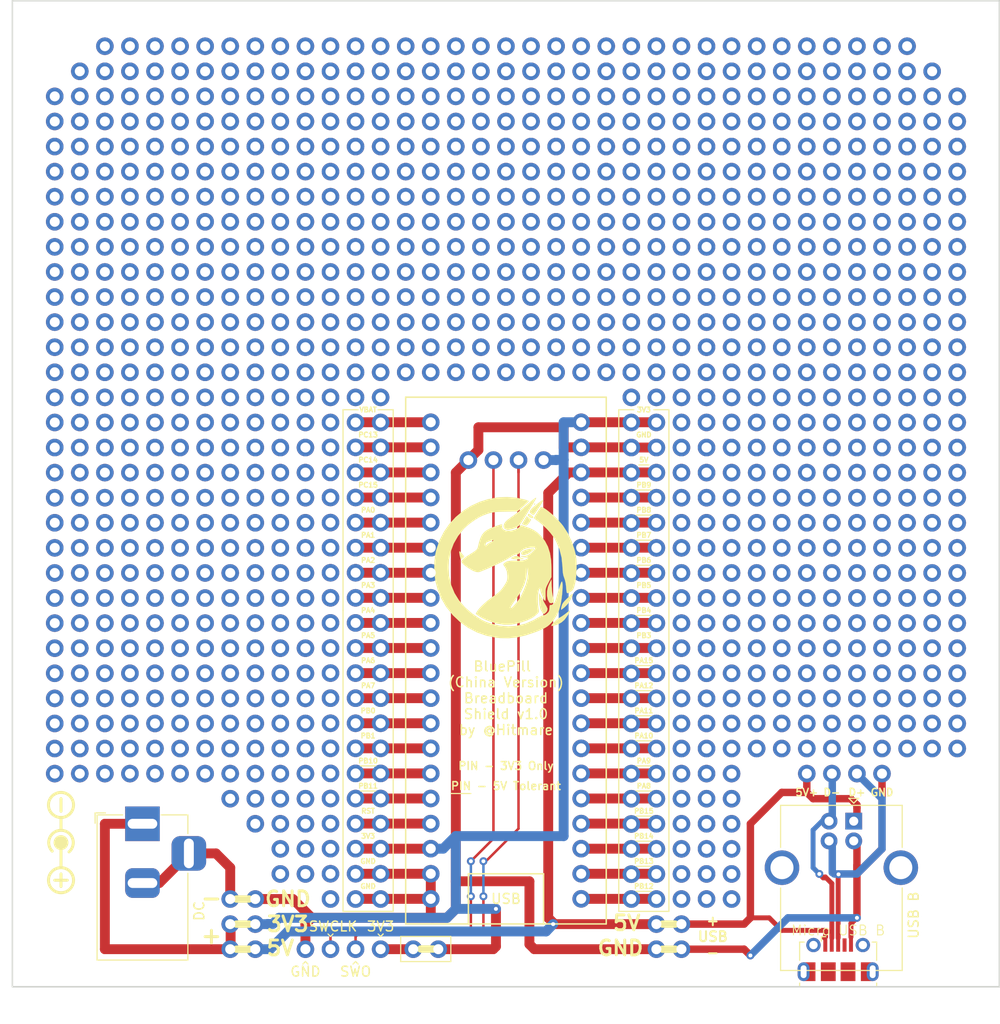
<source format=kicad_pcb>
(kicad_pcb (version 20171130) (host pcbnew "(5.1.5)-3")
  (layers (0 F.Cu signal) (31 B.Cu signal) (34 B.Paste user) (35 F.Paste user) (36 B.SilkS user) (37 F.SilkS user) (38 B.Mask user) (39 F.Mask user) (44 Edge.Cuts user))
  (net 0 "")
  (module "Connector_PinHeader_2.54mm:1 pin" (layer F.Cu) (at 130.302 135.655)
    (fp_text reference "" (at 0 0.5) (layer F.SilkS))
    (fp_text value "1 pin")
    (pad "" thru_hole circle (at 2.54 2.54) (size 1.778 1.778) (drill 1.016) (layers *.Cu *.Mask))
  )
  (module "Connector_PinHeader_2.54mm:1 pin" (layer F.Cu) (at 132.842 135.655)
    (fp_text reference "" (at 0 0.5) (layer F.SilkS))
    (fp_text value "1 pin")
    (pad "" thru_hole circle (at 2.54 2.54) (size 1.778 1.778) (drill 1.016) (layers *.Cu *.Mask))
  )
  (module "Connector_PinHeader_2.54mm:1 pin" (layer F.Cu) (at 127 135.655)
    (fp_text reference "" (at 0 0.5) (layer F.SilkS))
    (fp_text value "1 pin")
    (pad "" thru_hole circle (at 2.54 2.54) (size 1.778 1.778) (drill 1.016) (layers *.Cu *.Mask))
  )
  (module "Connector_PinHeader_2.54mm:1 pin" (layer F.Cu) (at 119.38 135.655)
    (fp_text reference "" (at 0 0.5) (layer F.SilkS))
    (fp_text value "1 pin")
    (pad "" thru_hole circle (at 2.54 2.54) (size 1.778 1.778) (drill 1.016) (layers *.Cu *.Mask))
  )
  (module "Connector_PinHeader_2.54mm:1 pin" (layer F.Cu) (at 124.46 135.655)
    (fp_text reference "" (at 0 0.5) (layer F.SilkS))
    (fp_text value "1 pin")
    (pad "" thru_hole circle (at 2.54 2.54) (size 1.778 1.778) (drill 1.016) (layers *.Cu *.Mask))
  )
  (module "Connector_PinHeader_2.54mm:1 pin" (layer F.Cu) (at 121.92 135.655)
    (fp_text reference "" (at 0 0.5) (layer F.SilkS))
    (fp_text value "1 pin")
    (pad "" thru_hole circle (at 2.54 2.54) (size 1.778 1.778) (drill 1.016) (layers *.Cu *.Mask))
  )
  (module "Connector_PinHeader_2.54mm:1 pin" (layer F.Cu) (at 143.51 86.125)
    (fp_text reference "" (at 0 0.5) (layer F.SilkS))
    (fp_text value "1 pin")
    (pad "" thru_hole circle (at 2.54 2.54) (size 1.778 1.778) (drill 1.016) (layers *.Cu *.Mask))
  )
  (module "Connector_PinHeader_2.54mm:1 pin" (layer F.Cu) (at 140.97 86.125)
    (fp_text reference "" (at 0 0.5) (layer F.SilkS))
    (fp_text value "1 pin")
    (pad "" thru_hole circle (at 2.54 2.54) (size 1.778 1.778) (drill 1.016) (layers *.Cu *.Mask))
  )
  (module "Connector_PinHeader_2.54mm:1 pin" (layer F.Cu) (at 138.43 86.125)
    (fp_text reference "" (at 0 0.5) (layer F.SilkS))
    (fp_text value "1 pin")
    (pad "" thru_hole circle (at 2.54 2.54) (size 1.778 1.778) (drill 1.016) (layers *.Cu *.Mask))
  )
  (module "Connector_PinHeader_2.54mm:1 pin" (layer F.Cu) (at 135.89 86.125)
    (fp_text reference "" (at 0 0.5) (layer F.SilkS))
    (fp_text value "1 pin")
    (pad "" thru_hole circle (at 2.54 2.54) (size 1.778 1.778) (drill 1.016) (layers *.Cu *.Mask))
  )
  (module Symbol:hitmare_logo_250 (layer F.Cu) (at 142.24 99.822)
    (fp_text reference G*** hide)
    (fp_text value LOGO hide)
  )
  (module "Connector_PinHeader_2.54mm:1 pin" (layer F.Cu) (at 127 130.575)
    (fp_text reference "" (at 0 0.5) (layer F.SilkS))
    (fp_text value "1 pin")
    (pad "" thru_hole circle (at 2.54 2.54) (size 1.778 1.778) (drill 1.016) (layers *.Cu *.Mask))
  )
  (module "Connector_PinHeader_2.54mm:1 pin" (layer F.Cu) (at 124.46 130.575)
    (fp_text reference "" (at 0 0.5) (layer F.SilkS))
    (fp_text value "1 pin")
    (pad "" thru_hole circle (at 2.54 2.54) (size 1.778 1.778) (drill 1.016) (layers *.Cu *.Mask))
  )
  (module "Connector_PinHeader_2.54mm:1 pin" (layer F.Cu) (at 121.92 130.575)
    (fp_text reference "" (at 0 0.5) (layer F.SilkS))
    (fp_text value "1 pin")
    (pad "" thru_hole circle (at 2.54 2.54) (size 1.778 1.778) (drill 1.016) (layers *.Cu *.Mask))
  )
  (module "Connector_PinHeader_2.54mm:1 pin" (layer F.Cu) (at 152.4 130.575)
    (fp_text reference "" (at 0 0.5) (layer F.SilkS))
    (fp_text value "1 pin")
    (pad "" thru_hole circle (at 2.54 2.54) (size 1.778 1.778) (drill 1.016) (layers *.Cu *.Mask))
  )
  (module "Connector_PinHeader_2.54mm:1 pin" (layer F.Cu) (at 152.4 128.054)
    (fp_text reference "" (at 0 0.5) (layer F.SilkS))
    (fp_text value "1 pin")
    (pad "" thru_hole circle (at 2.54 2.54) (size 1.778 1.778) (drill 1.016) (layers *.Cu *.Mask))
  )
  (module "Connector_PinHeader_2.54mm:1 pin" (layer F.Cu) (at 152.4 125.495)
    (fp_text reference "" (at 0 0.5) (layer F.SilkS))
    (fp_text value "1 pin")
    (pad "" thru_hole circle (at 2.54 2.54) (size 1.778 1.778) (drill 1.016) (layers *.Cu *.Mask))
  )
  (module "Connector_PinHeader_2.54mm:1 pin" (layer F.Cu) (at 152.4 122.974)
    (fp_text reference "" (at 0 0.5) (layer F.SilkS))
    (fp_text value "1 pin")
    (pad "" thru_hole circle (at 2.54 2.54) (size 1.778 1.778) (drill 1.016) (layers *.Cu *.Mask))
  )
  (module "Connector_PinHeader_2.54mm:1 pin" (layer F.Cu) (at 152.4 120.415)
    (fp_text reference "" (at 0 0.5) (layer F.SilkS))
    (fp_text value "1 pin")
    (pad "" thru_hole circle (at 2.54 2.54) (size 1.778 1.778) (drill 1.016) (layers *.Cu *.Mask))
  )
  (module "Connector_PinHeader_2.54mm:1 pin" (layer F.Cu) (at 152.4 117.875)
    (fp_text reference "" (at 0 0.5) (layer F.SilkS))
    (fp_text value "1 pin")
    (pad "" thru_hole circle (at 2.54 2.54) (size 1.778 1.778) (drill 1.016) (layers *.Cu *.Mask))
  )
  (module "Connector_PinHeader_2.54mm:1 pin" (layer F.Cu) (at 152.4 115.335)
    (fp_text reference "" (at 0 0.5) (layer F.SilkS))
    (fp_text value "1 pin")
    (pad "" thru_hole circle (at 2.54 2.54) (size 1.778 1.778) (drill 1.016) (layers *.Cu *.Mask))
  )
  (module "Connector_PinHeader_2.54mm:1 pin" (layer F.Cu) (at 152.4 112.795)
    (fp_text reference "" (at 0 0.5) (layer F.SilkS))
    (fp_text value "1 pin")
    (pad "" thru_hole circle (at 2.54 2.54) (size 1.778 1.778) (drill 1.016) (layers *.Cu *.Mask))
  )
  (module "Connector_PinHeader_2.54mm:1 pin" (layer F.Cu) (at 152.4 110.255)
    (fp_text reference "" (at 0 0.5) (layer F.SilkS))
    (fp_text value "1 pin")
    (pad "" thru_hole circle (at 2.54 2.54) (size 1.778 1.778) (drill 1.016) (layers *.Cu *.Mask))
  )
  (module "Connector_PinHeader_2.54mm:1 pin" (layer F.Cu) (at 152.4 107.734)
    (fp_text reference "" (at 0 0.5) (layer F.SilkS))
    (fp_text value "1 pin")
    (pad "" thru_hole circle (at 2.54 2.54) (size 1.778 1.778) (drill 1.016) (layers *.Cu *.Mask))
  )
  (module "Connector_PinHeader_2.54mm:1 pin" (layer F.Cu) (at 152.4 105.175)
    (fp_text reference "" (at 0 0.5) (layer F.SilkS))
    (fp_text value "1 pin")
    (pad "" thru_hole circle (at 2.54 2.54) (size 1.778 1.778) (drill 1.016) (layers *.Cu *.Mask))
  )
  (module "Connector_PinHeader_2.54mm:1 pin" (layer F.Cu) (at 152.4 102.635)
    (fp_text reference "" (at 0 0.5) (layer F.SilkS))
    (fp_text value "1 pin")
    (pad "" thru_hole circle (at 2.54 2.54) (size 1.778 1.778) (drill 1.016) (layers *.Cu *.Mask))
  )
  (module "Connector_PinHeader_2.54mm:1 pin" (layer F.Cu) (at 152.4 100.095)
    (fp_text reference "" (at 0 0.5) (layer F.SilkS))
    (fp_text value "1 pin")
    (pad "" thru_hole circle (at 2.54 2.54) (size 1.778 1.778) (drill 1.016) (layers *.Cu *.Mask))
  )
  (module "Connector_PinHeader_2.54mm:1 pin" (layer F.Cu) (at 152.4 97.574)
    (fp_text reference "" (at 0 0.5) (layer F.SilkS))
    (fp_text value "1 pin")
    (pad "" thru_hole circle (at 2.54 2.54) (size 1.778 1.778) (drill 1.016) (layers *.Cu *.Mask))
  )
  (module "Connector_PinHeader_2.54mm:1 pin" (layer F.Cu) (at 152.4 95.015)
    (fp_text reference "" (at 0 0.5) (layer F.SilkS))
    (fp_text value "1 pin")
    (pad "" thru_hole circle (at 2.54 2.54) (size 1.778 1.778) (drill 1.016) (layers *.Cu *.Mask))
  )
  (module "Connector_PinHeader_2.54mm:1 pin" (layer F.Cu) (at 152.4 92.494)
    (fp_text reference "" (at 0 0.5) (layer F.SilkS))
    (fp_text value "1 pin")
    (pad "" thru_hole circle (at 2.54 2.54) (size 1.778 1.778) (drill 1.016) (layers *.Cu *.Mask))
  )
  (module "Connector_PinHeader_2.54mm:1 pin" (layer F.Cu) (at 152.4 89.935)
    (fp_text reference "" (at 0 0.5) (layer F.SilkS))
    (fp_text value "1 pin")
    (pad "" thru_hole circle (at 2.54 2.54) (size 1.778 1.778) (drill 1.016) (layers *.Cu *.Mask))
  )
  (module "Connector_PinHeader_2.54mm:1 pin" (layer F.Cu) (at 127 82.315)
    (fp_text reference "" (at 0 0.5) (layer F.SilkS))
    (fp_text value "1 pin")
    (pad "" thru_hole circle (at 2.54 2.54) (size 1.778 1.778) (drill 1.016) (layers *.Cu *.Mask))
  )
  (module "Connector_PinHeader_2.54mm:1 pin" (layer F.Cu) (at 124.46 82.315)
    (fp_text reference "" (at 0 0.5) (layer F.SilkS))
    (fp_text value "1 pin")
    (pad "" thru_hole circle (at 2.54 2.54) (size 1.778 1.778) (drill 1.016) (layers *.Cu *.Mask))
  )
  (module "Connector_PinHeader_2.54mm:1 pin" (layer F.Cu) (at 121.92 82.315)
    (fp_text reference "" (at 0 0.5) (layer F.SilkS))
    (fp_text value "1 pin")
    (pad "" thru_hole circle (at 2.54 2.54) (size 1.778 1.778) (drill 1.016) (layers *.Cu *.Mask))
  )
  (module "Connector_PinHeader_2.54mm:1 pin" (layer F.Cu) (at 149.86 74.695)
    (fp_text reference "" (at 0 0.5) (layer F.SilkS))
    (fp_text value "1 pin")
    (pad "" thru_hole circle (at 2.54 2.54) (size 1.778 1.778) (drill 1.016) (layers *.Cu *.Mask))
  )
  (module "Connector_PinHeader_2.54mm:1 pin" (layer F.Cu) (at 149.86 77.235)
    (fp_text reference "" (at 0 0.5) (layer F.SilkS))
    (fp_text value "1 pin")
    (pad "" thru_hole circle (at 2.54 2.54) (size 1.778 1.778) (drill 1.016) (layers *.Cu *.Mask))
  )
  (module "Connector_PinHeader_2.54mm:1 pin" (layer F.Cu) (at 157.48 130.575)
    (fp_text reference "" (at 0 0.5) (layer F.SilkS))
    (fp_text value "1 pin")
    (pad "" thru_hole circle (at 2.54 2.54) (size 1.778 1.778) (drill 1.016) (layers *.Cu *.Mask))
  )
  (module "Connector_PinHeader_2.54mm:3x3 pin" (layer F.Cu) (at 121.92 122.936)
    (fp_text reference "" (at 0 0.5) (layer F.SilkS))
    (fp_text value "3x3 pin")
    (pad 5 thru_hole circle (at 7.62 2.54) (size 1.778 1.778) (drill 1.016) (layers *.Cu *.Mask))
    (pad 5 thru_hole circle (at 5.08 2.54) (size 1.778 1.778) (drill 1.016) (layers *.Cu *.Mask))
    (pad 5 thru_hole circle (at 2.54 2.54) (size 1.778 1.778) (drill 1.016) (layers *.Cu *.Mask))
    (pad 5 thru_hole circle (at 2.54 5.08) (size 1.778 1.778) (drill 1.016) (layers *.Cu *.Mask))
    (pad 5 thru_hole circle (at 2.54 7.62) (size 1.778 1.778) (drill 1.016) (layers *.Cu *.Mask))
    (pad 5 thru_hole circle (at 5.08 7.62) (size 1.778 1.778) (drill 1.016) (layers *.Cu *.Mask))
    (pad 5 thru_hole circle (at 7.62 7.62) (size 1.778 1.778) (drill 1.016) (layers *.Cu *.Mask))
    (pad 5 thru_hole circle (at 5.08 5.08) (size 1.778 1.778) (drill 1.016) (layers *.Cu *.Mask))
    (pad 5 thru_hole circle (at 7.62 5.08) (size 1.778 1.778) (drill 1.016) (layers *.Cu *.Mask))
  )
  (module "Connector_PinHeader_2.54mm:2x2 pin" (layer F.Cu) (at 144.78 74.695)
    (fp_text reference "" (at 0 0.5) (layer F.SilkS))
    (fp_text value "2x2 pin")
    (pad 4 thru_hole circle (at 5.08 5.08) (size 1.778 1.778) (drill 1.016) (layers *.Cu *.Mask))
    (pad 4 thru_hole circle (at 2.54 5.08) (size 1.778 1.778) (drill 1.016) (layers *.Cu *.Mask))
    (pad 4 thru_hole circle (at 2.54 2.54) (size 1.778 1.778) (drill 1.016) (layers *.Cu *.Mask))
    (pad 4 thru_hole circle (at 5.08 2.54) (size 1.778 1.778) (drill 1.016) (layers *.Cu *.Mask))
  )
  (module "Connector_PinHeader_2.54mm:2x2 pin" (layer F.Cu) (at 139.7 74.695)
    (fp_text reference "" (at 0 0.5) (layer F.SilkS))
    (fp_text value "2x2 pin")
    (pad 4 thru_hole circle (at 5.08 5.08) (size 1.778 1.778) (drill 1.016) (layers *.Cu *.Mask))
    (pad 4 thru_hole circle (at 2.54 5.08) (size 1.778 1.778) (drill 1.016) (layers *.Cu *.Mask))
    (pad 4 thru_hole circle (at 2.54 2.54) (size 1.778 1.778) (drill 1.016) (layers *.Cu *.Mask))
    (pad 4 thru_hole circle (at 5.08 2.54) (size 1.778 1.778) (drill 1.016) (layers *.Cu *.Mask))
  )
  (module "Connector_PinHeader_2.54mm:2x2 pin" (layer F.Cu) (at 134.62 74.695)
    (fp_text reference "" (at 0 0.5) (layer F.SilkS))
    (fp_text value "2x2 pin")
    (pad 4 thru_hole circle (at 5.08 5.08) (size 1.778 1.778) (drill 1.016) (layers *.Cu *.Mask))
    (pad 4 thru_hole circle (at 2.54 5.08) (size 1.778 1.778) (drill 1.016) (layers *.Cu *.Mask))
    (pad 4 thru_hole circle (at 2.54 2.54) (size 1.778 1.778) (drill 1.016) (layers *.Cu *.Mask))
    (pad 4 thru_hole circle (at 5.08 2.54) (size 1.778 1.778) (drill 1.016) (layers *.Cu *.Mask))
  )
  (module "Connector_PinHeader_2.54mm:2x2 pin" (layer F.Cu) (at 129.54 74.695)
    (fp_text reference "" (at 0 0.5) (layer F.SilkS))
    (fp_text value "2x2 pin")
    (pad 4 thru_hole circle (at 5.08 5.08) (size 1.778 1.778) (drill 1.016) (layers *.Cu *.Mask))
    (pad 4 thru_hole circle (at 2.54 5.08) (size 1.778 1.778) (drill 1.016) (layers *.Cu *.Mask))
    (pad 4 thru_hole circle (at 2.54 2.54) (size 1.778 1.778) (drill 1.016) (layers *.Cu *.Mask))
    (pad 4 thru_hole circle (at 5.08 2.54) (size 1.778 1.778) (drill 1.016) (layers *.Cu *.Mask))
  )
  (module "Connector_PinHeader_2.54mm:3x3 pin" (layer F.Cu) (at 152.4 82.315)
    (fp_text reference "" (at 0 0.5) (layer F.SilkS))
    (fp_text value "3x3 pin")
    (pad 5 thru_hole circle (at 7.62 5.08) (size 1.778 1.778) (drill 1.016) (layers *.Cu *.Mask))
    (pad 5 thru_hole circle (at 5.08 5.08) (size 1.778 1.778) (drill 1.016) (layers *.Cu *.Mask))
    (pad 5 thru_hole circle (at 7.62 7.62) (size 1.778 1.778) (drill 1.016) (layers *.Cu *.Mask))
    (pad 5 thru_hole circle (at 5.08 7.62) (size 1.778 1.778) (drill 1.016) (layers *.Cu *.Mask))
    (pad 5 thru_hole circle (at 2.54 7.62) (size 1.778 1.778) (drill 1.016) (layers *.Cu *.Mask))
    (pad 5 thru_hole circle (at 2.54 5.08) (size 1.778 1.778) (drill 1.016) (layers *.Cu *.Mask))
    (pad 5 thru_hole circle (at 2.54 2.54) (size 1.778 1.778) (drill 1.016) (layers *.Cu *.Mask))
    (pad 5 thru_hole circle (at 5.08 2.54) (size 1.778 1.778) (drill 1.016) (layers *.Cu *.Mask))
    (pad 5 thru_hole circle (at 7.62 2.54) (size 1.778 1.778) (drill 1.016) (layers *.Cu *.Mask))
  )
  (module "Connector_PinHeader_2.54mm:3x3 pin" (layer F.Cu) (at 121.92 84.836)
    (fp_text reference "" (at 0 0.5) (layer F.SilkS))
    (fp_text value "3x3 pin")
    (pad 5 thru_hole circle (at 7.62 5.08) (size 1.778 1.778) (drill 1.016) (layers *.Cu *.Mask))
    (pad 5 thru_hole circle (at 5.08 5.08) (size 1.778 1.778) (drill 1.016) (layers *.Cu *.Mask))
    (pad 5 thru_hole circle (at 7.62 7.62) (size 1.778 1.778) (drill 1.016) (layers *.Cu *.Mask))
    (pad 5 thru_hole circle (at 5.08 7.62) (size 1.778 1.778) (drill 1.016) (layers *.Cu *.Mask))
    (pad 5 thru_hole circle (at 2.54 7.62) (size 1.778 1.778) (drill 1.016) (layers *.Cu *.Mask))
    (pad 5 thru_hole circle (at 2.54 5.08) (size 1.778 1.778) (drill 1.016) (layers *.Cu *.Mask))
    (pad 5 thru_hole circle (at 2.54 2.54) (size 1.778 1.778) (drill 1.016) (layers *.Cu *.Mask))
    (pad 5 thru_hole circle (at 5.08 2.54) (size 1.778 1.778) (drill 1.016) (layers *.Cu *.Mask))
    (pad 5 thru_hole circle (at 7.62 2.54) (size 1.778 1.778) (drill 1.016) (layers *.Cu *.Mask))
  )
  (module "Connector_PinHeader_2.54mm:3x3 pin" (layer F.Cu) (at 121.92 92.456)
    (fp_text reference "" (at 0 0.5) (layer F.SilkS))
    (fp_text value "3x3 pin")
    (pad 5 thru_hole circle (at 7.62 5.08) (size 1.778 1.778) (drill 1.016) (layers *.Cu *.Mask))
    (pad 5 thru_hole circle (at 5.08 5.08) (size 1.778 1.778) (drill 1.016) (layers *.Cu *.Mask))
    (pad 5 thru_hole circle (at 7.62 7.62) (size 1.778 1.778) (drill 1.016) (layers *.Cu *.Mask))
    (pad 5 thru_hole circle (at 5.08 7.62) (size 1.778 1.778) (drill 1.016) (layers *.Cu *.Mask))
    (pad 5 thru_hole circle (at 2.54 7.62) (size 1.778 1.778) (drill 1.016) (layers *.Cu *.Mask))
    (pad 5 thru_hole circle (at 2.54 5.08) (size 1.778 1.778) (drill 1.016) (layers *.Cu *.Mask))
    (pad 5 thru_hole circle (at 2.54 2.54) (size 1.778 1.778) (drill 1.016) (layers *.Cu *.Mask))
    (pad 5 thru_hole circle (at 5.08 2.54) (size 1.778 1.778) (drill 1.016) (layers *.Cu *.Mask))
    (pad 5 thru_hole circle (at 7.62 2.54) (size 1.778 1.778) (drill 1.016) (layers *.Cu *.Mask))
  )
  (module "Connector_PinHeader_2.54mm:3x3 pin" (layer F.Cu) (at 121.92 100.076)
    (fp_text reference "" (at 0 0.5) (layer F.SilkS))
    (fp_text value "3x3 pin")
    (pad 5 thru_hole circle (at 7.62 5.08) (size 1.778 1.778) (drill 1.016) (layers *.Cu *.Mask))
    (pad 5 thru_hole circle (at 5.08 5.08) (size 1.778 1.778) (drill 1.016) (layers *.Cu *.Mask))
    (pad 5 thru_hole circle (at 7.62 7.62) (size 1.778 1.778) (drill 1.016) (layers *.Cu *.Mask))
    (pad 5 thru_hole circle (at 5.08 7.62) (size 1.778 1.778) (drill 1.016) (layers *.Cu *.Mask))
    (pad 5 thru_hole circle (at 2.54 7.62) (size 1.778 1.778) (drill 1.016) (layers *.Cu *.Mask))
    (pad 5 thru_hole circle (at 2.54 5.08) (size 1.778 1.778) (drill 1.016) (layers *.Cu *.Mask))
    (pad 5 thru_hole circle (at 2.54 2.54) (size 1.778 1.778) (drill 1.016) (layers *.Cu *.Mask))
    (pad 5 thru_hole circle (at 5.08 2.54) (size 1.778 1.778) (drill 1.016) (layers *.Cu *.Mask))
    (pad 5 thru_hole circle (at 7.62 2.54) (size 1.778 1.778) (drill 1.016) (layers *.Cu *.Mask))
  )
  (module "Connector_PinHeader_2.54mm:3x3 pin" (layer F.Cu) (at 121.92 107.696)
    (fp_text reference "" (at 0 0.5) (layer F.SilkS))
    (fp_text value "3x3 pin")
    (pad 5 thru_hole circle (at 7.62 5.08) (size 1.778 1.778) (drill 1.016) (layers *.Cu *.Mask))
    (pad 5 thru_hole circle (at 5.08 5.08) (size 1.778 1.778) (drill 1.016) (layers *.Cu *.Mask))
    (pad 5 thru_hole circle (at 7.62 7.62) (size 1.778 1.778) (drill 1.016) (layers *.Cu *.Mask))
    (pad 5 thru_hole circle (at 5.08 7.62) (size 1.778 1.778) (drill 1.016) (layers *.Cu *.Mask))
    (pad 5 thru_hole circle (at 2.54 7.62) (size 1.778 1.778) (drill 1.016) (layers *.Cu *.Mask))
    (pad 5 thru_hole circle (at 2.54 5.08) (size 1.778 1.778) (drill 1.016) (layers *.Cu *.Mask))
    (pad 5 thru_hole circle (at 2.54 2.54) (size 1.778 1.778) (drill 1.016) (layers *.Cu *.Mask))
    (pad 5 thru_hole circle (at 5.08 2.54) (size 1.778 1.778) (drill 1.016) (layers *.Cu *.Mask))
    (pad 5 thru_hole circle (at 7.62 2.54) (size 1.778 1.778) (drill 1.016) (layers *.Cu *.Mask))
  )
  (module "Connector_PinHeader_2.54mm:3x3 pin" (layer F.Cu) (at 121.92 115.316)
    (fp_text reference "" (at 0 0.5) (layer F.SilkS))
    (fp_text value "3x3 pin")
    (pad 5 thru_hole circle (at 7.62 5.08) (size 1.778 1.778) (drill 1.016) (layers *.Cu *.Mask))
    (pad 5 thru_hole circle (at 5.08 5.08) (size 1.778 1.778) (drill 1.016) (layers *.Cu *.Mask))
    (pad 5 thru_hole circle (at 7.62 7.62) (size 1.778 1.778) (drill 1.016) (layers *.Cu *.Mask))
    (pad 5 thru_hole circle (at 5.08 7.62) (size 1.778 1.778) (drill 1.016) (layers *.Cu *.Mask))
    (pad 5 thru_hole circle (at 2.54 7.62) (size 1.778 1.778) (drill 1.016) (layers *.Cu *.Mask))
    (pad 5 thru_hole circle (at 2.54 5.08) (size 1.778 1.778) (drill 1.016) (layers *.Cu *.Mask))
    (pad 5 thru_hole circle (at 2.54 2.54) (size 1.778 1.778) (drill 1.016) (layers *.Cu *.Mask))
    (pad 5 thru_hole circle (at 5.08 2.54) (size 1.778 1.778) (drill 1.016) (layers *.Cu *.Mask))
    (pad 5 thru_hole circle (at 7.62 2.54) (size 1.778 1.778) (drill 1.016) (layers *.Cu *.Mask))
  )
  (module Arduino_BluePill_similar:ChinaBluePill (layer F.Cu) (at 149.86 84.836 180)
    (fp_text reference REF** hide)
    (fp_text value ChinaBluePill hide)
    (fp_text user USB (at 7.62 -48.26) (layer F.SilkS))
    (pad GND thru_hole circle (at 15.24 -48.26 270) (size 1.778 1.778) (drill 1.016) (layers *.Cu *.Mask))
    (pad PB10 thru_hole circle (at 15.24 -35.56 270) (size 1.778 1.778) (drill 1.016) (layers *.Cu *.Mask))
    (pad PA3 thru_hole circle (at 15.24 -17.78 270) (size 1.778 1.778) (drill 1.016) (layers *.Cu *.Mask))
    (pad PC15 thru_hole circle (at 15.24 -7.62 270) (size 1.778 1.778) (drill 1.016) (layers *.Cu *.Mask))
    (pad GND thru_hole circle (at 15.24 -45.72 270) (size 1.778 1.778) (drill 1.016) (layers *.Cu *.Mask))
    (pad PA5 thru_hole circle (at 15.24 -22.86 270) (size 1.778 1.778) (drill 1.016) (layers *.Cu *.Mask))
    (pad NRST thru_hole circle (at 15.24 -40.64 270) (size 1.778 1.778) (drill 1.016) (layers *.Cu *.Mask))
    (pad PB11 thru_hole circle (at 15.24 -38.1 270) (size 1.778 1.778) (drill 1.016) (layers *.Cu *.Mask))
    (pad 3V3 thru_hole circle (at 15.24 -43.18 270) (size 1.778 1.778) (drill 1.016) (layers *.Cu *.Mask))
    (pad PA4 thru_hole circle (at 15.24 -20.32 270) (size 1.778 1.778) (drill 1.016) (layers *.Cu *.Mask))
    (pad PA6 thru_hole circle (at 15.24 -25.4 270) (size 1.778 1.778) (drill 1.016) (layers *.Cu *.Mask))
    (pad PA1 thru_hole circle (at 15.24 -12.7 270) (size 1.778 1.778) (drill 1.016) (layers *.Cu *.Mask))
    (pad PB1 thru_hole circle (at 15.24 -33.02 270) (size 1.778 1.778) (drill 1.016) (layers *.Cu *.Mask))
    (pad PC14 thru_hole circle (at 15.24 -5.08 270) (size 1.778 1.778) (drill 1.016) (layers *.Cu *.Mask))
    (pad PA0 thru_hole circle (at 15.24 -10.16 270) (size 1.778 1.778) (drill 1.016) (layers *.Cu *.Mask))
    (pad PA2 thru_hole circle (at 15.24 -15.24 270) (size 1.778 1.778) (drill 1.016) (layers *.Cu *.Mask))
    (pad PC13 thru_hole circle (at 15.24 -2.54 270) (size 1.778 1.778) (drill 1.016) (layers *.Cu *.Mask))
    (pad PA7 thru_hole circle (at 15.24 -27.94 270) (size 1.778 1.778) (drill 1.016) (layers *.Cu *.Mask))
    (pad VBAT thru_hole circle (at 15.24 0 270) (size 1.778 1.778) (drill 1.016) (layers *.Cu *.Mask))
    (pad PB0 thru_hole circle (at 15.24 -30.48 270) (size 1.778 1.778) (drill 1.016) (layers *.Cu *.Mask))
    (pad PB12 thru_hole circle (at 0 -48.26 270) (size 1.778 1.778) (drill 1.016) (layers *.Cu *.Mask))
    (pad PB13 thru_hole circle (at 0 -45.72 270) (size 1.778 1.778) (drill 1.016) (layers *.Cu *.Mask))
    (pad PB14 thru_hole circle (at 0 -43.18 270) (size 1.778 1.778) (drill 1.016) (layers *.Cu *.Mask))
    (pad PB15 thru_hole circle (at 0 -40.64 270) (size 1.778 1.778) (drill 1.016) (layers *.Cu *.Mask))
    (pad PA8 thru_hole circle (at 0 -38.1 270) (size 1.778 1.778) (drill 1.016) (layers *.Cu *.Mask))
    (pad PA11 thru_hole circle (at 0 -30.48 270) (size 1.778 1.778) (drill 1.016) (layers *.Cu *.Mask))
    (pad PA9 thru_hole circle (at 0 -35.56 270) (size 1.778 1.778) (drill 1.016) (layers *.Cu *.Mask))
    (pad PA10 thru_hole circle (at 0 -33.02 270) (size 1.778 1.778) (drill 1.016) (layers *.Cu *.Mask))
    (pad PA12 thru_hole circle (at 0 -27.94 270) (size 1.778 1.778) (drill 1.016) (layers *.Cu *.Mask))
    (pad PA15 thru_hole circle (at 0 -25.4 270) (size 1.778 1.778) (drill 1.016) (layers *.Cu *.Mask))
    (pad PB3 thru_hole circle (at 0 -22.86 270) (size 1.778 1.778) (drill 1.016) (layers *.Cu *.Mask))
    (pad PB5 thru_hole circle (at 0 -17.78 270) (size 1.778 1.778) (drill 1.016) (layers *.Cu *.Mask))
    (pad PB4 thru_hole circle (at 0 -20.32 270) (size 1.778 1.778) (drill 1.016) (layers *.Cu *.Mask))
    (pad PB6 thru_hole circle (at 0 -15.24 270) (size 1.778 1.778) (drill 1.016) (layers *.Cu *.Mask))
    (pad PB7 thru_hole circle (at 0 -12.7 270) (size 1.778 1.778) (drill 1.016) (layers *.Cu *.Mask))
    (pad 5V thru_hole circle (at 0 -5.08 270) (size 1.778 1.778) (drill 1.016) (layers *.Cu *.Mask))
    (pad PB8 thru_hole circle (at 0 -10.16 270) (size 1.778 1.778) (drill 1.016) (layers *.Cu *.Mask))
    (pad PB9 thru_hole circle (at 0 -7.62 270) (size 1.778 1.778) (drill 1.016) (layers *.Cu *.Mask))
    (pad GND thru_hole circle (at 0 -2.54 270) (size 1.778 1.778) (drill 1.016) (layers *.Cu *.Mask))
    (pad 3V3 thru_hole circle (at 0 0 270) (size 1.778 1.778) (drill 1.016) (layers *.Cu *.Mask))
  )
  (module "Connector_PinHeader_2.54mm:1 pin" (layer F.Cu) (at 96.52 46.755)
    (fp_text reference "" (at 0 0.5) (layer F.SilkS))
    (fp_text value "1 pin")
    (pad "" thru_hole circle (at 2.54 2.54) (size 1.778 1.778) (drill 1.016) (layers *.Cu *.Mask))
  )
  (module "Connector_PinHeader_2.54mm:1 pin" (layer F.Cu) (at 114.3 135.655)
    (fp_text reference "" (at 0 0.5) (layer F.SilkS))
    (fp_text value "1 pin")
    (pad "" thru_hole circle (at 2.54 2.54) (size 1.778 1.778) (drill 1.016) (layers *.Cu *.Mask))
  )
  (module "Connector_PinHeader_2.54mm:3x3 pin" (layer F.Cu) (at 93.98 102.635)
    (fp_text reference "" (at 0 0.5) (layer F.SilkS))
    (fp_text value "3x3 pin")
    (pad 5 thru_hole circle (at 7.62 5.08) (size 1.778 1.778) (drill 1.016) (layers *.Cu *.Mask))
    (pad 5 thru_hole circle (at 5.08 5.08) (size 1.778 1.778) (drill 1.016) (layers *.Cu *.Mask))
    (pad 5 thru_hole circle (at 7.62 7.62) (size 1.778 1.778) (drill 1.016) (layers *.Cu *.Mask))
    (pad 5 thru_hole circle (at 5.08 7.62) (size 1.778 1.778) (drill 1.016) (layers *.Cu *.Mask))
    (pad 5 thru_hole circle (at 2.54 7.62) (size 1.778 1.778) (drill 1.016) (layers *.Cu *.Mask))
    (pad 5 thru_hole circle (at 2.54 5.08) (size 1.778 1.778) (drill 1.016) (layers *.Cu *.Mask))
    (pad 5 thru_hole circle (at 2.54 2.54) (size 1.778 1.778) (drill 1.016) (layers *.Cu *.Mask))
    (pad 5 thru_hole circle (at 5.08 2.54) (size 1.778 1.778) (drill 1.016) (layers *.Cu *.Mask))
    (pad 5 thru_hole circle (at 7.62 2.54) (size 1.778 1.778) (drill 1.016) (layers *.Cu *.Mask))
  )
  (module "Connector_PinHeader_2.54mm:3x3 pin" (layer F.Cu) (at 93.98 110.255)
    (fp_text reference "" (at 0 0.5) (layer F.SilkS))
    (fp_text value "3x3 pin")
    (pad 5 thru_hole circle (at 7.62 5.08) (size 1.778 1.778) (drill 1.016) (layers *.Cu *.Mask))
    (pad 5 thru_hole circle (at 5.08 5.08) (size 1.778 1.778) (drill 1.016) (layers *.Cu *.Mask))
    (pad 5 thru_hole circle (at 7.62 7.62) (size 1.778 1.778) (drill 1.016) (layers *.Cu *.Mask))
    (pad 5 thru_hole circle (at 5.08 7.62) (size 1.778 1.778) (drill 1.016) (layers *.Cu *.Mask))
    (pad 5 thru_hole circle (at 2.54 7.62) (size 1.778 1.778) (drill 1.016) (layers *.Cu *.Mask))
    (pad 5 thru_hole circle (at 2.54 5.08) (size 1.778 1.778) (drill 1.016) (layers *.Cu *.Mask))
    (pad 5 thru_hole circle (at 2.54 2.54) (size 1.778 1.778) (drill 1.016) (layers *.Cu *.Mask))
    (pad 5 thru_hole circle (at 5.08 2.54) (size 1.778 1.778) (drill 1.016) (layers *.Cu *.Mask))
    (pad 5 thru_hole circle (at 7.62 2.54) (size 1.778 1.778) (drill 1.016) (layers *.Cu *.Mask))
  )
  (module "Connector_PinHeader_2.54mm:3x3 pin" (layer F.Cu) (at 93.98 49.295)
    (fp_text reference "" (at 0 0.5) (layer F.SilkS))
    (fp_text value "3x3 pin")
    (pad 5 thru_hole circle (at 7.62 5.08) (size 1.778 1.778) (drill 1.016) (layers *.Cu *.Mask))
    (pad 5 thru_hole circle (at 5.08 5.08) (size 1.778 1.778) (drill 1.016) (layers *.Cu *.Mask))
    (pad 5 thru_hole circle (at 7.62 7.62) (size 1.778 1.778) (drill 1.016) (layers *.Cu *.Mask))
    (pad 5 thru_hole circle (at 5.08 7.62) (size 1.778 1.778) (drill 1.016) (layers *.Cu *.Mask))
    (pad 5 thru_hole circle (at 2.54 7.62) (size 1.778 1.778) (drill 1.016) (layers *.Cu *.Mask))
    (pad 5 thru_hole circle (at 2.54 5.08) (size 1.778 1.778) (drill 1.016) (layers *.Cu *.Mask))
    (pad 5 thru_hole circle (at 2.54 2.54) (size 1.778 1.778) (drill 1.016) (layers *.Cu *.Mask))
    (pad 5 thru_hole circle (at 5.08 2.54) (size 1.778 1.778) (drill 1.016) (layers *.Cu *.Mask))
    (pad 5 thru_hole circle (at 7.62 2.54) (size 1.778 1.778) (drill 1.016) (layers *.Cu *.Mask))
  )
  (module "Connector_PinHeader_2.54mm:3x3 pin" (layer F.Cu) (at 93.98 56.915)
    (fp_text reference "" (at 0 0.5) (layer F.SilkS))
    (fp_text value "3x3 pin")
    (pad 5 thru_hole circle (at 7.62 5.08) (size 1.778 1.778) (drill 1.016) (layers *.Cu *.Mask))
    (pad 5 thru_hole circle (at 5.08 5.08) (size 1.778 1.778) (drill 1.016) (layers *.Cu *.Mask))
    (pad 5 thru_hole circle (at 7.62 7.62) (size 1.778 1.778) (drill 1.016) (layers *.Cu *.Mask))
    (pad 5 thru_hole circle (at 5.08 7.62) (size 1.778 1.778) (drill 1.016) (layers *.Cu *.Mask))
    (pad 5 thru_hole circle (at 2.54 7.62) (size 1.778 1.778) (drill 1.016) (layers *.Cu *.Mask))
    (pad 5 thru_hole circle (at 2.54 5.08) (size 1.778 1.778) (drill 1.016) (layers *.Cu *.Mask))
    (pad 5 thru_hole circle (at 2.54 2.54) (size 1.778 1.778) (drill 1.016) (layers *.Cu *.Mask))
    (pad 5 thru_hole circle (at 5.08 2.54) (size 1.778 1.778) (drill 1.016) (layers *.Cu *.Mask))
    (pad 5 thru_hole circle (at 7.62 2.54) (size 1.778 1.778) (drill 1.016) (layers *.Cu *.Mask))
  )
  (module "Connector_PinHeader_2.54mm:3x3 pin" (layer F.Cu) (at 93.98 64.535)
    (fp_text reference "" (at 0 0.5) (layer F.SilkS))
    (fp_text value "3x3 pin")
    (pad 5 thru_hole circle (at 7.62 5.08) (size 1.778 1.778) (drill 1.016) (layers *.Cu *.Mask))
    (pad 5 thru_hole circle (at 5.08 5.08) (size 1.778 1.778) (drill 1.016) (layers *.Cu *.Mask))
    (pad 5 thru_hole circle (at 7.62 7.62) (size 1.778 1.778) (drill 1.016) (layers *.Cu *.Mask))
    (pad 5 thru_hole circle (at 5.08 7.62) (size 1.778 1.778) (drill 1.016) (layers *.Cu *.Mask))
    (pad 5 thru_hole circle (at 2.54 7.62) (size 1.778 1.778) (drill 1.016) (layers *.Cu *.Mask))
    (pad 5 thru_hole circle (at 2.54 5.08) (size 1.778 1.778) (drill 1.016) (layers *.Cu *.Mask))
    (pad 5 thru_hole circle (at 2.54 2.54) (size 1.778 1.778) (drill 1.016) (layers *.Cu *.Mask))
    (pad 5 thru_hole circle (at 5.08 2.54) (size 1.778 1.778) (drill 1.016) (layers *.Cu *.Mask))
    (pad 5 thru_hole circle (at 7.62 2.54) (size 1.778 1.778) (drill 1.016) (layers *.Cu *.Mask))
  )
  (module "Connector_PinHeader_2.54mm:2x2 pin" (layer F.Cu) (at 99.06 44.215)
    (fp_text reference "" (at 0 0.5) (layer F.SilkS))
    (fp_text value "2x2 pin")
    (pad 4 thru_hole circle (at 5.08 5.08) (size 1.778 1.778) (drill 1.016) (layers *.Cu *.Mask))
    (pad 4 thru_hole circle (at 2.54 5.08) (size 1.778 1.778) (drill 1.016) (layers *.Cu *.Mask))
    (pad 4 thru_hole circle (at 2.54 2.54) (size 1.778 1.778) (drill 1.016) (layers *.Cu *.Mask))
    (pad 4 thru_hole circle (at 5.08 2.54) (size 1.778 1.778) (drill 1.016) (layers *.Cu *.Mask))
  )
  (module "Connector_PinHeader_2.54mm:3x3 pin" (layer F.Cu) (at 93.98 87.395)
    (fp_text reference "" (at 0 0.5) (layer F.SilkS))
    (fp_text value "3x3 pin")
    (pad 5 thru_hole circle (at 7.62 5.08) (size 1.778 1.778) (drill 1.016) (layers *.Cu *.Mask))
    (pad 5 thru_hole circle (at 5.08 5.08) (size 1.778 1.778) (drill 1.016) (layers *.Cu *.Mask))
    (pad 5 thru_hole circle (at 7.62 7.62) (size 1.778 1.778) (drill 1.016) (layers *.Cu *.Mask))
    (pad 5 thru_hole circle (at 5.08 7.62) (size 1.778 1.778) (drill 1.016) (layers *.Cu *.Mask))
    (pad 5 thru_hole circle (at 2.54 7.62) (size 1.778 1.778) (drill 1.016) (layers *.Cu *.Mask))
    (pad 5 thru_hole circle (at 2.54 5.08) (size 1.778 1.778) (drill 1.016) (layers *.Cu *.Mask))
    (pad 5 thru_hole circle (at 2.54 2.54) (size 1.778 1.778) (drill 1.016) (layers *.Cu *.Mask))
    (pad 5 thru_hole circle (at 5.08 2.54) (size 1.778 1.778) (drill 1.016) (layers *.Cu *.Mask))
    (pad 5 thru_hole circle (at 7.62 2.54) (size 1.778 1.778) (drill 1.016) (layers *.Cu *.Mask))
  )
  (module "Connector_PinHeader_2.54mm:1 pin" (layer F.Cu) (at 93.98 117.875)
    (fp_text reference "" (at 0 0.5) (layer F.SilkS))
    (fp_text value "1 pin")
    (pad "" thru_hole circle (at 2.54 2.54) (size 1.778 1.778) (drill 1.016) (layers *.Cu *.Mask))
  )
  (module "Connector_PinHeader_2.54mm:3x3 pin" (layer F.Cu) (at 93.98 72.155)
    (fp_text reference "" (at 0 0.5) (layer F.SilkS))
    (fp_text value "3x3 pin")
    (pad 5 thru_hole circle (at 7.62 5.08) (size 1.778 1.778) (drill 1.016) (layers *.Cu *.Mask))
    (pad 5 thru_hole circle (at 5.08 5.08) (size 1.778 1.778) (drill 1.016) (layers *.Cu *.Mask))
    (pad 5 thru_hole circle (at 7.62 7.62) (size 1.778 1.778) (drill 1.016) (layers *.Cu *.Mask))
    (pad 5 thru_hole circle (at 5.08 7.62) (size 1.778 1.778) (drill 1.016) (layers *.Cu *.Mask))
    (pad 5 thru_hole circle (at 2.54 7.62) (size 1.778 1.778) (drill 1.016) (layers *.Cu *.Mask))
    (pad 5 thru_hole circle (at 2.54 5.08) (size 1.778 1.778) (drill 1.016) (layers *.Cu *.Mask))
    (pad 5 thru_hole circle (at 2.54 2.54) (size 1.778 1.778) (drill 1.016) (layers *.Cu *.Mask))
    (pad 5 thru_hole circle (at 5.08 2.54) (size 1.778 1.778) (drill 1.016) (layers *.Cu *.Mask))
    (pad 5 thru_hole circle (at 7.62 2.54) (size 1.778 1.778) (drill 1.016) (layers *.Cu *.Mask))
  )
  (module "Connector_PinHeader_2.54mm:2x2 pin" (layer F.Cu) (at 109.22 44.215)
    (fp_text reference "" (at 0 0.5) (layer F.SilkS))
    (fp_text value "2x2 pin")
    (pad 4 thru_hole circle (at 5.08 5.08) (size 1.778 1.778) (drill 1.016) (layers *.Cu *.Mask))
    (pad 4 thru_hole circle (at 2.54 5.08) (size 1.778 1.778) (drill 1.016) (layers *.Cu *.Mask))
    (pad 4 thru_hole circle (at 2.54 2.54) (size 1.778 1.778) (drill 1.016) (layers *.Cu *.Mask))
    (pad 4 thru_hole circle (at 5.08 2.54) (size 1.778 1.778) (drill 1.016) (layers *.Cu *.Mask))
  )
  (module "Connector_PinHeader_2.54mm:2x2 pin" (layer F.Cu) (at 119.38 44.215)
    (fp_text reference "" (at 0 0.5) (layer F.SilkS))
    (fp_text value "2x2 pin")
    (pad 4 thru_hole circle (at 5.08 5.08) (size 1.778 1.778) (drill 1.016) (layers *.Cu *.Mask))
    (pad 4 thru_hole circle (at 2.54 5.08) (size 1.778 1.778) (drill 1.016) (layers *.Cu *.Mask))
    (pad 4 thru_hole circle (at 2.54 2.54) (size 1.778 1.778) (drill 1.016) (layers *.Cu *.Mask))
    (pad 4 thru_hole circle (at 5.08 2.54) (size 1.778 1.778) (drill 1.016) (layers *.Cu *.Mask))
  )
  (module "Connector_PinHeader_2.54mm:2x2 pin" (layer F.Cu) (at 114.3 44.215)
    (fp_text reference "" (at 0 0.5) (layer F.SilkS))
    (fp_text value "2x2 pin")
    (pad 4 thru_hole circle (at 5.08 5.08) (size 1.778 1.778) (drill 1.016) (layers *.Cu *.Mask))
    (pad 4 thru_hole circle (at 2.54 5.08) (size 1.778 1.778) (drill 1.016) (layers *.Cu *.Mask))
    (pad 4 thru_hole circle (at 2.54 2.54) (size 1.778 1.778) (drill 1.016) (layers *.Cu *.Mask))
    (pad 4 thru_hole circle (at 5.08 2.54) (size 1.778 1.778) (drill 1.016) (layers *.Cu *.Mask))
  )
  (module "Connector_PinHeader_2.54mm:3x3 pin" (layer F.Cu) (at 93.98 79.775)
    (fp_text reference "" (at 0 0.5) (layer F.SilkS))
    (fp_text value "3x3 pin")
    (pad 5 thru_hole circle (at 7.62 5.08) (size 1.778 1.778) (drill 1.016) (layers *.Cu *.Mask))
    (pad 5 thru_hole circle (at 5.08 5.08) (size 1.778 1.778) (drill 1.016) (layers *.Cu *.Mask))
    (pad 5 thru_hole circle (at 7.62 7.62) (size 1.778 1.778) (drill 1.016) (layers *.Cu *.Mask))
    (pad 5 thru_hole circle (at 5.08 7.62) (size 1.778 1.778) (drill 1.016) (layers *.Cu *.Mask))
    (pad 5 thru_hole circle (at 2.54 7.62) (size 1.778 1.778) (drill 1.016) (layers *.Cu *.Mask))
    (pad 5 thru_hole circle (at 2.54 5.08) (size 1.778 1.778) (drill 1.016) (layers *.Cu *.Mask))
    (pad 5 thru_hole circle (at 2.54 2.54) (size 1.778 1.778) (drill 1.016) (layers *.Cu *.Mask))
    (pad 5 thru_hole circle (at 5.08 2.54) (size 1.778 1.778) (drill 1.016) (layers *.Cu *.Mask))
    (pad 5 thru_hole circle (at 7.62 2.54) (size 1.778 1.778) (drill 1.016) (layers *.Cu *.Mask))
  )
  (module "Connector_PinHeader_2.54mm:3x3 pin" (layer F.Cu) (at 93.98 95.015)
    (fp_text reference "" (at 0 0.5) (layer F.SilkS))
    (fp_text value "3x3 pin")
    (pad 5 thru_hole circle (at 7.62 5.08) (size 1.778 1.778) (drill 1.016) (layers *.Cu *.Mask))
    (pad 5 thru_hole circle (at 5.08 5.08) (size 1.778 1.778) (drill 1.016) (layers *.Cu *.Mask))
    (pad 5 thru_hole circle (at 7.62 7.62) (size 1.778 1.778) (drill 1.016) (layers *.Cu *.Mask))
    (pad 5 thru_hole circle (at 5.08 7.62) (size 1.778 1.778) (drill 1.016) (layers *.Cu *.Mask))
    (pad 5 thru_hole circle (at 2.54 7.62) (size 1.778 1.778) (drill 1.016) (layers *.Cu *.Mask))
    (pad 5 thru_hole circle (at 2.54 5.08) (size 1.778 1.778) (drill 1.016) (layers *.Cu *.Mask))
    (pad 5 thru_hole circle (at 2.54 2.54) (size 1.778 1.778) (drill 1.016) (layers *.Cu *.Mask))
    (pad 5 thru_hole circle (at 5.08 2.54) (size 1.778 1.778) (drill 1.016) (layers *.Cu *.Mask))
    (pad 5 thru_hole circle (at 7.62 2.54) (size 1.778 1.778) (drill 1.016) (layers *.Cu *.Mask))
  )
  (module "Connector_PinHeader_2.54mm:2x2 pin" (layer F.Cu) (at 104.14 44.215)
    (fp_text reference "" (at 0 0.5) (layer F.SilkS))
    (fp_text value "2x2 pin")
    (pad 4 thru_hole circle (at 5.08 5.08) (size 1.778 1.778) (drill 1.016) (layers *.Cu *.Mask))
    (pad 4 thru_hole circle (at 2.54 5.08) (size 1.778 1.778) (drill 1.016) (layers *.Cu *.Mask))
    (pad 4 thru_hole circle (at 2.54 2.54) (size 1.778 1.778) (drill 1.016) (layers *.Cu *.Mask))
    (pad 4 thru_hole circle (at 5.08 2.54) (size 1.778 1.778) (drill 1.016) (layers *.Cu *.Mask))
  )
  (module "Connector_PinHeader_2.54mm:2x2 pin" (layer F.Cu) (at 124.46 44.215)
    (fp_text reference "" (at 0 0.5) (layer F.SilkS))
    (fp_text value "2x2 pin")
    (pad 4 thru_hole circle (at 5.08 5.08) (size 1.778 1.778) (drill 1.016) (layers *.Cu *.Mask))
    (pad 4 thru_hole circle (at 2.54 5.08) (size 1.778 1.778) (drill 1.016) (layers *.Cu *.Mask))
    (pad 4 thru_hole circle (at 2.54 2.54) (size 1.778 1.778) (drill 1.016) (layers *.Cu *.Mask))
    (pad 4 thru_hole circle (at 5.08 2.54) (size 1.778 1.778) (drill 1.016) (layers *.Cu *.Mask))
  )
  (module "Connector_PinHeader_2.54mm:1 pin" (layer F.Cu) (at 96.52 117.875)
    (fp_text reference "" (at 0 0.5) (layer F.SilkS))
    (fp_text value "1 pin")
    (pad "" thru_hole circle (at 2.54 2.54) (size 1.778 1.778) (drill 1.016) (layers *.Cu *.Mask))
  )
  (module "Connector_PinHeader_2.54mm:1 pin" (layer F.Cu) (at 99.06 117.875)
    (fp_text reference "" (at 0 0.5) (layer F.SilkS))
    (fp_text value "1 pin")
    (pad "" thru_hole circle (at 2.54 2.54) (size 1.778 1.778) (drill 1.016) (layers *.Cu *.Mask))
  )
  (module "Connector_PinHeader_2.54mm:2x2 pin" (layer F.Cu) (at 165.1 44.215)
    (fp_text reference "" (at 0 0.5) (layer F.SilkS))
    (fp_text value "2x2 pin")
    (pad 4 thru_hole circle (at 5.08 2.54) (size 1.778 1.778) (drill 1.016) (layers *.Cu *.Mask))
    (pad 4 thru_hole circle (at 2.54 2.54) (size 1.778 1.778) (drill 1.016) (layers *.Cu *.Mask))
    (pad 4 thru_hole circle (at 2.54 5.08) (size 1.778 1.778) (drill 1.016) (layers *.Cu *.Mask))
    (pad 4 thru_hole circle (at 5.08 5.08) (size 1.778 1.778) (drill 1.016) (layers *.Cu *.Mask))
  )
  (module "Connector_PinHeader_2.54mm:2x2 pin" (layer F.Cu) (at 144.78 44.215)
    (fp_text reference "" (at 0 0.5) (layer F.SilkS))
    (fp_text value "2x2 pin")
    (pad 4 thru_hole circle (at 5.08 2.54) (size 1.778 1.778) (drill 1.016) (layers *.Cu *.Mask))
    (pad 4 thru_hole circle (at 2.54 2.54) (size 1.778 1.778) (drill 1.016) (layers *.Cu *.Mask))
    (pad 4 thru_hole circle (at 2.54 5.08) (size 1.778 1.778) (drill 1.016) (layers *.Cu *.Mask))
    (pad 4 thru_hole circle (at 5.08 5.08) (size 1.778 1.778) (drill 1.016) (layers *.Cu *.Mask))
  )
  (module "Connector_PinHeader_2.54mm:2x2 pin" (layer F.Cu) (at 154.94 44.215)
    (fp_text reference "" (at 0 0.5) (layer F.SilkS))
    (fp_text value "2x2 pin")
    (pad 4 thru_hole circle (at 5.08 2.54) (size 1.778 1.778) (drill 1.016) (layers *.Cu *.Mask))
    (pad 4 thru_hole circle (at 2.54 2.54) (size 1.778 1.778) (drill 1.016) (layers *.Cu *.Mask))
    (pad 4 thru_hole circle (at 2.54 5.08) (size 1.778 1.778) (drill 1.016) (layers *.Cu *.Mask))
    (pad 4 thru_hole circle (at 5.08 5.08) (size 1.778 1.778) (drill 1.016) (layers *.Cu *.Mask))
  )
  (module "Connector_PinHeader_2.54mm:2x2 pin" (layer F.Cu) (at 175.26 44.215)
    (fp_text reference "" (at 0 0.5) (layer F.SilkS))
    (fp_text value "2x2 pin")
    (pad 4 thru_hole circle (at 5.08 2.54) (size 1.778 1.778) (drill 1.016) (layers *.Cu *.Mask))
    (pad 4 thru_hole circle (at 2.54 2.54) (size 1.778 1.778) (drill 1.016) (layers *.Cu *.Mask))
    (pad 4 thru_hole circle (at 2.54 5.08) (size 1.778 1.778) (drill 1.016) (layers *.Cu *.Mask))
    (pad 4 thru_hole circle (at 5.08 5.08) (size 1.778 1.778) (drill 1.016) (layers *.Cu *.Mask))
  )
  (module "Connector_PinHeader_2.54mm:2x2 pin" (layer F.Cu) (at 160.02 44.215)
    (fp_text reference "" (at 0 0.5) (layer F.SilkS))
    (fp_text value "2x2 pin")
    (pad 4 thru_hole circle (at 5.08 2.54) (size 1.778 1.778) (drill 1.016) (layers *.Cu *.Mask))
    (pad 4 thru_hole circle (at 2.54 2.54) (size 1.778 1.778) (drill 1.016) (layers *.Cu *.Mask))
    (pad 4 thru_hole circle (at 2.54 5.08) (size 1.778 1.778) (drill 1.016) (layers *.Cu *.Mask))
    (pad 4 thru_hole circle (at 5.08 5.08) (size 1.778 1.778) (drill 1.016) (layers *.Cu *.Mask))
  )
  (module "Connector_PinHeader_2.54mm:2x2 pin" (layer F.Cu) (at 129.54 44.215)
    (fp_text reference "" (at 0 0.5) (layer F.SilkS))
    (fp_text value "2x2 pin")
    (pad 4 thru_hole circle (at 5.08 5.08) (size 1.778 1.778) (drill 1.016) (layers *.Cu *.Mask))
    (pad 4 thru_hole circle (at 2.54 5.08) (size 1.778 1.778) (drill 1.016) (layers *.Cu *.Mask))
    (pad 4 thru_hole circle (at 2.54 2.54) (size 1.778 1.778) (drill 1.016) (layers *.Cu *.Mask))
    (pad 4 thru_hole circle (at 5.08 2.54) (size 1.778 1.778) (drill 1.016) (layers *.Cu *.Mask))
  )
  (module "Connector_PinHeader_2.54mm:2x2 pin" (layer F.Cu) (at 139.7 44.215)
    (fp_text reference "" (at 0 0.5) (layer F.SilkS))
    (fp_text value "2x2 pin")
    (pad 4 thru_hole circle (at 5.08 2.54) (size 1.778 1.778) (drill 1.016) (layers *.Cu *.Mask))
    (pad 4 thru_hole circle (at 2.54 2.54) (size 1.778 1.778) (drill 1.016) (layers *.Cu *.Mask))
    (pad 4 thru_hole circle (at 2.54 5.08) (size 1.778 1.778) (drill 1.016) (layers *.Cu *.Mask))
    (pad 4 thru_hole circle (at 5.08 5.08) (size 1.778 1.778) (drill 1.016) (layers *.Cu *.Mask))
  )
  (module "Connector_PinHeader_2.54mm:2x2 pin" (layer F.Cu) (at 134.62 44.215)
    (fp_text reference "" (at 0 0.5) (layer F.SilkS))
    (fp_text value "2x2 pin")
    (pad 4 thru_hole circle (at 5.08 5.08) (size 1.778 1.778) (drill 1.016) (layers *.Cu *.Mask))
    (pad 4 thru_hole circle (at 2.54 5.08) (size 1.778 1.778) (drill 1.016) (layers *.Cu *.Mask))
    (pad 4 thru_hole circle (at 2.54 2.54) (size 1.778 1.778) (drill 1.016) (layers *.Cu *.Mask))
    (pad 4 thru_hole circle (at 5.08 2.54) (size 1.778 1.778) (drill 1.016) (layers *.Cu *.Mask))
  )
  (module "Connector_PinHeader_2.54mm:2x2 pin" (layer F.Cu) (at 149.86 44.215)
    (fp_text reference "" (at 0 0.5) (layer F.SilkS))
    (fp_text value "2x2 pin")
    (pad 4 thru_hole circle (at 5.08 2.54) (size 1.778 1.778) (drill 1.016) (layers *.Cu *.Mask))
    (pad 4 thru_hole circle (at 2.54 2.54) (size 1.778 1.778) (drill 1.016) (layers *.Cu *.Mask))
    (pad 4 thru_hole circle (at 2.54 5.08) (size 1.778 1.778) (drill 1.016) (layers *.Cu *.Mask))
    (pad 4 thru_hole circle (at 5.08 5.08) (size 1.778 1.778) (drill 1.016) (layers *.Cu *.Mask))
  )
  (module "Connector_PinHeader_2.54mm:2x2 pin" (layer F.Cu) (at 170.18 44.215)
    (fp_text reference "" (at 0 0.5) (layer F.SilkS))
    (fp_text value "2x2 pin")
    (pad 4 thru_hole circle (at 5.08 2.54) (size 1.778 1.778) (drill 1.016) (layers *.Cu *.Mask))
    (pad 4 thru_hole circle (at 2.54 2.54) (size 1.778 1.778) (drill 1.016) (layers *.Cu *.Mask))
    (pad 4 thru_hole circle (at 2.54 5.08) (size 1.778 1.778) (drill 1.016) (layers *.Cu *.Mask))
    (pad 4 thru_hole circle (at 5.08 5.08) (size 1.778 1.778) (drill 1.016) (layers *.Cu *.Mask))
  )
  (module Connector_USB:USB_B_OST_USB-B1HSxx_Horizontal (layer F.Cu) (at 177.475 125.23 270)
    (fp_text reference "USB B" (at 9.525 -6.065 270) (layer F.SilkS))
    (fp_text value USB_B_OST_USB-B1HSxx_Horizontal)
    (pad 1 thru_hole rect (at 0 0 270) (size 1.7 1.7) (drill 0.92) (layers *.Cu *.Mask))
    (pad 2 thru_hole circle (at 0 2.5 270) (size 1.7 1.7) (drill 0.92) (layers *.Cu *.Mask))
    (pad 3 thru_hole circle (at 2 2.5 270) (size 1.7 1.7) (drill 0.92) (layers *.Cu *.Mask))
    (pad 4 thru_hole circle (at 2 0 270) (size 1.7 1.7) (drill 0.92) (layers *.Cu *.Mask))
    (pad 5 thru_hole circle (at 4.71 -4.77 270) (size 3.5 3.5) (drill 2.33) (layers *.Cu *.Mask))
    (pad 5 thru_hole circle (at 4.71 7.27 270) (size 3.5 3.5) (drill 2.33) (layers *.Cu *.Mask))
  )
  (module "Connector_PinHeader_2.54mm:3x3 pin" (layer F.Cu) (at 114.3 97.555)
    (fp_text reference "" (at 0 0.5) (layer F.SilkS))
    (fp_text value "3x3 pin")
    (pad 5 thru_hole circle (at 7.62 2.54) (size 1.778 1.778) (drill 1.016) (layers *.Cu *.Mask))
    (pad 5 thru_hole circle (at 5.08 2.54) (size 1.778 1.778) (drill 1.016) (layers *.Cu *.Mask))
    (pad 5 thru_hole circle (at 2.54 2.54) (size 1.778 1.778) (drill 1.016) (layers *.Cu *.Mask))
    (pad 5 thru_hole circle (at 2.54 5.08) (size 1.778 1.778) (drill 1.016) (layers *.Cu *.Mask))
    (pad 5 thru_hole circle (at 2.54 7.62) (size 1.778 1.778) (drill 1.016) (layers *.Cu *.Mask))
    (pad 5 thru_hole circle (at 5.08 7.62) (size 1.778 1.778) (drill 1.016) (layers *.Cu *.Mask))
    (pad 5 thru_hole circle (at 7.62 7.62) (size 1.778 1.778) (drill 1.016) (layers *.Cu *.Mask))
    (pad 5 thru_hole circle (at 5.08 5.08) (size 1.778 1.778) (drill 1.016) (layers *.Cu *.Mask))
    (pad 5 thru_hole circle (at 7.62 5.08) (size 1.778 1.778) (drill 1.016) (layers *.Cu *.Mask))
  )
  (module "Connector_PinHeader_2.54mm:3x3 pin" (layer F.Cu) (at 152.4 51.835)
    (fp_text reference "" (at 0 0.5) (layer F.SilkS))
    (fp_text value "3x3 pin")
    (pad 5 thru_hole circle (at 7.62 2.54) (size 1.778 1.778) (drill 1.016) (layers *.Cu *.Mask))
    (pad 5 thru_hole circle (at 5.08 2.54) (size 1.778 1.778) (drill 1.016) (layers *.Cu *.Mask))
    (pad 5 thru_hole circle (at 2.54 2.54) (size 1.778 1.778) (drill 1.016) (layers *.Cu *.Mask))
    (pad 5 thru_hole circle (at 2.54 5.08) (size 1.778 1.778) (drill 1.016) (layers *.Cu *.Mask))
    (pad 5 thru_hole circle (at 2.54 7.62) (size 1.778 1.778) (drill 1.016) (layers *.Cu *.Mask))
    (pad 5 thru_hole circle (at 5.08 7.62) (size 1.778 1.778) (drill 1.016) (layers *.Cu *.Mask))
    (pad 5 thru_hole circle (at 7.62 7.62) (size 1.778 1.778) (drill 1.016) (layers *.Cu *.Mask))
    (pad 5 thru_hole circle (at 5.08 5.08) (size 1.778 1.778) (drill 1.016) (layers *.Cu *.Mask))
    (pad 5 thru_hole circle (at 7.62 5.08) (size 1.778 1.778) (drill 1.016) (layers *.Cu *.Mask))
  )
  (module "" (layer F.Cu) (at 111.76 133.115)
    (fp_text reference "" (at 0 0) (layer F.SilkS) (effects (font (size 1.27 1.27))))
    (fp_text value "" (at 0 0) (layer F.SilkS) (effects (font (size 1.27 1.27))))
  )
  (module "" (layer F.Cu) (at 112.395 136.29)
    (fp_text reference "" (at 0 0) (layer F.SilkS) (effects (font (size 1.27 1.27))))
    (fp_text value "" (at 0 0) (layer F.SilkS) (effects (font (size 1.27 1.27))))
  )
  (module "Connector_PinHeader_2.54mm:3x3 pin" (layer F.Cu) (at 114.3 105.175)
    (fp_text reference "" (at 0 0.5) (layer F.SilkS))
    (fp_text value "3x3 pin")
    (pad 5 thru_hole circle (at 7.62 2.54) (size 1.778 1.778) (drill 1.016) (layers *.Cu *.Mask))
    (pad 5 thru_hole circle (at 5.08 2.54) (size 1.778 1.778) (drill 1.016) (layers *.Cu *.Mask))
    (pad 5 thru_hole circle (at 2.54 2.54) (size 1.778 1.778) (drill 1.016) (layers *.Cu *.Mask))
    (pad 5 thru_hole circle (at 2.54 5.08) (size 1.778 1.778) (drill 1.016) (layers *.Cu *.Mask))
    (pad 5 thru_hole circle (at 2.54 7.62) (size 1.778 1.778) (drill 1.016) (layers *.Cu *.Mask))
    (pad 5 thru_hole circle (at 5.08 7.62) (size 1.778 1.778) (drill 1.016) (layers *.Cu *.Mask))
    (pad 5 thru_hole circle (at 7.62 7.62) (size 1.778 1.778) (drill 1.016) (layers *.Cu *.Mask))
    (pad 5 thru_hole circle (at 5.08 5.08) (size 1.778 1.778) (drill 1.016) (layers *.Cu *.Mask))
    (pad 5 thru_hole circle (at 7.62 5.08) (size 1.778 1.778) (drill 1.016) (layers *.Cu *.Mask))
  )
  (module "Connector_PinHeader_2.54mm:3x3 pin" (layer F.Cu) (at 129.54 51.835)
    (fp_text reference "" (at 0 0.5) (layer F.SilkS))
    (fp_text value "3x3 pin")
    (pad 5 thru_hole circle (at 7.62 2.54) (size 1.778 1.778) (drill 1.016) (layers *.Cu *.Mask))
    (pad 5 thru_hole circle (at 5.08 2.54) (size 1.778 1.778) (drill 1.016) (layers *.Cu *.Mask))
    (pad 5 thru_hole circle (at 2.54 2.54) (size 1.778 1.778) (drill 1.016) (layers *.Cu *.Mask))
    (pad 5 thru_hole circle (at 2.54 5.08) (size 1.778 1.778) (drill 1.016) (layers *.Cu *.Mask))
    (pad 5 thru_hole circle (at 2.54 7.62) (size 1.778 1.778) (drill 1.016) (layers *.Cu *.Mask))
    (pad 5 thru_hole circle (at 5.08 7.62) (size 1.778 1.778) (drill 1.016) (layers *.Cu *.Mask))
    (pad 5 thru_hole circle (at 7.62 7.62) (size 1.778 1.778) (drill 1.016) (layers *.Cu *.Mask))
    (pad 5 thru_hole circle (at 5.08 5.08) (size 1.778 1.778) (drill 1.016) (layers *.Cu *.Mask))
    (pad 5 thru_hole circle (at 7.62 5.08) (size 1.778 1.778) (drill 1.016) (layers *.Cu *.Mask))
  )
  (module "Connector_PinHeader_2.54mm:3x3 pin" (layer F.Cu) (at 144.78 59.455)
    (fp_text reference "" (at 0 0.5) (layer F.SilkS))
    (fp_text value "3x3 pin")
    (pad 5 thru_hole circle (at 7.62 2.54) (size 1.778 1.778) (drill 1.016) (layers *.Cu *.Mask))
    (pad 5 thru_hole circle (at 5.08 2.54) (size 1.778 1.778) (drill 1.016) (layers *.Cu *.Mask))
    (pad 5 thru_hole circle (at 2.54 2.54) (size 1.778 1.778) (drill 1.016) (layers *.Cu *.Mask))
    (pad 5 thru_hole circle (at 2.54 5.08) (size 1.778 1.778) (drill 1.016) (layers *.Cu *.Mask))
    (pad 5 thru_hole circle (at 2.54 7.62) (size 1.778 1.778) (drill 1.016) (layers *.Cu *.Mask))
    (pad 5 thru_hole circle (at 5.08 7.62) (size 1.778 1.778) (drill 1.016) (layers *.Cu *.Mask))
    (pad 5 thru_hole circle (at 7.62 7.62) (size 1.778 1.778) (drill 1.016) (layers *.Cu *.Mask))
    (pad 5 thru_hole circle (at 5.08 5.08) (size 1.778 1.778) (drill 1.016) (layers *.Cu *.Mask))
    (pad 5 thru_hole circle (at 7.62 5.08) (size 1.778 1.778) (drill 1.016) (layers *.Cu *.Mask))
  )
  (module "Connector_PinHeader_2.54mm:3x3 pin" (layer F.Cu) (at 160.02 59.455)
    (fp_text reference "" (at 0 0.5) (layer F.SilkS))
    (fp_text value "3x3 pin")
    (pad 5 thru_hole circle (at 7.62 2.54) (size 1.778 1.778) (drill 1.016) (layers *.Cu *.Mask))
    (pad 5 thru_hole circle (at 5.08 2.54) (size 1.778 1.778) (drill 1.016) (layers *.Cu *.Mask))
    (pad 5 thru_hole circle (at 2.54 2.54) (size 1.778 1.778) (drill 1.016) (layers *.Cu *.Mask))
    (pad 5 thru_hole circle (at 2.54 5.08) (size 1.778 1.778) (drill 1.016) (layers *.Cu *.Mask))
    (pad 5 thru_hole circle (at 2.54 7.62) (size 1.778 1.778) (drill 1.016) (layers *.Cu *.Mask))
    (pad 5 thru_hole circle (at 5.08 7.62) (size 1.778 1.778) (drill 1.016) (layers *.Cu *.Mask))
    (pad 5 thru_hole circle (at 7.62 7.62) (size 1.778 1.778) (drill 1.016) (layers *.Cu *.Mask))
    (pad 5 thru_hole circle (at 5.08 5.08) (size 1.778 1.778) (drill 1.016) (layers *.Cu *.Mask))
    (pad 5 thru_hole circle (at 7.62 5.08) (size 1.778 1.778) (drill 1.016) (layers *.Cu *.Mask))
  )
  (module "Connector_PinHeader_2.54mm:3x3 pin" (layer F.Cu) (at 144.78 51.835)
    (fp_text reference "" (at 0 0.5) (layer F.SilkS))
    (fp_text value "3x3 pin")
    (pad 5 thru_hole circle (at 7.62 2.54) (size 1.778 1.778) (drill 1.016) (layers *.Cu *.Mask))
    (pad 5 thru_hole circle (at 5.08 2.54) (size 1.778 1.778) (drill 1.016) (layers *.Cu *.Mask))
    (pad 5 thru_hole circle (at 2.54 2.54) (size 1.778 1.778) (drill 1.016) (layers *.Cu *.Mask))
    (pad 5 thru_hole circle (at 2.54 5.08) (size 1.778 1.778) (drill 1.016) (layers *.Cu *.Mask))
    (pad 5 thru_hole circle (at 2.54 7.62) (size 1.778 1.778) (drill 1.016) (layers *.Cu *.Mask))
    (pad 5 thru_hole circle (at 5.08 7.62) (size 1.778 1.778) (drill 1.016) (layers *.Cu *.Mask))
    (pad 5 thru_hole circle (at 7.62 7.62) (size 1.778 1.778) (drill 1.016) (layers *.Cu *.Mask))
    (pad 5 thru_hole circle (at 5.08 5.08) (size 1.778 1.778) (drill 1.016) (layers *.Cu *.Mask))
    (pad 5 thru_hole circle (at 7.62 5.08) (size 1.778 1.778) (drill 1.016) (layers *.Cu *.Mask))
  )
  (module "Connector_PinHeader_2.54mm:3x3 pin" (layer F.Cu) (at 144.78 67.075)
    (fp_text reference "" (at 0 0.5) (layer F.SilkS))
    (fp_text value "3x3 pin")
    (pad 5 thru_hole circle (at 7.62 2.54) (size 1.778 1.778) (drill 1.016) (layers *.Cu *.Mask))
    (pad 5 thru_hole circle (at 5.08 2.54) (size 1.778 1.778) (drill 1.016) (layers *.Cu *.Mask))
    (pad 5 thru_hole circle (at 2.54 2.54) (size 1.778 1.778) (drill 1.016) (layers *.Cu *.Mask))
    (pad 5 thru_hole circle (at 2.54 5.08) (size 1.778 1.778) (drill 1.016) (layers *.Cu *.Mask))
    (pad 5 thru_hole circle (at 2.54 7.62) (size 1.778 1.778) (drill 1.016) (layers *.Cu *.Mask))
    (pad 5 thru_hole circle (at 5.08 7.62) (size 1.778 1.778) (drill 1.016) (layers *.Cu *.Mask))
    (pad 5 thru_hole circle (at 7.62 7.62) (size 1.778 1.778) (drill 1.016) (layers *.Cu *.Mask))
    (pad 5 thru_hole circle (at 5.08 5.08) (size 1.778 1.778) (drill 1.016) (layers *.Cu *.Mask))
    (pad 5 thru_hole circle (at 7.62 5.08) (size 1.778 1.778) (drill 1.016) (layers *.Cu *.Mask))
  )
  (module "Connector_PinHeader_2.54mm:3x3 pin" (layer F.Cu) (at 106.68 105.175)
    (fp_text reference "" (at 0 0.5) (layer F.SilkS))
    (fp_text value "3x3 pin")
    (pad 5 thru_hole circle (at 7.62 2.54) (size 1.778 1.778) (drill 1.016) (layers *.Cu *.Mask))
    (pad 5 thru_hole circle (at 5.08 2.54) (size 1.778 1.778) (drill 1.016) (layers *.Cu *.Mask))
    (pad 5 thru_hole circle (at 2.54 2.54) (size 1.778 1.778) (drill 1.016) (layers *.Cu *.Mask))
    (pad 5 thru_hole circle (at 2.54 5.08) (size 1.778 1.778) (drill 1.016) (layers *.Cu *.Mask))
    (pad 5 thru_hole circle (at 2.54 7.62) (size 1.778 1.778) (drill 1.016) (layers *.Cu *.Mask))
    (pad 5 thru_hole circle (at 5.08 7.62) (size 1.778 1.778) (drill 1.016) (layers *.Cu *.Mask))
    (pad 5 thru_hole circle (at 7.62 7.62) (size 1.778 1.778) (drill 1.016) (layers *.Cu *.Mask))
    (pad 5 thru_hole circle (at 5.08 5.08) (size 1.778 1.778) (drill 1.016) (layers *.Cu *.Mask))
    (pad 5 thru_hole circle (at 7.62 5.08) (size 1.778 1.778) (drill 1.016) (layers *.Cu *.Mask))
  )
  (module "Connector_PinHeader_2.54mm:3x3 pin" (layer F.Cu) (at 106.68 112.795)
    (fp_text reference "" (at 0 0.5) (layer F.SilkS))
    (fp_text value "3x3 pin")
    (pad 5 thru_hole circle (at 7.62 2.54) (size 1.778 1.778) (drill 1.016) (layers *.Cu *.Mask))
    (pad 5 thru_hole circle (at 5.08 2.54) (size 1.778 1.778) (drill 1.016) (layers *.Cu *.Mask))
    (pad 5 thru_hole circle (at 2.54 2.54) (size 1.778 1.778) (drill 1.016) (layers *.Cu *.Mask))
    (pad 5 thru_hole circle (at 2.54 5.08) (size 1.778 1.778) (drill 1.016) (layers *.Cu *.Mask))
    (pad 5 thru_hole circle (at 2.54 7.62) (size 1.778 1.778) (drill 1.016) (layers *.Cu *.Mask))
    (pad 5 thru_hole circle (at 5.08 7.62) (size 1.778 1.778) (drill 1.016) (layers *.Cu *.Mask))
    (pad 5 thru_hole circle (at 7.62 7.62) (size 1.778 1.778) (drill 1.016) (layers *.Cu *.Mask))
    (pad 5 thru_hole circle (at 5.08 5.08) (size 1.778 1.778) (drill 1.016) (layers *.Cu *.Mask))
    (pad 5 thru_hole circle (at 7.62 5.08) (size 1.778 1.778) (drill 1.016) (layers *.Cu *.Mask))
  )
  (module "Connector_PinHeader_2.54mm:3x3 pin" (layer F.Cu) (at 114.3 82.315)
    (fp_text reference "" (at 0 0.5) (layer F.SilkS))
    (fp_text value "3x3 pin")
    (pad 5 thru_hole circle (at 7.62 2.54) (size 1.778 1.778) (drill 1.016) (layers *.Cu *.Mask))
    (pad 5 thru_hole circle (at 5.08 2.54) (size 1.778 1.778) (drill 1.016) (layers *.Cu *.Mask))
    (pad 5 thru_hole circle (at 2.54 2.54) (size 1.778 1.778) (drill 1.016) (layers *.Cu *.Mask))
    (pad 5 thru_hole circle (at 2.54 5.08) (size 1.778 1.778) (drill 1.016) (layers *.Cu *.Mask))
    (pad 5 thru_hole circle (at 2.54 7.62) (size 1.778 1.778) (drill 1.016) (layers *.Cu *.Mask))
    (pad 5 thru_hole circle (at 5.08 7.62) (size 1.778 1.778) (drill 1.016) (layers *.Cu *.Mask))
    (pad 5 thru_hole circle (at 7.62 7.62) (size 1.778 1.778) (drill 1.016) (layers *.Cu *.Mask))
    (pad 5 thru_hole circle (at 5.08 5.08) (size 1.778 1.778) (drill 1.016) (layers *.Cu *.Mask))
    (pad 5 thru_hole circle (at 7.62 5.08) (size 1.778 1.778) (drill 1.016) (layers *.Cu *.Mask))
  )
  (module "Connector_PinHeader_2.54mm:3x3 pin" (layer F.Cu) (at 106.68 89.935)
    (fp_text reference "" (at 0 0.5) (layer F.SilkS))
    (fp_text value "3x3 pin")
    (pad 5 thru_hole circle (at 7.62 2.54) (size 1.778 1.778) (drill 1.016) (layers *.Cu *.Mask))
    (pad 5 thru_hole circle (at 5.08 2.54) (size 1.778 1.778) (drill 1.016) (layers *.Cu *.Mask))
    (pad 5 thru_hole circle (at 2.54 2.54) (size 1.778 1.778) (drill 1.016) (layers *.Cu *.Mask))
    (pad 5 thru_hole circle (at 2.54 5.08) (size 1.778 1.778) (drill 1.016) (layers *.Cu *.Mask))
    (pad 5 thru_hole circle (at 2.54 7.62) (size 1.778 1.778) (drill 1.016) (layers *.Cu *.Mask))
    (pad 5 thru_hole circle (at 5.08 7.62) (size 1.778 1.778) (drill 1.016) (layers *.Cu *.Mask))
    (pad 5 thru_hole circle (at 7.62 7.62) (size 1.778 1.778) (drill 1.016) (layers *.Cu *.Mask))
    (pad 5 thru_hole circle (at 5.08 5.08) (size 1.778 1.778) (drill 1.016) (layers *.Cu *.Mask))
    (pad 5 thru_hole circle (at 7.62 5.08) (size 1.778 1.778) (drill 1.016) (layers *.Cu *.Mask))
  )
  (module "Connector_PinHeader_2.54mm:3x3 pin" (layer F.Cu) (at 129.54 67.075)
    (fp_text reference "" (at 0 0.5) (layer F.SilkS))
    (fp_text value "3x3 pin")
    (pad 5 thru_hole circle (at 7.62 2.54) (size 1.778 1.778) (drill 1.016) (layers *.Cu *.Mask))
    (pad 5 thru_hole circle (at 5.08 2.54) (size 1.778 1.778) (drill 1.016) (layers *.Cu *.Mask))
    (pad 5 thru_hole circle (at 2.54 2.54) (size 1.778 1.778) (drill 1.016) (layers *.Cu *.Mask))
    (pad 5 thru_hole circle (at 2.54 5.08) (size 1.778 1.778) (drill 1.016) (layers *.Cu *.Mask))
    (pad 5 thru_hole circle (at 2.54 7.62) (size 1.778 1.778) (drill 1.016) (layers *.Cu *.Mask))
    (pad 5 thru_hole circle (at 5.08 7.62) (size 1.778 1.778) (drill 1.016) (layers *.Cu *.Mask))
    (pad 5 thru_hole circle (at 7.62 7.62) (size 1.778 1.778) (drill 1.016) (layers *.Cu *.Mask))
    (pad 5 thru_hole circle (at 5.08 5.08) (size 1.778 1.778) (drill 1.016) (layers *.Cu *.Mask))
    (pad 5 thru_hole circle (at 7.62 5.08) (size 1.778 1.778) (drill 1.016) (layers *.Cu *.Mask))
  )
  (module "Connector_PinHeader_2.54mm:3x3 pin" (layer F.Cu) (at 106.68 74.695)
    (fp_text reference "" (at 0 0.5) (layer F.SilkS))
    (fp_text value "3x3 pin")
    (pad 5 thru_hole circle (at 7.62 2.54) (size 1.778 1.778) (drill 1.016) (layers *.Cu *.Mask))
    (pad 5 thru_hole circle (at 5.08 2.54) (size 1.778 1.778) (drill 1.016) (layers *.Cu *.Mask))
    (pad 5 thru_hole circle (at 2.54 2.54) (size 1.778 1.778) (drill 1.016) (layers *.Cu *.Mask))
    (pad 5 thru_hole circle (at 2.54 5.08) (size 1.778 1.778) (drill 1.016) (layers *.Cu *.Mask))
    (pad 5 thru_hole circle (at 2.54 7.62) (size 1.778 1.778) (drill 1.016) (layers *.Cu *.Mask))
    (pad 5 thru_hole circle (at 5.08 7.62) (size 1.778 1.778) (drill 1.016) (layers *.Cu *.Mask))
    (pad 5 thru_hole circle (at 7.62 7.62) (size 1.778 1.778) (drill 1.016) (layers *.Cu *.Mask))
    (pad 5 thru_hole circle (at 5.08 5.08) (size 1.778 1.778) (drill 1.016) (layers *.Cu *.Mask))
    (pad 5 thru_hole circle (at 7.62 5.08) (size 1.778 1.778) (drill 1.016) (layers *.Cu *.Mask))
  )
  (module "Connector_PinHeader_2.54mm:3x3 pin" (layer F.Cu) (at 160.02 67.075)
    (fp_text reference "" (at 0 0.5) (layer F.SilkS))
    (fp_text value "3x3 pin")
    (pad 5 thru_hole circle (at 7.62 2.54) (size 1.778 1.778) (drill 1.016) (layers *.Cu *.Mask))
    (pad 5 thru_hole circle (at 5.08 2.54) (size 1.778 1.778) (drill 1.016) (layers *.Cu *.Mask))
    (pad 5 thru_hole circle (at 2.54 2.54) (size 1.778 1.778) (drill 1.016) (layers *.Cu *.Mask))
    (pad 5 thru_hole circle (at 2.54 5.08) (size 1.778 1.778) (drill 1.016) (layers *.Cu *.Mask))
    (pad 5 thru_hole circle (at 2.54 7.62) (size 1.778 1.778) (drill 1.016) (layers *.Cu *.Mask))
    (pad 5 thru_hole circle (at 5.08 7.62) (size 1.778 1.778) (drill 1.016) (layers *.Cu *.Mask))
    (pad 5 thru_hole circle (at 7.62 7.62) (size 1.778 1.778) (drill 1.016) (layers *.Cu *.Mask))
    (pad 5 thru_hole circle (at 5.08 5.08) (size 1.778 1.778) (drill 1.016) (layers *.Cu *.Mask))
    (pad 5 thru_hole circle (at 7.62 5.08) (size 1.778 1.778) (drill 1.016) (layers *.Cu *.Mask))
  )
  (module "Connector_PinHeader_2.54mm:3x3 pin" (layer F.Cu) (at 121.92 59.455)
    (fp_text reference "" (at 0 0.5) (layer F.SilkS))
    (fp_text value "3x3 pin")
    (pad 5 thru_hole circle (at 7.62 2.54) (size 1.778 1.778) (drill 1.016) (layers *.Cu *.Mask))
    (pad 5 thru_hole circle (at 5.08 2.54) (size 1.778 1.778) (drill 1.016) (layers *.Cu *.Mask))
    (pad 5 thru_hole circle (at 2.54 2.54) (size 1.778 1.778) (drill 1.016) (layers *.Cu *.Mask))
    (pad 5 thru_hole circle (at 2.54 5.08) (size 1.778 1.778) (drill 1.016) (layers *.Cu *.Mask))
    (pad 5 thru_hole circle (at 2.54 7.62) (size 1.778 1.778) (drill 1.016) (layers *.Cu *.Mask))
    (pad 5 thru_hole circle (at 5.08 7.62) (size 1.778 1.778) (drill 1.016) (layers *.Cu *.Mask))
    (pad 5 thru_hole circle (at 7.62 7.62) (size 1.778 1.778) (drill 1.016) (layers *.Cu *.Mask))
    (pad 5 thru_hole circle (at 5.08 5.08) (size 1.778 1.778) (drill 1.016) (layers *.Cu *.Mask))
    (pad 5 thru_hole circle (at 7.62 5.08) (size 1.778 1.778) (drill 1.016) (layers *.Cu *.Mask))
  )
  (module "Connector_PinHeader_2.54mm:3x3 pin" (layer F.Cu) (at 152.4 59.455)
    (fp_text reference "" (at 0 0.5) (layer F.SilkS))
    (fp_text value "3x3 pin")
    (pad 5 thru_hole circle (at 7.62 2.54) (size 1.778 1.778) (drill 1.016) (layers *.Cu *.Mask))
    (pad 5 thru_hole circle (at 5.08 2.54) (size 1.778 1.778) (drill 1.016) (layers *.Cu *.Mask))
    (pad 5 thru_hole circle (at 2.54 2.54) (size 1.778 1.778) (drill 1.016) (layers *.Cu *.Mask))
    (pad 5 thru_hole circle (at 2.54 5.08) (size 1.778 1.778) (drill 1.016) (layers *.Cu *.Mask))
    (pad 5 thru_hole circle (at 2.54 7.62) (size 1.778 1.778) (drill 1.016) (layers *.Cu *.Mask))
    (pad 5 thru_hole circle (at 5.08 7.62) (size 1.778 1.778) (drill 1.016) (layers *.Cu *.Mask))
    (pad 5 thru_hole circle (at 7.62 7.62) (size 1.778 1.778) (drill 1.016) (layers *.Cu *.Mask))
    (pad 5 thru_hole circle (at 5.08 5.08) (size 1.778 1.778) (drill 1.016) (layers *.Cu *.Mask))
    (pad 5 thru_hole circle (at 7.62 5.08) (size 1.778 1.778) (drill 1.016) (layers *.Cu *.Mask))
  )
  (module "Connector_PinHeader_2.54mm:3x3 pin" (layer F.Cu) (at 114.3 112.795)
    (fp_text reference "" (at 0 0.5) (layer F.SilkS))
    (fp_text value "3x3 pin")
    (pad 5 thru_hole circle (at 7.62 2.54) (size 1.778 1.778) (drill 1.016) (layers *.Cu *.Mask))
    (pad 5 thru_hole circle (at 5.08 2.54) (size 1.778 1.778) (drill 1.016) (layers *.Cu *.Mask))
    (pad 5 thru_hole circle (at 2.54 2.54) (size 1.778 1.778) (drill 1.016) (layers *.Cu *.Mask))
    (pad 5 thru_hole circle (at 2.54 5.08) (size 1.778 1.778) (drill 1.016) (layers *.Cu *.Mask))
    (pad 5 thru_hole circle (at 2.54 7.62) (size 1.778 1.778) (drill 1.016) (layers *.Cu *.Mask))
    (pad 5 thru_hole circle (at 5.08 7.62) (size 1.778 1.778) (drill 1.016) (layers *.Cu *.Mask))
    (pad 5 thru_hole circle (at 7.62 7.62) (size 1.778 1.778) (drill 1.016) (layers *.Cu *.Mask))
    (pad 5 thru_hole circle (at 5.08 5.08) (size 1.778 1.778) (drill 1.016) (layers *.Cu *.Mask))
    (pad 5 thru_hole circle (at 7.62 5.08) (size 1.778 1.778) (drill 1.016) (layers *.Cu *.Mask))
  )
  (module "Connector_PinHeader_2.54mm:3x3 pin" (layer F.Cu) (at 114.3 67.075)
    (fp_text reference "" (at 0 0.5) (layer F.SilkS))
    (fp_text value "3x3 pin")
    (pad 5 thru_hole circle (at 7.62 2.54) (size 1.778 1.778) (drill 1.016) (layers *.Cu *.Mask))
    (pad 5 thru_hole circle (at 5.08 2.54) (size 1.778 1.778) (drill 1.016) (layers *.Cu *.Mask))
    (pad 5 thru_hole circle (at 2.54 2.54) (size 1.778 1.778) (drill 1.016) (layers *.Cu *.Mask))
    (pad 5 thru_hole circle (at 2.54 5.08) (size 1.778 1.778) (drill 1.016) (layers *.Cu *.Mask))
    (pad 5 thru_hole circle (at 2.54 7.62) (size 1.778 1.778) (drill 1.016) (layers *.Cu *.Mask))
    (pad 5 thru_hole circle (at 5.08 7.62) (size 1.778 1.778) (drill 1.016) (layers *.Cu *.Mask))
    (pad 5 thru_hole circle (at 7.62 7.62) (size 1.778 1.778) (drill 1.016) (layers *.Cu *.Mask))
    (pad 5 thru_hole circle (at 5.08 5.08) (size 1.778 1.778) (drill 1.016) (layers *.Cu *.Mask))
    (pad 5 thru_hole circle (at 7.62 5.08) (size 1.778 1.778) (drill 1.016) (layers *.Cu *.Mask))
  )
  (module "Connector_PinHeader_2.54mm:3x3 pin" (layer F.Cu) (at 152.4 67.075)
    (fp_text reference "" (at 0 0.5) (layer F.SilkS))
    (fp_text value "3x3 pin")
    (pad 5 thru_hole circle (at 7.62 2.54) (size 1.778 1.778) (drill 1.016) (layers *.Cu *.Mask))
    (pad 5 thru_hole circle (at 5.08 2.54) (size 1.778 1.778) (drill 1.016) (layers *.Cu *.Mask))
    (pad 5 thru_hole circle (at 2.54 2.54) (size 1.778 1.778) (drill 1.016) (layers *.Cu *.Mask))
    (pad 5 thru_hole circle (at 2.54 5.08) (size 1.778 1.778) (drill 1.016) (layers *.Cu *.Mask))
    (pad 5 thru_hole circle (at 2.54 7.62) (size 1.778 1.778) (drill 1.016) (layers *.Cu *.Mask))
    (pad 5 thru_hole circle (at 5.08 7.62) (size 1.778 1.778) (drill 1.016) (layers *.Cu *.Mask))
    (pad 5 thru_hole circle (at 7.62 7.62) (size 1.778 1.778) (drill 1.016) (layers *.Cu *.Mask))
    (pad 5 thru_hole circle (at 5.08 5.08) (size 1.778 1.778) (drill 1.016) (layers *.Cu *.Mask))
    (pad 5 thru_hole circle (at 7.62 5.08) (size 1.778 1.778) (drill 1.016) (layers *.Cu *.Mask))
  )
  (module "Connector_PinHeader_2.54mm:3x3 pin" (layer F.Cu) (at 121.92 67.075)
    (fp_text reference "" (at 0 0.5) (layer F.SilkS))
    (fp_text value "3x3 pin")
    (pad 5 thru_hole circle (at 7.62 2.54) (size 1.778 1.778) (drill 1.016) (layers *.Cu *.Mask))
    (pad 5 thru_hole circle (at 5.08 2.54) (size 1.778 1.778) (drill 1.016) (layers *.Cu *.Mask))
    (pad 5 thru_hole circle (at 2.54 2.54) (size 1.778 1.778) (drill 1.016) (layers *.Cu *.Mask))
    (pad 5 thru_hole circle (at 2.54 5.08) (size 1.778 1.778) (drill 1.016) (layers *.Cu *.Mask))
    (pad 5 thru_hole circle (at 2.54 7.62) (size 1.778 1.778) (drill 1.016) (layers *.Cu *.Mask))
    (pad 5 thru_hole circle (at 5.08 7.62) (size 1.778 1.778) (drill 1.016) (layers *.Cu *.Mask))
    (pad 5 thru_hole circle (at 7.62 7.62) (size 1.778 1.778) (drill 1.016) (layers *.Cu *.Mask))
    (pad 5 thru_hole circle (at 5.08 5.08) (size 1.778 1.778) (drill 1.016) (layers *.Cu *.Mask))
    (pad 5 thru_hole circle (at 7.62 5.08) (size 1.778 1.778) (drill 1.016) (layers *.Cu *.Mask))
  )
  (module "Connector_PinHeader_2.54mm:3x3 pin" (layer F.Cu) (at 114.3 89.935)
    (fp_text reference "" (at 0 0.5) (layer F.SilkS))
    (fp_text value "3x3 pin")
    (pad 5 thru_hole circle (at 7.62 2.54) (size 1.778 1.778) (drill 1.016) (layers *.Cu *.Mask))
    (pad 5 thru_hole circle (at 5.08 2.54) (size 1.778 1.778) (drill 1.016) (layers *.Cu *.Mask))
    (pad 5 thru_hole circle (at 2.54 2.54) (size 1.778 1.778) (drill 1.016) (layers *.Cu *.Mask))
    (pad 5 thru_hole circle (at 2.54 5.08) (size 1.778 1.778) (drill 1.016) (layers *.Cu *.Mask))
    (pad 5 thru_hole circle (at 2.54 7.62) (size 1.778 1.778) (drill 1.016) (layers *.Cu *.Mask))
    (pad 5 thru_hole circle (at 5.08 7.62) (size 1.778 1.778) (drill 1.016) (layers *.Cu *.Mask))
    (pad 5 thru_hole circle (at 7.62 7.62) (size 1.778 1.778) (drill 1.016) (layers *.Cu *.Mask))
    (pad 5 thru_hole circle (at 5.08 5.08) (size 1.778 1.778) (drill 1.016) (layers *.Cu *.Mask))
    (pad 5 thru_hole circle (at 7.62 5.08) (size 1.778 1.778) (drill 1.016) (layers *.Cu *.Mask))
  )
  (module "Connector_PinHeader_2.54mm:3x3 pin" (layer F.Cu) (at 137.16 59.455)
    (fp_text reference "" (at 0 0.5) (layer F.SilkS))
    (fp_text value "3x3 pin")
    (pad 5 thru_hole circle (at 7.62 2.54) (size 1.778 1.778) (drill 1.016) (layers *.Cu *.Mask))
    (pad 5 thru_hole circle (at 5.08 2.54) (size 1.778 1.778) (drill 1.016) (layers *.Cu *.Mask))
    (pad 5 thru_hole circle (at 2.54 2.54) (size 1.778 1.778) (drill 1.016) (layers *.Cu *.Mask))
    (pad 5 thru_hole circle (at 2.54 5.08) (size 1.778 1.778) (drill 1.016) (layers *.Cu *.Mask))
    (pad 5 thru_hole circle (at 2.54 7.62) (size 1.778 1.778) (drill 1.016) (layers *.Cu *.Mask))
    (pad 5 thru_hole circle (at 5.08 7.62) (size 1.778 1.778) (drill 1.016) (layers *.Cu *.Mask))
    (pad 5 thru_hole circle (at 7.62 7.62) (size 1.778 1.778) (drill 1.016) (layers *.Cu *.Mask))
    (pad 5 thru_hole circle (at 5.08 5.08) (size 1.778 1.778) (drill 1.016) (layers *.Cu *.Mask))
    (pad 5 thru_hole circle (at 7.62 5.08) (size 1.778 1.778) (drill 1.016) (layers *.Cu *.Mask))
  )
  (module "" (layer F.Cu) (at 97.155 126.765 270)
    (fp_text reference "" (at 0 0 270) (layer F.SilkS) (effects (font (size 1.27 1.27))))
    (fp_text value "" (at 0 0 270) (layer F.SilkS) (effects (font (size 1.27 1.27))))
  )
  (module "Connector_PinHeader_2.54mm:3x3 pin" (layer F.Cu) (at 114.3 51.835)
    (fp_text reference "" (at 0 0.5) (layer F.SilkS))
    (fp_text value "3x3 pin")
    (pad 5 thru_hole circle (at 7.62 2.54) (size 1.778 1.778) (drill 1.016) (layers *.Cu *.Mask))
    (pad 5 thru_hole circle (at 5.08 2.54) (size 1.778 1.778) (drill 1.016) (layers *.Cu *.Mask))
    (pad 5 thru_hole circle (at 2.54 2.54) (size 1.778 1.778) (drill 1.016) (layers *.Cu *.Mask))
    (pad 5 thru_hole circle (at 2.54 5.08) (size 1.778 1.778) (drill 1.016) (layers *.Cu *.Mask))
    (pad 5 thru_hole circle (at 2.54 7.62) (size 1.778 1.778) (drill 1.016) (layers *.Cu *.Mask))
    (pad 5 thru_hole circle (at 5.08 7.62) (size 1.778 1.778) (drill 1.016) (layers *.Cu *.Mask))
    (pad 5 thru_hole circle (at 7.62 7.62) (size 1.778 1.778) (drill 1.016) (layers *.Cu *.Mask))
    (pad 5 thru_hole circle (at 5.08 5.08) (size 1.778 1.778) (drill 1.016) (layers *.Cu *.Mask))
    (pad 5 thru_hole circle (at 7.62 5.08) (size 1.778 1.778) (drill 1.016) (layers *.Cu *.Mask))
  )
  (module "Connector_PinHeader_2.54mm:3x3 pin" (layer F.Cu) (at 137.16 67.075)
    (fp_text reference "" (at 0 0.5) (layer F.SilkS))
    (fp_text value "3x3 pin")
    (pad 5 thru_hole circle (at 7.62 2.54) (size 1.778 1.778) (drill 1.016) (layers *.Cu *.Mask))
    (pad 5 thru_hole circle (at 5.08 2.54) (size 1.778 1.778) (drill 1.016) (layers *.Cu *.Mask))
    (pad 5 thru_hole circle (at 2.54 2.54) (size 1.778 1.778) (drill 1.016) (layers *.Cu *.Mask))
    (pad 5 thru_hole circle (at 2.54 5.08) (size 1.778 1.778) (drill 1.016) (layers *.Cu *.Mask))
    (pad 5 thru_hole circle (at 2.54 7.62) (size 1.778 1.778) (drill 1.016) (layers *.Cu *.Mask))
    (pad 5 thru_hole circle (at 5.08 7.62) (size 1.778 1.778) (drill 1.016) (layers *.Cu *.Mask))
    (pad 5 thru_hole circle (at 7.62 7.62) (size 1.778 1.778) (drill 1.016) (layers *.Cu *.Mask))
    (pad 5 thru_hole circle (at 5.08 5.08) (size 1.778 1.778) (drill 1.016) (layers *.Cu *.Mask))
    (pad 5 thru_hole circle (at 7.62 5.08) (size 1.778 1.778) (drill 1.016) (layers *.Cu *.Mask))
  )
  (module "Connector_PinHeader_2.54mm:3x3 pin" (layer F.Cu) (at 114.3 74.695)
    (fp_text reference "" (at 0 0.5) (layer F.SilkS))
    (fp_text value "3x3 pin")
    (pad 5 thru_hole circle (at 7.62 2.54) (size 1.778 1.778) (drill 1.016) (layers *.Cu *.Mask))
    (pad 5 thru_hole circle (at 5.08 2.54) (size 1.778 1.778) (drill 1.016) (layers *.Cu *.Mask))
    (pad 5 thru_hole circle (at 2.54 2.54) (size 1.778 1.778) (drill 1.016) (layers *.Cu *.Mask))
    (pad 5 thru_hole circle (at 2.54 5.08) (size 1.778 1.778) (drill 1.016) (layers *.Cu *.Mask))
    (pad 5 thru_hole circle (at 2.54 7.62) (size 1.778 1.778) (drill 1.016) (layers *.Cu *.Mask))
    (pad 5 thru_hole circle (at 5.08 7.62) (size 1.778 1.778) (drill 1.016) (layers *.Cu *.Mask))
    (pad 5 thru_hole circle (at 7.62 7.62) (size 1.778 1.778) (drill 1.016) (layers *.Cu *.Mask))
    (pad 5 thru_hole circle (at 5.08 5.08) (size 1.778 1.778) (drill 1.016) (layers *.Cu *.Mask))
    (pad 5 thru_hole circle (at 7.62 5.08) (size 1.778 1.778) (drill 1.016) (layers *.Cu *.Mask))
  )
  (module "Connector_PinHeader_2.54mm:3x3 pin" (layer F.Cu) (at 114.3 59.455)
    (fp_text reference "" (at 0 0.5) (layer F.SilkS))
    (fp_text value "3x3 pin")
    (pad 5 thru_hole circle (at 7.62 2.54) (size 1.778 1.778) (drill 1.016) (layers *.Cu *.Mask))
    (pad 5 thru_hole circle (at 5.08 2.54) (size 1.778 1.778) (drill 1.016) (layers *.Cu *.Mask))
    (pad 5 thru_hole circle (at 2.54 2.54) (size 1.778 1.778) (drill 1.016) (layers *.Cu *.Mask))
    (pad 5 thru_hole circle (at 2.54 5.08) (size 1.778 1.778) (drill 1.016) (layers *.Cu *.Mask))
    (pad 5 thru_hole circle (at 2.54 7.62) (size 1.778 1.778) (drill 1.016) (layers *.Cu *.Mask))
    (pad 5 thru_hole circle (at 5.08 7.62) (size 1.778 1.778) (drill 1.016) (layers *.Cu *.Mask))
    (pad 5 thru_hole circle (at 7.62 7.62) (size 1.778 1.778) (drill 1.016) (layers *.Cu *.Mask))
    (pad 5 thru_hole circle (at 5.08 5.08) (size 1.778 1.778) (drill 1.016) (layers *.Cu *.Mask))
    (pad 5 thru_hole circle (at 7.62 5.08) (size 1.778 1.778) (drill 1.016) (layers *.Cu *.Mask))
  )
  (module "Connector_PinHeader_2.54mm:3x3 pin" (layer F.Cu) (at 137.16 51.835)
    (fp_text reference "" (at 0 0.5) (layer F.SilkS))
    (fp_text value "3x3 pin")
    (pad 5 thru_hole circle (at 7.62 2.54) (size 1.778 1.778) (drill 1.016) (layers *.Cu *.Mask))
    (pad 5 thru_hole circle (at 5.08 2.54) (size 1.778 1.778) (drill 1.016) (layers *.Cu *.Mask))
    (pad 5 thru_hole circle (at 2.54 2.54) (size 1.778 1.778) (drill 1.016) (layers *.Cu *.Mask))
    (pad 5 thru_hole circle (at 2.54 5.08) (size 1.778 1.778) (drill 1.016) (layers *.Cu *.Mask))
    (pad 5 thru_hole circle (at 2.54 7.62) (size 1.778 1.778) (drill 1.016) (layers *.Cu *.Mask))
    (pad 5 thru_hole circle (at 5.08 7.62) (size 1.778 1.778) (drill 1.016) (layers *.Cu *.Mask))
    (pad 5 thru_hole circle (at 7.62 7.62) (size 1.778 1.778) (drill 1.016) (layers *.Cu *.Mask))
    (pad 5 thru_hole circle (at 5.08 5.08) (size 1.778 1.778) (drill 1.016) (layers *.Cu *.Mask))
    (pad 5 thru_hole circle (at 7.62 5.08) (size 1.778 1.778) (drill 1.016) (layers *.Cu *.Mask))
  )
  (module "Connector_PinHeader_2.54mm:3x3 pin" (layer F.Cu) (at 121.92 51.835)
    (fp_text reference "" (at 0 0.5) (layer F.SilkS))
    (fp_text value "3x3 pin")
    (pad 5 thru_hole circle (at 7.62 2.54) (size 1.778 1.778) (drill 1.016) (layers *.Cu *.Mask))
    (pad 5 thru_hole circle (at 5.08 2.54) (size 1.778 1.778) (drill 1.016) (layers *.Cu *.Mask))
    (pad 5 thru_hole circle (at 2.54 2.54) (size 1.778 1.778) (drill 1.016) (layers *.Cu *.Mask))
    (pad 5 thru_hole circle (at 2.54 5.08) (size 1.778 1.778) (drill 1.016) (layers *.Cu *.Mask))
    (pad 5 thru_hole circle (at 2.54 7.62) (size 1.778 1.778) (drill 1.016) (layers *.Cu *.Mask))
    (pad 5 thru_hole circle (at 5.08 7.62) (size 1.778 1.778) (drill 1.016) (layers *.Cu *.Mask))
    (pad 5 thru_hole circle (at 7.62 7.62) (size 1.778 1.778) (drill 1.016) (layers *.Cu *.Mask))
    (pad 5 thru_hole circle (at 5.08 5.08) (size 1.778 1.778) (drill 1.016) (layers *.Cu *.Mask))
    (pad 5 thru_hole circle (at 7.62 5.08) (size 1.778 1.778) (drill 1.016) (layers *.Cu *.Mask))
  )
  (module "Connector_PinHeader_2.54mm:3x3 pin" (layer F.Cu) (at 106.68 97.555)
    (fp_text reference "" (at 0 0.5) (layer F.SilkS))
    (fp_text value "3x3 pin")
    (pad 5 thru_hole circle (at 7.62 2.54) (size 1.778 1.778) (drill 1.016) (layers *.Cu *.Mask))
    (pad 5 thru_hole circle (at 5.08 2.54) (size 1.778 1.778) (drill 1.016) (layers *.Cu *.Mask))
    (pad 5 thru_hole circle (at 2.54 2.54) (size 1.778 1.778) (drill 1.016) (layers *.Cu *.Mask))
    (pad 5 thru_hole circle (at 2.54 5.08) (size 1.778 1.778) (drill 1.016) (layers *.Cu *.Mask))
    (pad 5 thru_hole circle (at 2.54 7.62) (size 1.778 1.778) (drill 1.016) (layers *.Cu *.Mask))
    (pad 5 thru_hole circle (at 5.08 7.62) (size 1.778 1.778) (drill 1.016) (layers *.Cu *.Mask))
    (pad 5 thru_hole circle (at 7.62 7.62) (size 1.778 1.778) (drill 1.016) (layers *.Cu *.Mask))
    (pad 5 thru_hole circle (at 5.08 5.08) (size 1.778 1.778) (drill 1.016) (layers *.Cu *.Mask))
    (pad 5 thru_hole circle (at 7.62 5.08) (size 1.778 1.778) (drill 1.016) (layers *.Cu *.Mask))
  )
  (module "Connector_PinHeader_2.54mm:3x3 pin" (layer F.Cu) (at 106.68 82.315)
    (fp_text reference "" (at 0 0.5) (layer F.SilkS))
    (fp_text value "3x3 pin")
    (pad 5 thru_hole circle (at 7.62 2.54) (size 1.778 1.778) (drill 1.016) (layers *.Cu *.Mask))
    (pad 5 thru_hole circle (at 5.08 2.54) (size 1.778 1.778) (drill 1.016) (layers *.Cu *.Mask))
    (pad 5 thru_hole circle (at 2.54 2.54) (size 1.778 1.778) (drill 1.016) (layers *.Cu *.Mask))
    (pad 5 thru_hole circle (at 2.54 5.08) (size 1.778 1.778) (drill 1.016) (layers *.Cu *.Mask))
    (pad 5 thru_hole circle (at 2.54 7.62) (size 1.778 1.778) (drill 1.016) (layers *.Cu *.Mask))
    (pad 5 thru_hole circle (at 5.08 7.62) (size 1.778 1.778) (drill 1.016) (layers *.Cu *.Mask))
    (pad 5 thru_hole circle (at 7.62 7.62) (size 1.778 1.778) (drill 1.016) (layers *.Cu *.Mask))
    (pad 5 thru_hole circle (at 5.08 5.08) (size 1.778 1.778) (drill 1.016) (layers *.Cu *.Mask))
    (pad 5 thru_hole circle (at 7.62 5.08) (size 1.778 1.778) (drill 1.016) (layers *.Cu *.Mask))
  )
  (module "Connector_PinHeader_2.54mm:3x3 pin" (layer F.Cu) (at 129.54 59.455)
    (fp_text reference "" (at 0 0.5) (layer F.SilkS))
    (fp_text value "3x3 pin")
    (pad 5 thru_hole circle (at 7.62 2.54) (size 1.778 1.778) (drill 1.016) (layers *.Cu *.Mask))
    (pad 5 thru_hole circle (at 5.08 2.54) (size 1.778 1.778) (drill 1.016) (layers *.Cu *.Mask))
    (pad 5 thru_hole circle (at 2.54 2.54) (size 1.778 1.778) (drill 1.016) (layers *.Cu *.Mask))
    (pad 5 thru_hole circle (at 2.54 5.08) (size 1.778 1.778) (drill 1.016) (layers *.Cu *.Mask))
    (pad 5 thru_hole circle (at 2.54 7.62) (size 1.778 1.778) (drill 1.016) (layers *.Cu *.Mask))
    (pad 5 thru_hole circle (at 5.08 7.62) (size 1.778 1.778) (drill 1.016) (layers *.Cu *.Mask))
    (pad 5 thru_hole circle (at 7.62 7.62) (size 1.778 1.778) (drill 1.016) (layers *.Cu *.Mask))
    (pad 5 thru_hole circle (at 5.08 5.08) (size 1.778 1.778) (drill 1.016) (layers *.Cu *.Mask))
    (pad 5 thru_hole circle (at 7.62 5.08) (size 1.778 1.778) (drill 1.016) (layers *.Cu *.Mask))
  )
  (module "Connector_PinHeader_2.54mm:1 pin" (layer F.Cu) (at 160.02 49.295)
    (fp_text reference "" (at 0 0.5) (layer F.SilkS))
    (fp_text value "1 pin")
    (pad "" thru_hole circle (at 2.54 2.54) (size 1.778 1.778) (drill 1.016) (layers *.Cu *.Mask))
  )
  (module "Connector_PinHeader_2.54mm:3x3 pin" (layer F.Cu) (at 160.02 82.315)
    (fp_text reference "" (at 0 0.5) (layer F.SilkS))
    (fp_text value "3x3 pin")
    (pad 5 thru_hole circle (at 7.62 2.54) (size 1.778 1.778) (drill 1.016) (layers *.Cu *.Mask))
    (pad 5 thru_hole circle (at 5.08 2.54) (size 1.778 1.778) (drill 1.016) (layers *.Cu *.Mask))
    (pad 5 thru_hole circle (at 2.54 2.54) (size 1.778 1.778) (drill 1.016) (layers *.Cu *.Mask))
    (pad 5 thru_hole circle (at 2.54 5.08) (size 1.778 1.778) (drill 1.016) (layers *.Cu *.Mask))
    (pad 5 thru_hole circle (at 2.54 7.62) (size 1.778 1.778) (drill 1.016) (layers *.Cu *.Mask))
    (pad 5 thru_hole circle (at 5.08 7.62) (size 1.778 1.778) (drill 1.016) (layers *.Cu *.Mask))
    (pad 5 thru_hole circle (at 7.62 7.62) (size 1.778 1.778) (drill 1.016) (layers *.Cu *.Mask))
    (pad 5 thru_hole circle (at 5.08 5.08) (size 1.778 1.778) (drill 1.016) (layers *.Cu *.Mask))
    (pad 5 thru_hole circle (at 7.62 5.08) (size 1.778 1.778) (drill 1.016) (layers *.Cu *.Mask))
  )
  (module "Connector_PinHeader_2.54mm:3x3 pin" (layer F.Cu) (at 175.26 92.475)
    (fp_text reference "" (at 0 0.5) (layer F.SilkS))
    (fp_text value "3x3 pin")
    (pad 5 thru_hole circle (at 7.62 2.54) (size 1.778 1.778) (drill 1.016) (layers *.Cu *.Mask))
    (pad 5 thru_hole circle (at 5.08 2.54) (size 1.778 1.778) (drill 1.016) (layers *.Cu *.Mask))
    (pad 5 thru_hole circle (at 2.54 2.54) (size 1.778 1.778) (drill 1.016) (layers *.Cu *.Mask))
    (pad 5 thru_hole circle (at 2.54 5.08) (size 1.778 1.778) (drill 1.016) (layers *.Cu *.Mask))
    (pad 5 thru_hole circle (at 2.54 7.62) (size 1.778 1.778) (drill 1.016) (layers *.Cu *.Mask))
    (pad 5 thru_hole circle (at 5.08 7.62) (size 1.778 1.778) (drill 1.016) (layers *.Cu *.Mask))
    (pad 5 thru_hole circle (at 7.62 7.62) (size 1.778 1.778) (drill 1.016) (layers *.Cu *.Mask))
    (pad 5 thru_hole circle (at 5.08 5.08) (size 1.778 1.778) (drill 1.016) (layers *.Cu *.Mask))
    (pad 5 thru_hole circle (at 7.62 5.08) (size 1.778 1.778) (drill 1.016) (layers *.Cu *.Mask))
  )
  (module "Connector_PinHeader_2.54mm:3x3 pin" (layer F.Cu) (at 167.64 92.475)
    (fp_text reference "" (at 0 0.5) (layer F.SilkS))
    (fp_text value "3x3 pin")
    (pad 5 thru_hole circle (at 7.62 2.54) (size 1.778 1.778) (drill 1.016) (layers *.Cu *.Mask))
    (pad 5 thru_hole circle (at 5.08 2.54) (size 1.778 1.778) (drill 1.016) (layers *.Cu *.Mask))
    (pad 5 thru_hole circle (at 2.54 2.54) (size 1.778 1.778) (drill 1.016) (layers *.Cu *.Mask))
    (pad 5 thru_hole circle (at 2.54 5.08) (size 1.778 1.778) (drill 1.016) (layers *.Cu *.Mask))
    (pad 5 thru_hole circle (at 2.54 7.62) (size 1.778 1.778) (drill 1.016) (layers *.Cu *.Mask))
    (pad 5 thru_hole circle (at 5.08 7.62) (size 1.778 1.778) (drill 1.016) (layers *.Cu *.Mask))
    (pad 5 thru_hole circle (at 7.62 7.62) (size 1.778 1.778) (drill 1.016) (layers *.Cu *.Mask))
    (pad 5 thru_hole circle (at 5.08 5.08) (size 1.778 1.778) (drill 1.016) (layers *.Cu *.Mask))
    (pad 5 thru_hole circle (at 7.62 5.08) (size 1.778 1.778) (drill 1.016) (layers *.Cu *.Mask))
  )
  (module "Connector_PinHeader_2.54mm:1 pin" (layer F.Cu) (at 162.56 49.295)
    (fp_text reference "" (at 0 0.5) (layer F.SilkS))
    (fp_text value "1 pin")
    (pad "" thru_hole circle (at 2.54 2.54) (size 1.778 1.778) (drill 1.016) (layers *.Cu *.Mask))
  )
  (module "Connector_PinHeader_2.54mm:1 pin" (layer F.Cu) (at 165.1 49.295)
    (fp_text reference "" (at 0 0.5) (layer F.SilkS))
    (fp_text value "1 pin")
    (pad "" thru_hole circle (at 2.54 2.54) (size 1.778 1.778) (drill 1.016) (layers *.Cu *.Mask))
  )
  (module "Connector_PinHeader_2.54mm:3x3 pin" (layer F.Cu) (at 152.4 74.695)
    (fp_text reference "" (at 0 0.5) (layer F.SilkS))
    (fp_text value "3x3 pin")
    (pad 5 thru_hole circle (at 7.62 2.54) (size 1.778 1.778) (drill 1.016) (layers *.Cu *.Mask))
    (pad 5 thru_hole circle (at 5.08 2.54) (size 1.778 1.778) (drill 1.016) (layers *.Cu *.Mask))
    (pad 5 thru_hole circle (at 2.54 2.54) (size 1.778 1.778) (drill 1.016) (layers *.Cu *.Mask))
    (pad 5 thru_hole circle (at 2.54 5.08) (size 1.778 1.778) (drill 1.016) (layers *.Cu *.Mask))
    (pad 5 thru_hole circle (at 2.54 7.62) (size 1.778 1.778) (drill 1.016) (layers *.Cu *.Mask))
    (pad 5 thru_hole circle (at 5.08 7.62) (size 1.778 1.778) (drill 1.016) (layers *.Cu *.Mask))
    (pad 5 thru_hole circle (at 7.62 7.62) (size 1.778 1.778) (drill 1.016) (layers *.Cu *.Mask))
    (pad 5 thru_hole circle (at 5.08 5.08) (size 1.778 1.778) (drill 1.016) (layers *.Cu *.Mask))
    (pad 5 thru_hole circle (at 7.62 5.08) (size 1.778 1.778) (drill 1.016) (layers *.Cu *.Mask))
  )
  (module "Connector_PinHeader_2.54mm:1 pin" (layer F.Cu) (at 149.86 49.295)
    (fp_text reference "" (at 0 0.5) (layer F.SilkS))
    (fp_text value "1 pin")
    (pad "" thru_hole circle (at 2.54 2.54) (size 1.778 1.778) (drill 1.016) (layers *.Cu *.Mask))
  )
  (module "Connector_PinHeader_2.54mm:3x3 pin" (layer F.Cu) (at 160.02 89.935)
    (fp_text reference "" (at 0 0.5) (layer F.SilkS))
    (fp_text value "3x3 pin")
    (pad 5 thru_hole circle (at 7.62 2.54) (size 1.778 1.778) (drill 1.016) (layers *.Cu *.Mask))
    (pad 5 thru_hole circle (at 5.08 2.54) (size 1.778 1.778) (drill 1.016) (layers *.Cu *.Mask))
    (pad 5 thru_hole circle (at 2.54 2.54) (size 1.778 1.778) (drill 1.016) (layers *.Cu *.Mask))
    (pad 5 thru_hole circle (at 2.54 5.08) (size 1.778 1.778) (drill 1.016) (layers *.Cu *.Mask))
    (pad 5 thru_hole circle (at 2.54 7.62) (size 1.778 1.778) (drill 1.016) (layers *.Cu *.Mask))
    (pad 5 thru_hole circle (at 5.08 7.62) (size 1.778 1.778) (drill 1.016) (layers *.Cu *.Mask))
    (pad 5 thru_hole circle (at 7.62 7.62) (size 1.778 1.778) (drill 1.016) (layers *.Cu *.Mask))
    (pad 5 thru_hole circle (at 5.08 5.08) (size 1.778 1.778) (drill 1.016) (layers *.Cu *.Mask))
    (pad 5 thru_hole circle (at 7.62 5.08) (size 1.778 1.778) (drill 1.016) (layers *.Cu *.Mask))
  )
  (module "Connector_PinHeader_2.54mm:3x3 pin" (layer F.Cu) (at 167.64 77.235)
    (fp_text reference "" (at 0 0.5) (layer F.SilkS))
    (fp_text value "3x3 pin")
    (pad 5 thru_hole circle (at 7.62 2.54) (size 1.778 1.778) (drill 1.016) (layers *.Cu *.Mask))
    (pad 5 thru_hole circle (at 5.08 2.54) (size 1.778 1.778) (drill 1.016) (layers *.Cu *.Mask))
    (pad 5 thru_hole circle (at 2.54 2.54) (size 1.778 1.778) (drill 1.016) (layers *.Cu *.Mask))
    (pad 5 thru_hole circle (at 2.54 5.08) (size 1.778 1.778) (drill 1.016) (layers *.Cu *.Mask))
    (pad 5 thru_hole circle (at 2.54 7.62) (size 1.778 1.778) (drill 1.016) (layers *.Cu *.Mask))
    (pad 5 thru_hole circle (at 5.08 7.62) (size 1.778 1.778) (drill 1.016) (layers *.Cu *.Mask))
    (pad 5 thru_hole circle (at 7.62 7.62) (size 1.778 1.778) (drill 1.016) (layers *.Cu *.Mask))
    (pad 5 thru_hole circle (at 5.08 5.08) (size 1.778 1.778) (drill 1.016) (layers *.Cu *.Mask))
    (pad 5 thru_hole circle (at 7.62 5.08) (size 1.778 1.778) (drill 1.016) (layers *.Cu *.Mask))
  )
  (module "Connector_PinHeader_2.54mm:1 pin" (layer F.Cu) (at 152.4 49.295)
    (fp_text reference "" (at 0 0.5) (layer F.SilkS))
    (fp_text value "1 pin")
    (pad "" thru_hole circle (at 2.54 2.54) (size 1.778 1.778) (drill 1.016) (layers *.Cu *.Mask))
  )
  (module "Connector_PinHeader_2.54mm:1 pin" (layer F.Cu) (at 147.32 49.295)
    (fp_text reference "" (at 0 0.5) (layer F.SilkS))
    (fp_text value "1 pin")
    (pad "" thru_hole circle (at 2.54 2.54) (size 1.778 1.778) (drill 1.016) (layers *.Cu *.Mask))
  )
  (module "Connector_PinHeader_2.54mm:3x3 pin" (layer F.Cu) (at 106.68 67.075)
    (fp_text reference "" (at 0 0.5) (layer F.SilkS))
    (fp_text value "3x3 pin")
    (pad 5 thru_hole circle (at 7.62 2.54) (size 1.778 1.778) (drill 1.016) (layers *.Cu *.Mask))
    (pad 5 thru_hole circle (at 5.08 2.54) (size 1.778 1.778) (drill 1.016) (layers *.Cu *.Mask))
    (pad 5 thru_hole circle (at 2.54 2.54) (size 1.778 1.778) (drill 1.016) (layers *.Cu *.Mask))
    (pad 5 thru_hole circle (at 2.54 5.08) (size 1.778 1.778) (drill 1.016) (layers *.Cu *.Mask))
    (pad 5 thru_hole circle (at 2.54 7.62) (size 1.778 1.778) (drill 1.016) (layers *.Cu *.Mask))
    (pad 5 thru_hole circle (at 5.08 7.62) (size 1.778 1.778) (drill 1.016) (layers *.Cu *.Mask))
    (pad 5 thru_hole circle (at 7.62 7.62) (size 1.778 1.778) (drill 1.016) (layers *.Cu *.Mask))
    (pad 5 thru_hole circle (at 5.08 5.08) (size 1.778 1.778) (drill 1.016) (layers *.Cu *.Mask))
    (pad 5 thru_hole circle (at 7.62 5.08) (size 1.778 1.778) (drill 1.016) (layers *.Cu *.Mask))
  )
  (module "Connector_PinHeader_2.54mm:3x3 pin" (layer F.Cu) (at 106.68 59.455)
    (fp_text reference "" (at 0 0.5) (layer F.SilkS))
    (fp_text value "3x3 pin")
    (pad 5 thru_hole circle (at 7.62 2.54) (size 1.778 1.778) (drill 1.016) (layers *.Cu *.Mask))
    (pad 5 thru_hole circle (at 5.08 2.54) (size 1.778 1.778) (drill 1.016) (layers *.Cu *.Mask))
    (pad 5 thru_hole circle (at 2.54 2.54) (size 1.778 1.778) (drill 1.016) (layers *.Cu *.Mask))
    (pad 5 thru_hole circle (at 2.54 5.08) (size 1.778 1.778) (drill 1.016) (layers *.Cu *.Mask))
    (pad 5 thru_hole circle (at 2.54 7.62) (size 1.778 1.778) (drill 1.016) (layers *.Cu *.Mask))
    (pad 5 thru_hole circle (at 5.08 7.62) (size 1.778 1.778) (drill 1.016) (layers *.Cu *.Mask))
    (pad 5 thru_hole circle (at 7.62 7.62) (size 1.778 1.778) (drill 1.016) (layers *.Cu *.Mask))
    (pad 5 thru_hole circle (at 5.08 5.08) (size 1.778 1.778) (drill 1.016) (layers *.Cu *.Mask))
    (pad 5 thru_hole circle (at 7.62 5.08) (size 1.778 1.778) (drill 1.016) (layers *.Cu *.Mask))
  )
  (module "Connector_PinHeader_2.54mm:1 pin" (layer F.Cu) (at 157.48 49.295)
    (fp_text reference "" (at 0 0.5) (layer F.SilkS))
    (fp_text value "1 pin")
    (pad "" thru_hole circle (at 2.54 2.54) (size 1.778 1.778) (drill 1.016) (layers *.Cu *.Mask))
  )
  (module "Connector_PinHeader_2.54mm:3x3 pin" (layer F.Cu) (at 106.68 51.835)
    (fp_text reference "" (at 0 0.5) (layer F.SilkS))
    (fp_text value "3x3 pin")
    (pad 5 thru_hole circle (at 7.62 2.54) (size 1.778 1.778) (drill 1.016) (layers *.Cu *.Mask))
    (pad 5 thru_hole circle (at 5.08 2.54) (size 1.778 1.778) (drill 1.016) (layers *.Cu *.Mask))
    (pad 5 thru_hole circle (at 2.54 2.54) (size 1.778 1.778) (drill 1.016) (layers *.Cu *.Mask))
    (pad 5 thru_hole circle (at 2.54 5.08) (size 1.778 1.778) (drill 1.016) (layers *.Cu *.Mask))
    (pad 5 thru_hole circle (at 2.54 7.62) (size 1.778 1.778) (drill 1.016) (layers *.Cu *.Mask))
    (pad 5 thru_hole circle (at 5.08 7.62) (size 1.778 1.778) (drill 1.016) (layers *.Cu *.Mask))
    (pad 5 thru_hole circle (at 7.62 7.62) (size 1.778 1.778) (drill 1.016) (layers *.Cu *.Mask))
    (pad 5 thru_hole circle (at 5.08 5.08) (size 1.778 1.778) (drill 1.016) (layers *.Cu *.Mask))
    (pad 5 thru_hole circle (at 7.62 5.08) (size 1.778 1.778) (drill 1.016) (layers *.Cu *.Mask))
  )
  (module "Connector_PinHeader_2.54mm:3x3 pin" (layer F.Cu) (at 160.02 105.175)
    (fp_text reference "" (at 0 0.5) (layer F.SilkS))
    (fp_text value "3x3 pin")
    (pad 5 thru_hole circle (at 7.62 2.54) (size 1.778 1.778) (drill 1.016) (layers *.Cu *.Mask))
    (pad 5 thru_hole circle (at 5.08 2.54) (size 1.778 1.778) (drill 1.016) (layers *.Cu *.Mask))
    (pad 5 thru_hole circle (at 2.54 2.54) (size 1.778 1.778) (drill 1.016) (layers *.Cu *.Mask))
    (pad 5 thru_hole circle (at 2.54 5.08) (size 1.778 1.778) (drill 1.016) (layers *.Cu *.Mask))
    (pad 5 thru_hole circle (at 2.54 7.62) (size 1.778 1.778) (drill 1.016) (layers *.Cu *.Mask))
    (pad 5 thru_hole circle (at 5.08 7.62) (size 1.778 1.778) (drill 1.016) (layers *.Cu *.Mask))
    (pad 5 thru_hole circle (at 7.62 7.62) (size 1.778 1.778) (drill 1.016) (layers *.Cu *.Mask))
    (pad 5 thru_hole circle (at 5.08 5.08) (size 1.778 1.778) (drill 1.016) (layers *.Cu *.Mask))
    (pad 5 thru_hole circle (at 7.62 5.08) (size 1.778 1.778) (drill 1.016) (layers *.Cu *.Mask))
  )
  (module "Connector_PinHeader_2.54mm:3x3 pin" (layer F.Cu) (at 160.02 74.695)
    (fp_text reference "" (at 0 0.5) (layer F.SilkS))
    (fp_text value "3x3 pin")
    (pad 5 thru_hole circle (at 7.62 2.54) (size 1.778 1.778) (drill 1.016) (layers *.Cu *.Mask))
    (pad 5 thru_hole circle (at 5.08 2.54) (size 1.778 1.778) (drill 1.016) (layers *.Cu *.Mask))
    (pad 5 thru_hole circle (at 2.54 2.54) (size 1.778 1.778) (drill 1.016) (layers *.Cu *.Mask))
    (pad 5 thru_hole circle (at 2.54 5.08) (size 1.778 1.778) (drill 1.016) (layers *.Cu *.Mask))
    (pad 5 thru_hole circle (at 2.54 7.62) (size 1.778 1.778) (drill 1.016) (layers *.Cu *.Mask))
    (pad 5 thru_hole circle (at 5.08 7.62) (size 1.778 1.778) (drill 1.016) (layers *.Cu *.Mask))
    (pad 5 thru_hole circle (at 7.62 7.62) (size 1.778 1.778) (drill 1.016) (layers *.Cu *.Mask))
    (pad 5 thru_hole circle (at 5.08 5.08) (size 1.778 1.778) (drill 1.016) (layers *.Cu *.Mask))
    (pad 5 thru_hole circle (at 7.62 5.08) (size 1.778 1.778) (drill 1.016) (layers *.Cu *.Mask))
  )
  (module "Connector_PinHeader_2.54mm:3x3 pin" (layer F.Cu) (at 167.64 56.915)
    (fp_text reference "" (at 0 0.5) (layer F.SilkS))
    (fp_text value "3x3 pin")
    (pad 5 thru_hole circle (at 7.62 2.54) (size 1.778 1.778) (drill 1.016) (layers *.Cu *.Mask))
    (pad 5 thru_hole circle (at 5.08 2.54) (size 1.778 1.778) (drill 1.016) (layers *.Cu *.Mask))
    (pad 5 thru_hole circle (at 2.54 2.54) (size 1.778 1.778) (drill 1.016) (layers *.Cu *.Mask))
    (pad 5 thru_hole circle (at 2.54 5.08) (size 1.778 1.778) (drill 1.016) (layers *.Cu *.Mask))
    (pad 5 thru_hole circle (at 2.54 7.62) (size 1.778 1.778) (drill 1.016) (layers *.Cu *.Mask))
    (pad 5 thru_hole circle (at 5.08 7.62) (size 1.778 1.778) (drill 1.016) (layers *.Cu *.Mask))
    (pad 5 thru_hole circle (at 7.62 7.62) (size 1.778 1.778) (drill 1.016) (layers *.Cu *.Mask))
    (pad 5 thru_hole circle (at 5.08 5.08) (size 1.778 1.778) (drill 1.016) (layers *.Cu *.Mask))
    (pad 5 thru_hole circle (at 7.62 5.08) (size 1.778 1.778) (drill 1.016) (layers *.Cu *.Mask))
  )
  (module "Connector_PinHeader_2.54mm:3x3 pin" (layer F.Cu) (at 167.64 84.855)
    (fp_text reference "" (at 0 0.5) (layer F.SilkS))
    (fp_text value "3x3 pin")
    (pad 5 thru_hole circle (at 7.62 2.54) (size 1.778 1.778) (drill 1.016) (layers *.Cu *.Mask))
    (pad 5 thru_hole circle (at 5.08 2.54) (size 1.778 1.778) (drill 1.016) (layers *.Cu *.Mask))
    (pad 5 thru_hole circle (at 2.54 2.54) (size 1.778 1.778) (drill 1.016) (layers *.Cu *.Mask))
    (pad 5 thru_hole circle (at 2.54 5.08) (size 1.778 1.778) (drill 1.016) (layers *.Cu *.Mask))
    (pad 5 thru_hole circle (at 2.54 7.62) (size 1.778 1.778) (drill 1.016) (layers *.Cu *.Mask))
    (pad 5 thru_hole circle (at 5.08 7.62) (size 1.778 1.778) (drill 1.016) (layers *.Cu *.Mask))
    (pad 5 thru_hole circle (at 7.62 7.62) (size 1.778 1.778) (drill 1.016) (layers *.Cu *.Mask))
    (pad 5 thru_hole circle (at 5.08 5.08) (size 1.778 1.778) (drill 1.016) (layers *.Cu *.Mask))
    (pad 5 thru_hole circle (at 7.62 5.08) (size 1.778 1.778) (drill 1.016) (layers *.Cu *.Mask))
  )
  (module "Connector_PinHeader_2.54mm:3x3 pin" (layer F.Cu) (at 167.64 64.535)
    (fp_text reference "" (at 0 0.5) (layer F.SilkS))
    (fp_text value "3x3 pin")
    (pad 5 thru_hole circle (at 7.62 2.54) (size 1.778 1.778) (drill 1.016) (layers *.Cu *.Mask))
    (pad 5 thru_hole circle (at 5.08 2.54) (size 1.778 1.778) (drill 1.016) (layers *.Cu *.Mask))
    (pad 5 thru_hole circle (at 2.54 2.54) (size 1.778 1.778) (drill 1.016) (layers *.Cu *.Mask))
    (pad 5 thru_hole circle (at 2.54 5.08) (size 1.778 1.778) (drill 1.016) (layers *.Cu *.Mask))
    (pad 5 thru_hole circle (at 2.54 7.62) (size 1.778 1.778) (drill 1.016) (layers *.Cu *.Mask))
    (pad 5 thru_hole circle (at 5.08 7.62) (size 1.778 1.778) (drill 1.016) (layers *.Cu *.Mask))
    (pad 5 thru_hole circle (at 7.62 7.62) (size 1.778 1.778) (drill 1.016) (layers *.Cu *.Mask))
    (pad 5 thru_hole circle (at 5.08 5.08) (size 1.778 1.778) (drill 1.016) (layers *.Cu *.Mask))
    (pad 5 thru_hole circle (at 7.62 5.08) (size 1.778 1.778) (drill 1.016) (layers *.Cu *.Mask))
  )
  (module "Connector_PinHeader_2.54mm:3x3 pin" (layer F.Cu) (at 167.64 105.175)
    (fp_text reference "" (at 0 0.5) (layer F.SilkS))
    (fp_text value "3x3 pin")
    (pad 5 thru_hole circle (at 7.62 2.54) (size 1.778 1.778) (drill 1.016) (layers *.Cu *.Mask))
    (pad 5 thru_hole circle (at 5.08 2.54) (size 1.778 1.778) (drill 1.016) (layers *.Cu *.Mask))
    (pad 5 thru_hole circle (at 2.54 2.54) (size 1.778 1.778) (drill 1.016) (layers *.Cu *.Mask))
    (pad 5 thru_hole circle (at 2.54 5.08) (size 1.778 1.778) (drill 1.016) (layers *.Cu *.Mask))
    (pad 5 thru_hole circle (at 2.54 7.62) (size 1.778 1.778) (drill 1.016) (layers *.Cu *.Mask))
    (pad 5 thru_hole circle (at 5.08 7.62) (size 1.778 1.778) (drill 1.016) (layers *.Cu *.Mask))
    (pad 5 thru_hole circle (at 7.62 7.62) (size 1.778 1.778) (drill 1.016) (layers *.Cu *.Mask))
    (pad 5 thru_hole circle (at 5.08 5.08) (size 1.778 1.778) (drill 1.016) (layers *.Cu *.Mask))
    (pad 5 thru_hole circle (at 7.62 5.08) (size 1.778 1.778) (drill 1.016) (layers *.Cu *.Mask))
  )
  (module "Connector_PinHeader_2.54mm:3x3 pin" (layer F.Cu) (at 175.26 84.855)
    (fp_text reference "" (at 0 0.5) (layer F.SilkS))
    (fp_text value "3x3 pin")
    (pad 5 thru_hole circle (at 7.62 2.54) (size 1.778 1.778) (drill 1.016) (layers *.Cu *.Mask))
    (pad 5 thru_hole circle (at 5.08 2.54) (size 1.778 1.778) (drill 1.016) (layers *.Cu *.Mask))
    (pad 5 thru_hole circle (at 2.54 2.54) (size 1.778 1.778) (drill 1.016) (layers *.Cu *.Mask))
    (pad 5 thru_hole circle (at 2.54 5.08) (size 1.778 1.778) (drill 1.016) (layers *.Cu *.Mask))
    (pad 5 thru_hole circle (at 2.54 7.62) (size 1.778 1.778) (drill 1.016) (layers *.Cu *.Mask))
    (pad 5 thru_hole circle (at 5.08 7.62) (size 1.778 1.778) (drill 1.016) (layers *.Cu *.Mask))
    (pad 5 thru_hole circle (at 7.62 7.62) (size 1.778 1.778) (drill 1.016) (layers *.Cu *.Mask))
    (pad 5 thru_hole circle (at 5.08 5.08) (size 1.778 1.778) (drill 1.016) (layers *.Cu *.Mask))
    (pad 5 thru_hole circle (at 7.62 5.08) (size 1.778 1.778) (drill 1.016) (layers *.Cu *.Mask))
  )
  (module "Connector_PinHeader_2.54mm:3x3 pin" (layer F.Cu) (at 175.26 105.175)
    (fp_text reference "" (at 0 0.5) (layer F.SilkS))
    (fp_text value "3x3 pin")
    (pad 5 thru_hole circle (at 7.62 2.54) (size 1.778 1.778) (drill 1.016) (layers *.Cu *.Mask))
    (pad 5 thru_hole circle (at 5.08 2.54) (size 1.778 1.778) (drill 1.016) (layers *.Cu *.Mask))
    (pad 5 thru_hole circle (at 2.54 2.54) (size 1.778 1.778) (drill 1.016) (layers *.Cu *.Mask))
    (pad 5 thru_hole circle (at 2.54 5.08) (size 1.778 1.778) (drill 1.016) (layers *.Cu *.Mask))
    (pad 5 thru_hole circle (at 2.54 7.62) (size 1.778 1.778) (drill 1.016) (layers *.Cu *.Mask))
    (pad 5 thru_hole circle (at 5.08 7.62) (size 1.778 1.778) (drill 1.016) (layers *.Cu *.Mask))
    (pad 5 thru_hole circle (at 7.62 7.62) (size 1.778 1.778) (drill 1.016) (layers *.Cu *.Mask))
    (pad 5 thru_hole circle (at 5.08 5.08) (size 1.778 1.778) (drill 1.016) (layers *.Cu *.Mask))
    (pad 5 thru_hole circle (at 7.62 5.08) (size 1.778 1.778) (drill 1.016) (layers *.Cu *.Mask))
  )
  (module "Connector_PinHeader_2.54mm:3x3 pin" (layer F.Cu) (at 121.92 74.695)
    (fp_text reference "" (at 0 0.5) (layer F.SilkS))
    (fp_text value "3x3 pin")
    (pad 5 thru_hole circle (at 7.62 2.54) (size 1.778 1.778) (drill 1.016) (layers *.Cu *.Mask))
    (pad 5 thru_hole circle (at 5.08 2.54) (size 1.778 1.778) (drill 1.016) (layers *.Cu *.Mask))
    (pad 5 thru_hole circle (at 2.54 2.54) (size 1.778 1.778) (drill 1.016) (layers *.Cu *.Mask))
    (pad 5 thru_hole circle (at 2.54 5.08) (size 1.778 1.778) (drill 1.016) (layers *.Cu *.Mask))
    (pad 5 thru_hole circle (at 2.54 7.62) (size 1.778 1.778) (drill 1.016) (layers *.Cu *.Mask))
    (pad 5 thru_hole circle (at 5.08 7.62) (size 1.778 1.778) (drill 1.016) (layers *.Cu *.Mask))
    (pad 5 thru_hole circle (at 7.62 7.62) (size 1.778 1.778) (drill 1.016) (layers *.Cu *.Mask))
    (pad 5 thru_hole circle (at 5.08 5.08) (size 1.778 1.778) (drill 1.016) (layers *.Cu *.Mask))
    (pad 5 thru_hole circle (at 7.62 5.08) (size 1.778 1.778) (drill 1.016) (layers *.Cu *.Mask))
  )
  (module "Connector_PinHeader_2.54mm:3x3 pin" (layer F.Cu) (at 160.02 97.555)
    (fp_text reference "" (at 0 0.5) (layer F.SilkS))
    (fp_text value "3x3 pin")
    (pad 5 thru_hole circle (at 7.62 2.54) (size 1.778 1.778) (drill 1.016) (layers *.Cu *.Mask))
    (pad 5 thru_hole circle (at 5.08 2.54) (size 1.778 1.778) (drill 1.016) (layers *.Cu *.Mask))
    (pad 5 thru_hole circle (at 2.54 2.54) (size 1.778 1.778) (drill 1.016) (layers *.Cu *.Mask))
    (pad 5 thru_hole circle (at 2.54 5.08) (size 1.778 1.778) (drill 1.016) (layers *.Cu *.Mask))
    (pad 5 thru_hole circle (at 2.54 7.62) (size 1.778 1.778) (drill 1.016) (layers *.Cu *.Mask))
    (pad 5 thru_hole circle (at 5.08 7.62) (size 1.778 1.778) (drill 1.016) (layers *.Cu *.Mask))
    (pad 5 thru_hole circle (at 7.62 7.62) (size 1.778 1.778) (drill 1.016) (layers *.Cu *.Mask))
    (pad 5 thru_hole circle (at 5.08 5.08) (size 1.778 1.778) (drill 1.016) (layers *.Cu *.Mask))
    (pad 5 thru_hole circle (at 7.62 5.08) (size 1.778 1.778) (drill 1.016) (layers *.Cu *.Mask))
  )
  (module "Connector_PinHeader_2.54mm:1 pin" (layer F.Cu) (at 154.94 49.295)
    (fp_text reference "" (at 0 0.5) (layer F.SilkS))
    (fp_text value "1 pin")
    (pad "" thru_hole circle (at 2.54 2.54) (size 1.778 1.778) (drill 1.016) (layers *.Cu *.Mask))
  )
  (module "Connector_PinHeader_2.54mm:1 pin" (layer F.Cu) (at 170.18 54.375)
    (fp_text reference "" (at 0 0.5) (layer F.SilkS))
    (fp_text value "1 pin")
    (pad "" thru_hole circle (at 2.54 2.54) (size 1.778 1.778) (drill 1.016) (layers *.Cu *.Mask))
  )
  (module "Connector_PinHeader_2.54mm:1 pin" (layer F.Cu) (at 142.24 49.295)
    (fp_text reference "" (at 0 0.5) (layer F.SilkS))
    (fp_text value "1 pin")
    (pad "" thru_hole circle (at 2.54 2.54) (size 1.778 1.778) (drill 1.016) (layers *.Cu *.Mask))
  )
  (module "Connector_PinHeader_2.54mm:1 pin" (layer F.Cu) (at 124.46 49.295)
    (fp_text reference "" (at 0 0.5) (layer F.SilkS))
    (fp_text value "1 pin")
    (pad "" thru_hole circle (at 2.54 2.54) (size 1.778 1.778) (drill 1.016) (layers *.Cu *.Mask))
  )
  (module "Connector_PinHeader_2.54mm:1 pin" (layer F.Cu) (at 119.38 49.295)
    (fp_text reference "" (at 0 0.5) (layer F.SilkS))
    (fp_text value "1 pin")
    (pad "" thru_hole circle (at 2.54 2.54) (size 1.778 1.778) (drill 1.016) (layers *.Cu *.Mask))
  )
  (module "Connector_PinHeader_2.54mm:1 pin" (layer F.Cu) (at 175.26 69.615)
    (fp_text reference "" (at 0 0.5) (layer F.SilkS))
    (fp_text value "1 pin")
    (pad "" thru_hole circle (at 2.54 2.54) (size 1.778 1.778) (drill 1.016) (layers *.Cu *.Mask))
  )
  (module "Connector_PinHeader_2.54mm:1 pin" (layer F.Cu) (at 116.84 49.295)
    (fp_text reference "" (at 0 0.5) (layer F.SilkS))
    (fp_text value "1 pin")
    (pad "" thru_hole circle (at 2.54 2.54) (size 1.778 1.778) (drill 1.016) (layers *.Cu *.Mask))
  )
  (module "Connector_PinHeader_2.54mm:1 pin" (layer F.Cu) (at 109.22 49.295)
    (fp_text reference "" (at 0 0.5) (layer F.SilkS))
    (fp_text value "1 pin")
    (pad "" thru_hole circle (at 2.54 2.54) (size 1.778 1.778) (drill 1.016) (layers *.Cu *.Mask))
  )
  (module "Connector_PinHeader_2.54mm:1 pin" (layer F.Cu) (at 111.76 49.295)
    (fp_text reference "" (at 0 0.5) (layer F.SilkS))
    (fp_text value "1 pin")
    (pad "" thru_hole circle (at 2.54 2.54) (size 1.778 1.778) (drill 1.016) (layers *.Cu *.Mask))
  )
  (module "Connector_PinHeader_2.54mm:1 pin" (layer F.Cu) (at 114.3 49.295)
    (fp_text reference "" (at 0 0.5) (layer F.SilkS))
    (fp_text value "1 pin")
    (pad "" thru_hole circle (at 2.54 2.54) (size 1.778 1.778) (drill 1.016) (layers *.Cu *.Mask))
  )
  (module "Connector_PinHeader_2.54mm:1 pin" (layer F.Cu) (at 106.68 49.295)
    (fp_text reference "" (at 0 0.5) (layer F.SilkS))
    (fp_text value "1 pin")
    (pad "" thru_hole circle (at 2.54 2.54) (size 1.778 1.778) (drill 1.016) (layers *.Cu *.Mask))
  )
  (module "Connector_PinHeader_2.54mm:1 pin" (layer F.Cu) (at 167.64 54.375)
    (fp_text reference "" (at 0 0.5) (layer F.SilkS))
    (fp_text value "1 pin")
    (pad "" thru_hole circle (at 2.54 2.54) (size 1.778 1.778) (drill 1.016) (layers *.Cu *.Mask))
  )
  (module "Connector_PinHeader_2.54mm:1 pin" (layer F.Cu) (at 139.7 49.295)
    (fp_text reference "" (at 0 0.5) (layer F.SilkS))
    (fp_text value "1 pin")
    (pad "" thru_hole circle (at 2.54 2.54) (size 1.778 1.778) (drill 1.016) (layers *.Cu *.Mask))
  )
  (module "Connector_PinHeader_2.54mm:1 pin" (layer F.Cu) (at 132.08 49.295)
    (fp_text reference "" (at 0 0.5) (layer F.SilkS))
    (fp_text value "1 pin")
    (pad "" thru_hole circle (at 2.54 2.54) (size 1.778 1.778) (drill 1.016) (layers *.Cu *.Mask))
  )
  (module "Connector_PinHeader_2.54mm:1 pin" (layer F.Cu) (at 127 49.295)
    (fp_text reference "" (at 0 0.5) (layer F.SilkS))
    (fp_text value "1 pin")
    (pad "" thru_hole circle (at 2.54 2.54) (size 1.778 1.778) (drill 1.016) (layers *.Cu *.Mask))
  )
  (module "Connector_PinHeader_2.54mm:1 pin" (layer F.Cu) (at 129.54 49.295)
    (fp_text reference "" (at 0 0.5) (layer F.SilkS))
    (fp_text value "1 pin")
    (pad "" thru_hole circle (at 2.54 2.54) (size 1.778 1.778) (drill 1.016) (layers *.Cu *.Mask))
  )
  (module "Connector_PinHeader_2.54mm:1 pin" (layer F.Cu) (at 134.62 49.295)
    (fp_text reference "" (at 0 0.5) (layer F.SilkS))
    (fp_text value "1 pin")
    (pad "" thru_hole circle (at 2.54 2.54) (size 1.778 1.778) (drill 1.016) (layers *.Cu *.Mask))
  )
  (module "Connector_PinHeader_2.54mm:1 pin" (layer F.Cu) (at 144.78 49.295)
    (fp_text reference "" (at 0 0.5) (layer F.SilkS))
    (fp_text value "1 pin")
    (pad "" thru_hole circle (at 2.54 2.54) (size 1.778 1.778) (drill 1.016) (layers *.Cu *.Mask))
  )
  (module "Connector_PinHeader_2.54mm:1 pin" (layer F.Cu) (at 137.16 49.295)
    (fp_text reference "" (at 0 0.5) (layer F.SilkS))
    (fp_text value "1 pin")
    (pad "" thru_hole circle (at 2.54 2.54) (size 1.778 1.778) (drill 1.016) (layers *.Cu *.Mask))
  )
  (module "Connector_PinHeader_2.54mm:1 pin" (layer F.Cu) (at 170.18 117.875)
    (fp_text reference "" (at 0 0.5) (layer F.SilkS))
    (fp_text value "1 pin")
    (pad "" thru_hole circle (at 2.54 2.54) (size 1.778 1.778) (drill 1.016) (layers *.Cu *.Mask))
  )
  (module "Connector_PinHeader_2.54mm:1 pin" (layer F.Cu) (at 167.64 49.295)
    (fp_text reference "" (at 0 0.5) (layer F.SilkS))
    (fp_text value "1 pin")
    (pad "" thru_hole circle (at 2.54 2.54) (size 1.778 1.778) (drill 1.016) (layers *.Cu *.Mask))
  )
  (module "Connector_PinHeader_2.54mm:1 pin" (layer F.Cu) (at 170.18 49.295)
    (fp_text reference "" (at 0 0.5) (layer F.SilkS))
    (fp_text value "1 pin")
    (pad "" thru_hole circle (at 2.54 2.54) (size 1.778 1.778) (drill 1.016) (layers *.Cu *.Mask))
  )
  (module "Connector_PinHeader_2.54mm:1 pin" (layer F.Cu) (at 172.72 49.295)
    (fp_text reference "" (at 0 0.5) (layer F.SilkS))
    (fp_text value "1 pin")
    (pad "" thru_hole circle (at 2.54 2.54) (size 1.778 1.778) (drill 1.016) (layers *.Cu *.Mask))
  )
  (module "Connector_PinHeader_2.54mm:1 pin" (layer F.Cu) (at 154.94 130.575)
    (fp_text reference "" (at 0 0.5) (layer F.SilkS))
    (fp_text value "1 pin")
    (pad "" thru_hole circle (at 2.54 2.54) (size 1.778 1.778) (drill 1.016) (layers *.Cu *.Mask))
  )
  (module "Connector_PinHeader_2.54mm:2x2 pin" (layer F.Cu) (at 101.6 95.015)
    (fp_text reference "" (at 0 0.5) (layer F.SilkS))
    (fp_text value "2x2 pin")
    (pad 4 thru_hole circle (at 5.08 2.54) (size 1.778 1.778) (drill 1.016) (layers *.Cu *.Mask))
    (pad 4 thru_hole circle (at 2.54 2.54) (size 1.778 1.778) (drill 1.016) (layers *.Cu *.Mask))
    (pad 4 thru_hole circle (at 2.54 5.08) (size 1.778 1.778) (drill 1.016) (layers *.Cu *.Mask))
    (pad 4 thru_hole circle (at 5.08 5.08) (size 1.778 1.778) (drill 1.016) (layers *.Cu *.Mask))
  )
  (module "Connector_PinHeader_2.54mm:2x2 pin" (layer F.Cu) (at 101.6 79.775)
    (fp_text reference "" (at 0 0.5) (layer F.SilkS))
    (fp_text value "2x2 pin")
    (pad 4 thru_hole circle (at 5.08 2.54) (size 1.778 1.778) (drill 1.016) (layers *.Cu *.Mask))
    (pad 4 thru_hole circle (at 2.54 2.54) (size 1.778 1.778) (drill 1.016) (layers *.Cu *.Mask))
    (pad 4 thru_hole circle (at 2.54 5.08) (size 1.778 1.778) (drill 1.016) (layers *.Cu *.Mask))
    (pad 4 thru_hole circle (at 5.08 5.08) (size 1.778 1.778) (drill 1.016) (layers *.Cu *.Mask))
  )
  (module "Connector_PinHeader_2.54mm:2x2 pin" (layer F.Cu) (at 101.6 89.935)
    (fp_text reference "" (at 0 0.5) (layer F.SilkS))
    (fp_text value "2x2 pin")
    (pad 4 thru_hole circle (at 5.08 2.54) (size 1.778 1.778) (drill 1.016) (layers *.Cu *.Mask))
    (pad 4 thru_hole circle (at 2.54 2.54) (size 1.778 1.778) (drill 1.016) (layers *.Cu *.Mask))
    (pad 4 thru_hole circle (at 2.54 5.08) (size 1.778 1.778) (drill 1.016) (layers *.Cu *.Mask))
    (pad 4 thru_hole circle (at 5.08 5.08) (size 1.778 1.778) (drill 1.016) (layers *.Cu *.Mask))
  )
  (module "Connector_PinHeader_2.54mm:1 pin" (layer F.Cu) (at 172.72 117.875)
    (fp_text reference "" (at 0 0.5) (layer F.SilkS))
    (fp_text value "1 pin")
    (pad "" thru_hole circle (at 2.54 2.54) (size 1.778 1.778) (drill 1.016) (layers *.Cu *.Mask))
  )
  (module "Connector_PinHeader_2.54mm:1 pin" (layer F.Cu) (at 175.26 117.875)
    (fp_text reference "" (at 0 0.5) (layer F.SilkS))
    (fp_text value "1 pin")
    (pad "" thru_hole circle (at 2.54 2.54) (size 1.778 1.778) (drill 1.016) (layers *.Cu *.Mask))
  )
  (module "Connector_PinHeader_2.54mm:2x2 pin" (layer F.Cu) (at 101.6 74.695)
    (fp_text reference "" (at 0 0.5) (layer F.SilkS))
    (fp_text value "2x2 pin")
    (pad 4 thru_hole circle (at 5.08 2.54) (size 1.778 1.778) (drill 1.016) (layers *.Cu *.Mask))
    (pad 4 thru_hole circle (at 2.54 2.54) (size 1.778 1.778) (drill 1.016) (layers *.Cu *.Mask))
    (pad 4 thru_hole circle (at 2.54 5.08) (size 1.778 1.778) (drill 1.016) (layers *.Cu *.Mask))
    (pad 4 thru_hole circle (at 5.08 5.08) (size 1.778 1.778) (drill 1.016) (layers *.Cu *.Mask))
  )
  (module "Connector_PinHeader_2.54mm:1 pin" (layer F.Cu) (at 114.3 122.955)
    (fp_text reference "" (at 0 0.5) (layer F.SilkS))
    (fp_text value "1 pin")
    (pad "" thru_hole circle (at 2.54 2.54) (size 1.778 1.778) (drill 1.016) (layers *.Cu *.Mask))
  )
  (module "Connector_PinHeader_2.54mm:2x2 pin" (layer F.Cu) (at 101.6 84.855)
    (fp_text reference "" (at 0 0.5) (layer F.SilkS))
    (fp_text value "2x2 pin")
    (pad 4 thru_hole circle (at 5.08 2.54) (size 1.778 1.778) (drill 1.016) (layers *.Cu *.Mask))
    (pad 4 thru_hole circle (at 2.54 2.54) (size 1.778 1.778) (drill 1.016) (layers *.Cu *.Mask))
    (pad 4 thru_hole circle (at 2.54 5.08) (size 1.778 1.778) (drill 1.016) (layers *.Cu *.Mask))
    (pad 4 thru_hole circle (at 5.08 5.08) (size 1.778 1.778) (drill 1.016) (layers *.Cu *.Mask))
  )
  (module "Connector_PinHeader_2.54mm:1 pin" (layer F.Cu) (at 177.8 117.875)
    (fp_text reference "" (at 0 0.5) (layer F.SilkS))
    (fp_text value "1 pin")
    (pad "" thru_hole circle (at 2.54 2.54) (size 1.778 1.778) (drill 1.016) (layers *.Cu *.Mask))
  )
  (module "Connector_PinHeader_2.54mm:1 pin" (layer F.Cu) (at 111.76 120.415)
    (fp_text reference "" (at 0 0.5) (layer F.SilkS))
    (fp_text value "1 pin")
    (pad "" thru_hole circle (at 2.54 2.54) (size 1.778 1.778) (drill 1.016) (layers *.Cu *.Mask))
  )
  (module "Connector_PinHeader_2.54mm:1 pin" (layer F.Cu) (at 114.3 120.415)
    (fp_text reference "" (at 0 0.5) (layer F.SilkS))
    (fp_text value "1 pin")
    (pad "" thru_hole circle (at 2.54 2.54) (size 1.778 1.778) (drill 1.016) (layers *.Cu *.Mask))
  )
  (module "Connector_PinHeader_2.54mm:2x2 pin" (layer F.Cu) (at 172.72 72.155)
    (fp_text reference "" (at 0 0.5) (layer F.SilkS))
    (fp_text value "2x2 pin")
    (pad 4 thru_hole circle (at 5.08 2.54) (size 1.778 1.778) (drill 1.016) (layers *.Cu *.Mask))
    (pad 4 thru_hole circle (at 2.54 2.54) (size 1.778 1.778) (drill 1.016) (layers *.Cu *.Mask))
    (pad 4 thru_hole circle (at 2.54 5.08) (size 1.778 1.778) (drill 1.016) (layers *.Cu *.Mask))
    (pad 4 thru_hole circle (at 5.08 5.08) (size 1.778 1.778) (drill 1.016) (layers *.Cu *.Mask))
  )
  (module "Connector_PinHeader_2.54mm:2x2 pin" (layer F.Cu) (at 167.64 72.155)
    (fp_text reference "" (at 0 0.5) (layer F.SilkS))
    (fp_text value "2x2 pin")
    (pad 4 thru_hole circle (at 5.08 2.54) (size 1.778 1.778) (drill 1.016) (layers *.Cu *.Mask))
    (pad 4 thru_hole circle (at 2.54 2.54) (size 1.778 1.778) (drill 1.016) (layers *.Cu *.Mask))
    (pad 4 thru_hole circle (at 2.54 5.08) (size 1.778 1.778) (drill 1.016) (layers *.Cu *.Mask))
    (pad 4 thru_hole circle (at 5.08 5.08) (size 1.778 1.778) (drill 1.016) (layers *.Cu *.Mask))
  )
  (module "Connector_PinHeader_2.54mm:2x2 pin" (layer F.Cu) (at 101.6 69.615)
    (fp_text reference "" (at 0 0.5) (layer F.SilkS))
    (fp_text value "2x2 pin")
    (pad 4 thru_hole circle (at 5.08 2.54) (size 1.778 1.778) (drill 1.016) (layers *.Cu *.Mask))
    (pad 4 thru_hole circle (at 2.54 2.54) (size 1.778 1.778) (drill 1.016) (layers *.Cu *.Mask))
    (pad 4 thru_hole circle (at 2.54 5.08) (size 1.778 1.778) (drill 1.016) (layers *.Cu *.Mask))
    (pad 4 thru_hole circle (at 5.08 5.08) (size 1.778 1.778) (drill 1.016) (layers *.Cu *.Mask))
  )
  (module "Connector_PinHeader_2.54mm:2x2 pin" (layer F.Cu) (at 101.6 59.455)
    (fp_text reference "" (at 0 0.5) (layer F.SilkS))
    (fp_text value "2x2 pin")
    (pad 4 thru_hole circle (at 5.08 2.54) (size 1.778 1.778) (drill 1.016) (layers *.Cu *.Mask))
    (pad 4 thru_hole circle (at 2.54 2.54) (size 1.778 1.778) (drill 1.016) (layers *.Cu *.Mask))
    (pad 4 thru_hole circle (at 2.54 5.08) (size 1.778 1.778) (drill 1.016) (layers *.Cu *.Mask))
    (pad 4 thru_hole circle (at 5.08 5.08) (size 1.778 1.778) (drill 1.016) (layers *.Cu *.Mask))
  )
  (module "Connector_PinHeader_2.54mm:2x2 pin" (layer F.Cu) (at 101.6 49.295)
    (fp_text reference "" (at 0 0.5) (layer F.SilkS))
    (fp_text value "2x2 pin")
    (pad 4 thru_hole circle (at 5.08 2.54) (size 1.778 1.778) (drill 1.016) (layers *.Cu *.Mask))
    (pad 4 thru_hole circle (at 2.54 2.54) (size 1.778 1.778) (drill 1.016) (layers *.Cu *.Mask))
    (pad 4 thru_hole circle (at 2.54 5.08) (size 1.778 1.778) (drill 1.016) (layers *.Cu *.Mask))
    (pad 4 thru_hole circle (at 5.08 5.08) (size 1.778 1.778) (drill 1.016) (layers *.Cu *.Mask))
  )
  (module "Connector_PinHeader_2.54mm:2x2 pin" (layer F.Cu) (at 101.6 54.375)
    (fp_text reference "" (at 0 0.5) (layer F.SilkS))
    (fp_text value "2x2 pin")
    (pad 4 thru_hole circle (at 5.08 2.54) (size 1.778 1.778) (drill 1.016) (layers *.Cu *.Mask))
    (pad 4 thru_hole circle (at 2.54 2.54) (size 1.778 1.778) (drill 1.016) (layers *.Cu *.Mask))
    (pad 4 thru_hole circle (at 2.54 5.08) (size 1.778 1.778) (drill 1.016) (layers *.Cu *.Mask))
    (pad 4 thru_hole circle (at 5.08 5.08) (size 1.778 1.778) (drill 1.016) (layers *.Cu *.Mask))
  )
  (module "Connector_PinHeader_2.54mm:2x2 pin" (layer F.Cu) (at 101.6 64.535)
    (fp_text reference "" (at 0 0.5) (layer F.SilkS))
    (fp_text value "2x2 pin")
    (pad 4 thru_hole circle (at 5.08 2.54) (size 1.778 1.778) (drill 1.016) (layers *.Cu *.Mask))
    (pad 4 thru_hole circle (at 2.54 2.54) (size 1.778 1.778) (drill 1.016) (layers *.Cu *.Mask))
    (pad 4 thru_hole circle (at 2.54 5.08) (size 1.778 1.778) (drill 1.016) (layers *.Cu *.Mask))
    (pad 4 thru_hole circle (at 5.08 5.08) (size 1.778 1.778) (drill 1.016) (layers *.Cu *.Mask))
  )
  (module "Connector_PinHeader_2.54mm:2x2 pin" (layer F.Cu) (at 154.94 89.935)
    (fp_text reference "" (at 0 0.5) (layer F.SilkS))
    (fp_text value "2x2 pin")
    (pad 4 thru_hole circle (at 5.08 2.54) (size 1.778 1.778) (drill 1.016) (layers *.Cu *.Mask))
    (pad 4 thru_hole circle (at 2.54 2.54) (size 1.778 1.778) (drill 1.016) (layers *.Cu *.Mask))
    (pad 4 thru_hole circle (at 2.54 5.08) (size 1.778 1.778) (drill 1.016) (layers *.Cu *.Mask))
    (pad 4 thru_hole circle (at 5.08 5.08) (size 1.778 1.778) (drill 1.016) (layers *.Cu *.Mask))
  )
  (module "Connector_PinHeader_2.54mm:2x2 pin" (layer F.Cu) (at 101.6 115.335)
    (fp_text reference "" (at 0 0.5) (layer F.SilkS))
    (fp_text value "2x2 pin")
    (pad 4 thru_hole circle (at 5.08 2.54) (size 1.778 1.778) (drill 1.016) (layers *.Cu *.Mask))
    (pad 4 thru_hole circle (at 2.54 2.54) (size 1.778 1.778) (drill 1.016) (layers *.Cu *.Mask))
    (pad 4 thru_hole circle (at 2.54 5.08) (size 1.778 1.778) (drill 1.016) (layers *.Cu *.Mask))
    (pad 4 thru_hole circle (at 5.08 5.08) (size 1.778 1.778) (drill 1.016) (layers *.Cu *.Mask))
  )
  (module "Connector_PinHeader_2.54mm:2x2 pin" (layer F.Cu) (at 175.26 112.795)
    (fp_text reference "" (at 0 0.5) (layer F.SilkS))
    (fp_text value "2x2 pin")
    (pad 4 thru_hole circle (at 5.08 2.54) (size 1.778 1.778) (drill 1.016) (layers *.Cu *.Mask))
    (pad 4 thru_hole circle (at 2.54 2.54) (size 1.778 1.778) (drill 1.016) (layers *.Cu *.Mask))
    (pad 4 thru_hole circle (at 2.54 5.08) (size 1.778 1.778) (drill 1.016) (layers *.Cu *.Mask))
    (pad 4 thru_hole circle (at 5.08 5.08) (size 1.778 1.778) (drill 1.016) (layers *.Cu *.Mask))
  )
  (module "Connector_PinHeader_2.54mm:2x2 pin" (layer F.Cu) (at 175.26 59.455)
    (fp_text reference "" (at 0 0.5) (layer F.SilkS))
    (fp_text value "2x2 pin")
    (pad 4 thru_hole circle (at 5.08 2.54) (size 1.778 1.778) (drill 1.016) (layers *.Cu *.Mask))
    (pad 4 thru_hole circle (at 2.54 2.54) (size 1.778 1.778) (drill 1.016) (layers *.Cu *.Mask))
    (pad 4 thru_hole circle (at 2.54 5.08) (size 1.778 1.778) (drill 1.016) (layers *.Cu *.Mask))
    (pad 4 thru_hole circle (at 5.08 5.08) (size 1.778 1.778) (drill 1.016) (layers *.Cu *.Mask))
  )
  (module "Connector_PinHeader_2.54mm:2x2 pin" (layer F.Cu) (at 154.94 95.015)
    (fp_text reference "" (at 0 0.5) (layer F.SilkS))
    (fp_text value "2x2 pin")
    (pad 4 thru_hole circle (at 5.08 2.54) (size 1.778 1.778) (drill 1.016) (layers *.Cu *.Mask))
    (pad 4 thru_hole circle (at 2.54 2.54) (size 1.778 1.778) (drill 1.016) (layers *.Cu *.Mask))
    (pad 4 thru_hole circle (at 2.54 5.08) (size 1.778 1.778) (drill 1.016) (layers *.Cu *.Mask))
    (pad 4 thru_hole circle (at 5.08 5.08) (size 1.778 1.778) (drill 1.016) (layers *.Cu *.Mask))
  )
  (module "Connector_PinHeader_2.54mm:2x2 pin" (layer F.Cu) (at 175.26 64.535)
    (fp_text reference "" (at 0 0.5) (layer F.SilkS))
    (fp_text value "2x2 pin")
    (pad 4 thru_hole circle (at 5.08 2.54) (size 1.778 1.778) (drill 1.016) (layers *.Cu *.Mask))
    (pad 4 thru_hole circle (at 2.54 2.54) (size 1.778 1.778) (drill 1.016) (layers *.Cu *.Mask))
    (pad 4 thru_hole circle (at 2.54 5.08) (size 1.778 1.778) (drill 1.016) (layers *.Cu *.Mask))
    (pad 4 thru_hole circle (at 5.08 5.08) (size 1.778 1.778) (drill 1.016) (layers *.Cu *.Mask))
  )
  (module "Connector_PinHeader_2.54mm:2x2 pin" (layer F.Cu) (at 101.6 100.095)
    (fp_text reference "" (at 0 0.5) (layer F.SilkS))
    (fp_text value "2x2 pin")
    (pad 4 thru_hole circle (at 5.08 2.54) (size 1.778 1.778) (drill 1.016) (layers *.Cu *.Mask))
    (pad 4 thru_hole circle (at 2.54 2.54) (size 1.778 1.778) (drill 1.016) (layers *.Cu *.Mask))
    (pad 4 thru_hole circle (at 2.54 5.08) (size 1.778 1.778) (drill 1.016) (layers *.Cu *.Mask))
    (pad 4 thru_hole circle (at 5.08 5.08) (size 1.778 1.778) (drill 1.016) (layers *.Cu *.Mask))
  )
  (module "Connector_PinHeader_2.54mm:2x2 pin" (layer F.Cu) (at 101.6 105.175)
    (fp_text reference "" (at 0 0.5) (layer F.SilkS))
    (fp_text value "2x2 pin")
    (pad 4 thru_hole circle (at 5.08 2.54) (size 1.778 1.778) (drill 1.016) (layers *.Cu *.Mask))
    (pad 4 thru_hole circle (at 2.54 2.54) (size 1.778 1.778) (drill 1.016) (layers *.Cu *.Mask))
    (pad 4 thru_hole circle (at 2.54 5.08) (size 1.778 1.778) (drill 1.016) (layers *.Cu *.Mask))
    (pad 4 thru_hole circle (at 5.08 5.08) (size 1.778 1.778) (drill 1.016) (layers *.Cu *.Mask))
  )
  (module "Connector_PinHeader_2.54mm:2x2 pin" (layer F.Cu) (at 101.6 110.255)
    (fp_text reference "" (at 0 0.5) (layer F.SilkS))
    (fp_text value "2x2 pin")
    (pad 4 thru_hole circle (at 5.08 2.54) (size 1.778 1.778) (drill 1.016) (layers *.Cu *.Mask))
    (pad 4 thru_hole circle (at 2.54 2.54) (size 1.778 1.778) (drill 1.016) (layers *.Cu *.Mask))
    (pad 4 thru_hole circle (at 2.54 5.08) (size 1.778 1.778) (drill 1.016) (layers *.Cu *.Mask))
    (pad 4 thru_hole circle (at 5.08 5.08) (size 1.778 1.778) (drill 1.016) (layers *.Cu *.Mask))
  )
  (module "Connector_PinHeader_2.54mm:2x2 pin" (layer F.Cu) (at 162.56 54.375)
    (fp_text reference "" (at 0 0.5) (layer F.SilkS))
    (fp_text value "2x2 pin")
    (pad 4 thru_hole circle (at 5.08 2.54) (size 1.778 1.778) (drill 1.016) (layers *.Cu *.Mask))
    (pad 4 thru_hole circle (at 2.54 2.54) (size 1.778 1.778) (drill 1.016) (layers *.Cu *.Mask))
    (pad 4 thru_hole circle (at 2.54 5.08) (size 1.778 1.778) (drill 1.016) (layers *.Cu *.Mask))
    (pad 4 thru_hole circle (at 5.08 5.08) (size 1.778 1.778) (drill 1.016) (layers *.Cu *.Mask))
  )
  (module "Connector_PinHeader_2.54mm:2x2 pin" (layer F.Cu) (at 154.94 125.495)
    (fp_text reference "" (at 0 0.5) (layer F.SilkS))
    (fp_text value "2x2 pin")
    (pad 4 thru_hole circle (at 5.08 2.54) (size 1.778 1.778) (drill 1.016) (layers *.Cu *.Mask))
    (pad 4 thru_hole circle (at 2.54 2.54) (size 1.778 1.778) (drill 1.016) (layers *.Cu *.Mask))
    (pad 4 thru_hole circle (at 2.54 5.08) (size 1.778 1.778) (drill 1.016) (layers *.Cu *.Mask))
    (pad 4 thru_hole circle (at 5.08 5.08) (size 1.778 1.778) (drill 1.016) (layers *.Cu *.Mask))
  )
  (module "Connector_PinHeader_2.54mm:2x2 pin" (layer F.Cu) (at 175.26 54.375)
    (fp_text reference "" (at 0 0.5) (layer F.SilkS))
    (fp_text value "2x2 pin")
    (pad 4 thru_hole circle (at 5.08 2.54) (size 1.778 1.778) (drill 1.016) (layers *.Cu *.Mask))
    (pad 4 thru_hole circle (at 2.54 2.54) (size 1.778 1.778) (drill 1.016) (layers *.Cu *.Mask))
    (pad 4 thru_hole circle (at 2.54 5.08) (size 1.778 1.778) (drill 1.016) (layers *.Cu *.Mask))
    (pad 4 thru_hole circle (at 5.08 5.08) (size 1.778 1.778) (drill 1.016) (layers *.Cu *.Mask))
  )
  (module "Connector_PinHeader_2.54mm:2x2 pin" (layer F.Cu) (at 160.02 128.035)
    (fp_text reference "" (at 0 0.5) (layer F.SilkS))
    (fp_text value "2x2 pin")
    (pad 4 thru_hole circle (at 5.08 2.54) (size 1.778 1.778) (drill 1.016) (layers *.Cu *.Mask))
    (pad 4 thru_hole circle (at 2.54 2.54) (size 1.778 1.778) (drill 1.016) (layers *.Cu *.Mask))
    (pad 4 thru_hole circle (at 2.54 5.08) (size 1.778 1.778) (drill 1.016) (layers *.Cu *.Mask))
    (pad 4 thru_hole circle (at 5.08 5.08) (size 1.778 1.778) (drill 1.016) (layers *.Cu *.Mask))
  )
  (module "Connector_PinHeader_2.54mm:2x2 pin" (layer F.Cu) (at 180.34 112.795)
    (fp_text reference "" (at 0 0.5) (layer F.SilkS))
    (fp_text value "2x2 pin")
    (pad 4 thru_hole circle (at 5.08 2.54) (size 1.778 1.778) (drill 1.016) (layers *.Cu *.Mask))
    (pad 4 thru_hole circle (at 2.54 2.54) (size 1.778 1.778) (drill 1.016) (layers *.Cu *.Mask))
    (pad 4 thru_hole circle (at 2.54 5.08) (size 1.778 1.778) (drill 1.016) (layers *.Cu *.Mask))
    (pad 4 thru_hole circle (at 5.08 5.08) (size 1.778 1.778) (drill 1.016) (layers *.Cu *.Mask))
  )
  (module "Connector_PinHeader_2.54mm:2x2 pin" (layer F.Cu) (at 172.72 100.095)
    (fp_text reference "" (at 0 0.5) (layer F.SilkS))
    (fp_text value "2x2 pin")
    (pad 4 thru_hole circle (at 5.08 2.54) (size 1.778 1.778) (drill 1.016) (layers *.Cu *.Mask))
    (pad 4 thru_hole circle (at 2.54 2.54) (size 1.778 1.778) (drill 1.016) (layers *.Cu *.Mask))
    (pad 4 thru_hole circle (at 2.54 5.08) (size 1.778 1.778) (drill 1.016) (layers *.Cu *.Mask))
    (pad 4 thru_hole circle (at 5.08 5.08) (size 1.778 1.778) (drill 1.016) (layers *.Cu *.Mask))
  )
  (module "Connector_PinHeader_2.54mm:2x2 pin" (layer F.Cu) (at 175.26 49.295)
    (fp_text reference "" (at 0 0.5) (layer F.SilkS))
    (fp_text value "2x2 pin")
    (pad 4 thru_hole circle (at 5.08 2.54) (size 1.778 1.778) (drill 1.016) (layers *.Cu *.Mask))
    (pad 4 thru_hole circle (at 2.54 2.54) (size 1.778 1.778) (drill 1.016) (layers *.Cu *.Mask))
    (pad 4 thru_hole circle (at 2.54 5.08) (size 1.778 1.778) (drill 1.016) (layers *.Cu *.Mask))
    (pad 4 thru_hole circle (at 5.08 5.08) (size 1.778 1.778) (drill 1.016) (layers *.Cu *.Mask))
  )
  (module "Connector_PinHeader_2.54mm:2x2 pin" (layer F.Cu) (at 154.94 133.115)
    (fp_text reference "" (at 0 0.5) (layer F.SilkS))
    (fp_text value "2x2 pin")
    (pad 4 thru_hole circle (at 5.08 2.54) (size 1.778 1.778) (drill 1.016) (layers *.Cu *.Mask))
    (pad 4 thru_hole circle (at 2.54 2.54) (size 1.778 1.778) (drill 1.016) (layers *.Cu *.Mask))
    (pad 4 thru_hole circle (at 2.54 5.08) (size 1.778 1.778) (drill 1.016) (layers *.Cu *.Mask))
    (pad 4 thru_hole circle (at 5.08 5.08) (size 1.778 1.778) (drill 1.016) (layers *.Cu *.Mask))
  )
  (module "Connector_PinHeader_2.54mm:2x2 pin" (layer F.Cu) (at 116.84 125.495)
    (fp_text reference "" (at 0 0.5) (layer F.SilkS))
    (fp_text value "2x2 pin")
    (pad 4 thru_hole circle (at 5.08 5.08) (size 1.778 1.778) (drill 1.016) (layers *.Cu *.Mask))
    (pad 4 thru_hole circle (at 2.54 5.08) (size 1.778 1.778) (drill 1.016) (layers *.Cu *.Mask))
    (pad 4 thru_hole circle (at 2.54 2.54) (size 1.778 1.778) (drill 1.016) (layers *.Cu *.Mask))
    (pad 4 thru_hole circle (at 5.08 2.54) (size 1.778 1.778) (drill 1.016) (layers *.Cu *.Mask))
  )
  (module "Connector_PinHeader_2.54mm:2x2 pin" (layer F.Cu) (at 116.84 120.415)
    (fp_text reference "" (at 0 0.5) (layer F.SilkS))
    (fp_text value "2x2 pin")
    (pad 4 thru_hole circle (at 5.08 5.08) (size 1.778 1.778) (drill 1.016) (layers *.Cu *.Mask))
    (pad 4 thru_hole circle (at 2.54 5.08) (size 1.778 1.778) (drill 1.016) (layers *.Cu *.Mask))
    (pad 4 thru_hole circle (at 2.54 2.54) (size 1.778 1.778) (drill 1.016) (layers *.Cu *.Mask))
    (pad 4 thru_hole circle (at 5.08 2.54) (size 1.778 1.778) (drill 1.016) (layers *.Cu *.Mask))
  )
  (module "Connector_PinHeader_2.54mm:2x2 pin" (layer F.Cu) (at 154.94 100.095)
    (fp_text reference "" (at 0 0.5) (layer F.SilkS))
    (fp_text value "2x2 pin")
    (pad 4 thru_hole circle (at 5.08 2.54) (size 1.778 1.778) (drill 1.016) (layers *.Cu *.Mask))
    (pad 4 thru_hole circle (at 2.54 2.54) (size 1.778 1.778) (drill 1.016) (layers *.Cu *.Mask))
    (pad 4 thru_hole circle (at 2.54 5.08) (size 1.778 1.778) (drill 1.016) (layers *.Cu *.Mask))
    (pad 4 thru_hole circle (at 5.08 5.08) (size 1.778 1.778) (drill 1.016) (layers *.Cu *.Mask))
  )
  (module "Connector_PinHeader_2.54mm:2x2 pin" (layer F.Cu) (at 154.94 120.415)
    (fp_text reference "" (at 0 0.5) (layer F.SilkS))
    (fp_text value "2x2 pin")
    (pad 4 thru_hole circle (at 5.08 2.54) (size 1.778 1.778) (drill 1.016) (layers *.Cu *.Mask))
    (pad 4 thru_hole circle (at 2.54 2.54) (size 1.778 1.778) (drill 1.016) (layers *.Cu *.Mask))
    (pad 4 thru_hole circle (at 2.54 5.08) (size 1.778 1.778) (drill 1.016) (layers *.Cu *.Mask))
    (pad 4 thru_hole circle (at 5.08 5.08) (size 1.778 1.778) (drill 1.016) (layers *.Cu *.Mask))
  )
  (module "Connector_PinHeader_2.54mm:2x2 pin" (layer F.Cu) (at 167.64 100.095)
    (fp_text reference "" (at 0 0.5) (layer F.SilkS))
    (fp_text value "2x2 pin")
    (pad 4 thru_hole circle (at 5.08 2.54) (size 1.778 1.778) (drill 1.016) (layers *.Cu *.Mask))
    (pad 4 thru_hole circle (at 2.54 2.54) (size 1.778 1.778) (drill 1.016) (layers *.Cu *.Mask))
    (pad 4 thru_hole circle (at 2.54 5.08) (size 1.778 1.778) (drill 1.016) (layers *.Cu *.Mask))
    (pad 4 thru_hole circle (at 5.08 5.08) (size 1.778 1.778) (drill 1.016) (layers *.Cu *.Mask))
  )
  (module "Connector_PinHeader_2.54mm:2x2 pin" (layer F.Cu) (at 154.94 115.335)
    (fp_text reference "" (at 0 0.5) (layer F.SilkS))
    (fp_text value "2x2 pin")
    (pad 4 thru_hole circle (at 5.08 2.54) (size 1.778 1.778) (drill 1.016) (layers *.Cu *.Mask))
    (pad 4 thru_hole circle (at 2.54 2.54) (size 1.778 1.778) (drill 1.016) (layers *.Cu *.Mask))
    (pad 4 thru_hole circle (at 2.54 5.08) (size 1.778 1.778) (drill 1.016) (layers *.Cu *.Mask))
    (pad 4 thru_hole circle (at 5.08 5.08) (size 1.778 1.778) (drill 1.016) (layers *.Cu *.Mask))
  )
  (module "Connector_PinHeader_2.54mm:2x2 pin" (layer F.Cu) (at 111.76 130.575)
    (fp_text reference "" (at 0 0.5) (layer F.SilkS))
    (fp_text value "2x2 pin")
    (pad 4 thru_hole circle (at 5.08 2.54) (size 1.778 1.778) (drill 1.016) (layers *.Cu *.Mask))
    (pad 4 thru_hole circle (at 2.54 2.54) (size 1.778 1.778) (drill 1.016) (layers *.Cu *.Mask))
    (pad 4 thru_hole circle (at 2.54 5.08) (size 1.778 1.778) (drill 1.016) (layers *.Cu *.Mask))
    (pad 4 thru_hole circle (at 5.08 5.08) (size 1.778 1.778) (drill 1.016) (layers *.Cu *.Mask))
  )
  (module "Connector_PinHeader_2.54mm:2x2 pin" (layer F.Cu) (at 154.94 105.175)
    (fp_text reference "" (at 0 0.5) (layer F.SilkS))
    (fp_text value "2x2 pin")
    (pad 4 thru_hole circle (at 5.08 2.54) (size 1.778 1.778) (drill 1.016) (layers *.Cu *.Mask))
    (pad 4 thru_hole circle (at 2.54 2.54) (size 1.778 1.778) (drill 1.016) (layers *.Cu *.Mask))
    (pad 4 thru_hole circle (at 2.54 5.08) (size 1.778 1.778) (drill 1.016) (layers *.Cu *.Mask))
    (pad 4 thru_hole circle (at 5.08 5.08) (size 1.778 1.778) (drill 1.016) (layers *.Cu *.Mask))
  )
  (module "Connector_PinHeader_2.54mm:2x2 pin" (layer F.Cu) (at 177.8 100.095)
    (fp_text reference "" (at 0 0.5) (layer F.SilkS))
    (fp_text value "2x2 pin")
    (pad 4 thru_hole circle (at 5.08 2.54) (size 1.778 1.778) (drill 1.016) (layers *.Cu *.Mask))
    (pad 4 thru_hole circle (at 2.54 2.54) (size 1.778 1.778) (drill 1.016) (layers *.Cu *.Mask))
    (pad 4 thru_hole circle (at 2.54 5.08) (size 1.778 1.778) (drill 1.016) (layers *.Cu *.Mask))
    (pad 4 thru_hole circle (at 5.08 5.08) (size 1.778 1.778) (drill 1.016) (layers *.Cu *.Mask))
  )
  (module "Connector_PinHeader_2.54mm:1 pin" (layer F.Cu) (at 121.92 49.295)
    (fp_text reference "" (at 0 0.5) (layer F.SilkS))
    (fp_text value "1 pin")
    (pad "" thru_hole circle (at 2.54 2.54) (size 1.778 1.778) (drill 1.016) (layers *.Cu *.Mask))
  )
  (module "Connector_PinHeader_2.54mm:2x2 pin" (layer F.Cu) (at 154.94 110.255)
    (fp_text reference "" (at 0 0.5) (layer F.SilkS))
    (fp_text value "2x2 pin")
    (pad 4 thru_hole circle (at 5.08 2.54) (size 1.778 1.778) (drill 1.016) (layers *.Cu *.Mask))
    (pad 4 thru_hole circle (at 2.54 2.54) (size 1.778 1.778) (drill 1.016) (layers *.Cu *.Mask))
    (pad 4 thru_hole circle (at 2.54 5.08) (size 1.778 1.778) (drill 1.016) (layers *.Cu *.Mask))
    (pad 4 thru_hole circle (at 5.08 5.08) (size 1.778 1.778) (drill 1.016) (layers *.Cu *.Mask))
  )
  (module "Connector_PinHeader_2.54mm:1 pin" (layer F.Cu) (at 165.1 51.835)
    (fp_text reference "" (at 0 0.5) (layer F.SilkS))
    (fp_text value "1 pin")
    (pad "" thru_hole circle (at 2.54 2.54) (size 1.778 1.778) (drill 1.016) (layers *.Cu *.Mask))
  )
  (module "Connector_PinHeader_2.54mm:1 pin" (layer F.Cu) (at 177.8 72.155)
    (fp_text reference "" (at 0 0.5) (layer F.SilkS))
    (fp_text value "1 pin")
    (pad "" thru_hole circle (at 2.54 2.54) (size 1.778 1.778) (drill 1.016) (layers *.Cu *.Mask))
  )
  (module "Connector_PinHeader_2.54mm:1 pin" (layer F.Cu) (at 162.56 51.835)
    (fp_text reference "" (at 0 0.5) (layer F.SilkS))
    (fp_text value "1 pin")
    (pad "" thru_hole circle (at 2.54 2.54) (size 1.778 1.778) (drill 1.016) (layers *.Cu *.Mask))
  )
  (module "Connector_PinHeader_2.54mm:1 pin" (layer F.Cu) (at 177.8 74.695)
    (fp_text reference "" (at 0 0.5) (layer F.SilkS))
    (fp_text value "1 pin")
    (pad "" thru_hole circle (at 2.54 2.54) (size 1.778 1.778) (drill 1.016) (layers *.Cu *.Mask))
  )
  (module "Connector_PinHeader_2.54mm:1 pin" (layer F.Cu) (at 167.64 51.835)
    (fp_text reference "" (at 0 0.5) (layer F.SilkS))
    (fp_text value "1 pin")
    (pad "" thru_hole circle (at 2.54 2.54) (size 1.778 1.778) (drill 1.016) (layers *.Cu *.Mask))
  )
  (module "Connector_PinHeader_2.54mm:1 pin" (layer F.Cu) (at 170.18 51.835)
    (fp_text reference "" (at 0 0.5) (layer F.SilkS))
    (fp_text value "1 pin")
    (pad "" thru_hole circle (at 2.54 2.54) (size 1.778 1.778) (drill 1.016) (layers *.Cu *.Mask))
  )
  (module "Connector_PinHeader_2.54mm:1 pin" (layer F.Cu) (at 175.26 82.315)
    (fp_text reference "" (at 0 0.5) (layer F.SilkS))
    (fp_text value "1 pin")
    (pad "" thru_hole circle (at 2.54 2.54) (size 1.778 1.778) (drill 1.016) (layers *.Cu *.Mask))
  )
  (module "Connector_PinHeader_2.54mm:1 pin" (layer F.Cu) (at 177.8 82.315)
    (fp_text reference "" (at 0 0.5) (layer F.SilkS))
    (fp_text value "1 pin")
    (pad "" thru_hole circle (at 2.54 2.54) (size 1.778 1.778) (drill 1.016) (layers *.Cu *.Mask))
  )
  (module "Connector_PinHeader_2.54mm:3x3 pin" (layer F.Cu) (at 180.34 64.535)
    (fp_text reference "" (at 0 0.5) (layer F.SilkS))
    (fp_text value "3x3 pin")
    (pad 5 thru_hole circle (at 7.62 5.08) (size 1.778 1.778) (drill 1.016) (layers *.Cu *.Mask))
    (pad 5 thru_hole circle (at 5.08 5.08) (size 1.778 1.778) (drill 1.016) (layers *.Cu *.Mask))
    (pad 5 thru_hole circle (at 7.62 7.62) (size 1.778 1.778) (drill 1.016) (layers *.Cu *.Mask))
    (pad 5 thru_hole circle (at 5.08 7.62) (size 1.778 1.778) (drill 1.016) (layers *.Cu *.Mask))
    (pad 5 thru_hole circle (at 2.54 7.62) (size 1.778 1.778) (drill 1.016) (layers *.Cu *.Mask))
    (pad 5 thru_hole circle (at 2.54 5.08) (size 1.778 1.778) (drill 1.016) (layers *.Cu *.Mask))
    (pad 5 thru_hole circle (at 2.54 2.54) (size 1.778 1.778) (drill 1.016) (layers *.Cu *.Mask))
    (pad 5 thru_hole circle (at 5.08 2.54) (size 1.778 1.778) (drill 1.016) (layers *.Cu *.Mask))
    (pad 5 thru_hole circle (at 7.62 2.54) (size 1.778 1.778) (drill 1.016) (layers *.Cu *.Mask))
  )
  (module "Connector_PinHeader_2.54mm:1 pin" (layer F.Cu) (at 160.02 56.915)
    (fp_text reference "" (at 0 0.5) (layer F.SilkS))
    (fp_text value "1 pin")
    (pad "" thru_hole circle (at 2.54 2.54) (size 1.778 1.778) (drill 1.016) (layers *.Cu *.Mask))
  )
  (module "Connector_PinHeader_2.54mm:1 pin" (layer F.Cu) (at 172.72 51.835)
    (fp_text reference "" (at 0 0.5) (layer F.SilkS))
    (fp_text value "1 pin")
    (pad "" thru_hole circle (at 2.54 2.54) (size 1.778 1.778) (drill 1.016) (layers *.Cu *.Mask))
  )
  (module "Connector_PinHeader_2.54mm:3x3 pin" (layer F.Cu) (at 180.34 49.295)
    (fp_text reference "" (at 0 0.5) (layer F.SilkS))
    (fp_text value "3x3 pin")
    (pad 5 thru_hole circle (at 7.62 5.08) (size 1.778 1.778) (drill 1.016) (layers *.Cu *.Mask))
    (pad 5 thru_hole circle (at 5.08 5.08) (size 1.778 1.778) (drill 1.016) (layers *.Cu *.Mask))
    (pad 5 thru_hole circle (at 7.62 7.62) (size 1.778 1.778) (drill 1.016) (layers *.Cu *.Mask))
    (pad 5 thru_hole circle (at 5.08 7.62) (size 1.778 1.778) (drill 1.016) (layers *.Cu *.Mask))
    (pad 5 thru_hole circle (at 2.54 7.62) (size 1.778 1.778) (drill 1.016) (layers *.Cu *.Mask))
    (pad 5 thru_hole circle (at 2.54 5.08) (size 1.778 1.778) (drill 1.016) (layers *.Cu *.Mask))
    (pad 5 thru_hole circle (at 2.54 2.54) (size 1.778 1.778) (drill 1.016) (layers *.Cu *.Mask))
    (pad 5 thru_hole circle (at 5.08 2.54) (size 1.778 1.778) (drill 1.016) (layers *.Cu *.Mask))
    (pad 5 thru_hole circle (at 7.62 2.54) (size 1.778 1.778) (drill 1.016) (layers *.Cu *.Mask))
  )
  (module "Connector_PinHeader_2.54mm:1 pin" (layer F.Cu) (at 172.72 54.375)
    (fp_text reference "" (at 0 0.5) (layer F.SilkS))
    (fp_text value "1 pin")
    (pad "" thru_hole circle (at 2.54 2.54) (size 1.778 1.778) (drill 1.016) (layers *.Cu *.Mask))
  )
  (module "Connector_PinHeader_2.54mm:2x2 pin" (layer F.Cu) (at 175.26 77.235)
    (fp_text reference "" (at 0 0.5) (layer F.SilkS))
    (fp_text value "2x2 pin")
    (pad 4 thru_hole circle (at 5.08 5.08) (size 1.778 1.778) (drill 1.016) (layers *.Cu *.Mask))
    (pad 4 thru_hole circle (at 2.54 5.08) (size 1.778 1.778) (drill 1.016) (layers *.Cu *.Mask))
    (pad 4 thru_hole circle (at 2.54 2.54) (size 1.778 1.778) (drill 1.016) (layers *.Cu *.Mask))
    (pad 4 thru_hole circle (at 5.08 2.54) (size 1.778 1.778) (drill 1.016) (layers *.Cu *.Mask))
  )
  (module "Connector_PinHeader_2.54mm:1 pin" (layer F.Cu) (at 160.02 51.835)
    (fp_text reference "" (at 0 0.5) (layer F.SilkS))
    (fp_text value "1 pin")
    (pad "" thru_hole circle (at 2.54 2.54) (size 1.778 1.778) (drill 1.016) (layers *.Cu *.Mask))
  )
  (module "Connector_PinHeader_2.54mm:1 pin" (layer F.Cu) (at 177.8 69.615)
    (fp_text reference "" (at 0 0.5) (layer F.SilkS))
    (fp_text value "1 pin")
    (pad "" thru_hole circle (at 2.54 2.54) (size 1.778 1.778) (drill 1.016) (layers *.Cu *.Mask))
  )
  (module "Connector_PinHeader_2.54mm:3x3 pin" (layer F.Cu) (at 180.34 56.915)
    (fp_text reference "" (at 0 0.5) (layer F.SilkS))
    (fp_text value "3x3 pin")
    (pad 5 thru_hole circle (at 7.62 5.08) (size 1.778 1.778) (drill 1.016) (layers *.Cu *.Mask))
    (pad 5 thru_hole circle (at 5.08 5.08) (size 1.778 1.778) (drill 1.016) (layers *.Cu *.Mask))
    (pad 5 thru_hole circle (at 7.62 7.62) (size 1.778 1.778) (drill 1.016) (layers *.Cu *.Mask))
    (pad 5 thru_hole circle (at 5.08 7.62) (size 1.778 1.778) (drill 1.016) (layers *.Cu *.Mask))
    (pad 5 thru_hole circle (at 2.54 7.62) (size 1.778 1.778) (drill 1.016) (layers *.Cu *.Mask))
    (pad 5 thru_hole circle (at 2.54 5.08) (size 1.778 1.778) (drill 1.016) (layers *.Cu *.Mask))
    (pad 5 thru_hole circle (at 2.54 2.54) (size 1.778 1.778) (drill 1.016) (layers *.Cu *.Mask))
    (pad 5 thru_hole circle (at 5.08 2.54) (size 1.778 1.778) (drill 1.016) (layers *.Cu *.Mask))
    (pad 5 thru_hole circle (at 7.62 2.54) (size 1.778 1.778) (drill 1.016) (layers *.Cu *.Mask))
  )
  (module "Connector_PinHeader_2.54mm:1 pin" (layer F.Cu) (at 160.02 54.375)
    (fp_text reference "" (at 0 0.5) (layer F.SilkS))
    (fp_text value "1 pin")
    (pad "" thru_hole circle (at 2.54 2.54) (size 1.778 1.778) (drill 1.016) (layers *.Cu *.Mask))
  )
  (module "Connector_PinHeader_2.54mm:2x2 pin" (layer F.Cu) (at 160.02 122.955)
    (fp_text reference "" (at 0 0.5) (layer F.SilkS))
    (fp_text value "2x2 pin")
    (pad 4 thru_hole circle (at 5.08 2.54) (size 1.778 1.778) (drill 1.016) (layers *.Cu *.Mask))
    (pad 4 thru_hole circle (at 2.54 2.54) (size 1.778 1.778) (drill 1.016) (layers *.Cu *.Mask))
    (pad 4 thru_hole circle (at 2.54 5.08) (size 1.778 1.778) (drill 1.016) (layers *.Cu *.Mask))
    (pad 4 thru_hole circle (at 5.08 5.08) (size 1.778 1.778) (drill 1.016) (layers *.Cu *.Mask))
  )
  (module "Connector_PinHeader_2.54mm:1 pin" (layer F.Cu) (at 185.42 79.775)
    (fp_text reference "" (at 0 0.5) (layer F.SilkS))
    (fp_text value "1 pin")
    (pad "" thru_hole circle (at 2.54 2.54) (size 1.778 1.778) (drill 1.016) (layers *.Cu *.Mask))
  )
  (module "Connector_PinHeader_2.54mm:1 pin" (layer F.Cu) (at 182.88 110.255)
    (fp_text reference "" (at 0 0.5) (layer F.SilkS))
    (fp_text value "1 pin")
    (pad "" thru_hole circle (at 2.54 2.54) (size 1.778 1.778) (drill 1.016) (layers *.Cu *.Mask))
  )
  (module "Connector_PinHeader_2.54mm:2x2 pin" (layer F.Cu) (at 180.34 79.775)
    (fp_text reference "" (at 0 0.5) (layer F.SilkS))
    (fp_text value "2x2 pin")
    (pad 4 thru_hole circle (at 5.08 2.54) (size 1.778 1.778) (drill 1.016) (layers *.Cu *.Mask))
    (pad 4 thru_hole circle (at 2.54 2.54) (size 1.778 1.778) (drill 1.016) (layers *.Cu *.Mask))
    (pad 4 thru_hole circle (at 2.54 5.08) (size 1.778 1.778) (drill 1.016) (layers *.Cu *.Mask))
    (pad 4 thru_hole circle (at 5.08 5.08) (size 1.778 1.778) (drill 1.016) (layers *.Cu *.Mask))
  )
  (module "Connector_PinHeader_2.54mm:2x2 pin" (layer F.Cu) (at 160.02 117.875)
    (fp_text reference "" (at 0 0.5) (layer F.SilkS))
    (fp_text value "2x2 pin")
    (pad 4 thru_hole circle (at 5.08 2.54) (size 1.778 1.778) (drill 1.016) (layers *.Cu *.Mask))
    (pad 4 thru_hole circle (at 2.54 2.54) (size 1.778 1.778) (drill 1.016) (layers *.Cu *.Mask))
    (pad 4 thru_hole circle (at 2.54 5.08) (size 1.778 1.778) (drill 1.016) (layers *.Cu *.Mask))
    (pad 4 thru_hole circle (at 5.08 5.08) (size 1.778 1.778) (drill 1.016) (layers *.Cu *.Mask))
  )
  (module "Connector_PinHeader_2.54mm:1 pin" (layer F.Cu) (at 185.42 110.255)
    (fp_text reference "" (at 0 0.5) (layer F.SilkS))
    (fp_text value "1 pin")
    (pad "" thru_hole circle (at 2.54 2.54) (size 1.778 1.778) (drill 1.016) (layers *.Cu *.Mask))
  )
  (module "Connector_PinHeader_2.54mm:2x2 pin" (layer F.Cu) (at 182.88 89.935)
    (fp_text reference "" (at 0 0.5) (layer F.SilkS))
    (fp_text value "2x2 pin")
    (pad 4 thru_hole circle (at 5.08 2.54) (size 1.778 1.778) (drill 1.016) (layers *.Cu *.Mask))
    (pad 4 thru_hole circle (at 2.54 2.54) (size 1.778 1.778) (drill 1.016) (layers *.Cu *.Mask))
    (pad 4 thru_hole circle (at 2.54 5.08) (size 1.778 1.778) (drill 1.016) (layers *.Cu *.Mask))
    (pad 4 thru_hole circle (at 5.08 5.08) (size 1.778 1.778) (drill 1.016) (layers *.Cu *.Mask))
  )
  (module "Connector_PinHeader_2.54mm:2x2 pin" (layer F.Cu) (at 182.88 105.175)
    (fp_text reference "" (at 0 0.5) (layer F.SilkS))
    (fp_text value "2x2 pin")
    (pad 4 thru_hole circle (at 5.08 2.54) (size 1.778 1.778) (drill 1.016) (layers *.Cu *.Mask))
    (pad 4 thru_hole circle (at 2.54 2.54) (size 1.778 1.778) (drill 1.016) (layers *.Cu *.Mask))
    (pad 4 thru_hole circle (at 2.54 5.08) (size 1.778 1.778) (drill 1.016) (layers *.Cu *.Mask))
    (pad 4 thru_hole circle (at 5.08 5.08) (size 1.778 1.778) (drill 1.016) (layers *.Cu *.Mask))
  )
  (module "Connector_PinHeader_2.54mm:1 pin" (layer F.Cu) (at 185.42 115.335)
    (fp_text reference "" (at 0 0.5) (layer F.SilkS))
    (fp_text value "1 pin")
    (pad "" thru_hole circle (at 2.54 2.54) (size 1.778 1.778) (drill 1.016) (layers *.Cu *.Mask))
  )
  (module "Connector_PinHeader_2.54mm:2x2 pin" (layer F.Cu) (at 182.88 84.855)
    (fp_text reference "" (at 0 0.5) (layer F.SilkS))
    (fp_text value "2x2 pin")
    (pad 4 thru_hole circle (at 5.08 2.54) (size 1.778 1.778) (drill 1.016) (layers *.Cu *.Mask))
    (pad 4 thru_hole circle (at 2.54 2.54) (size 1.778 1.778) (drill 1.016) (layers *.Cu *.Mask))
    (pad 4 thru_hole circle (at 2.54 5.08) (size 1.778 1.778) (drill 1.016) (layers *.Cu *.Mask))
    (pad 4 thru_hole circle (at 5.08 5.08) (size 1.778 1.778) (drill 1.016) (layers *.Cu *.Mask))
  )
  (module "Connector_PinHeader_2.54mm:2x2 pin" (layer F.Cu) (at 182.88 95.015)
    (fp_text reference "" (at 0 0.5) (layer F.SilkS))
    (fp_text value "2x2 pin")
    (pad 4 thru_hole circle (at 5.08 2.54) (size 1.778 1.778) (drill 1.016) (layers *.Cu *.Mask))
    (pad 4 thru_hole circle (at 2.54 2.54) (size 1.778 1.778) (drill 1.016) (layers *.Cu *.Mask))
    (pad 4 thru_hole circle (at 2.54 5.08) (size 1.778 1.778) (drill 1.016) (layers *.Cu *.Mask))
    (pad 4 thru_hole circle (at 5.08 5.08) (size 1.778 1.778) (drill 1.016) (layers *.Cu *.Mask))
  )
  (module "Connector_PinHeader_2.54mm:2x2 pin" (layer F.Cu) (at 182.88 100.095)
    (fp_text reference "" (at 0 0.5) (layer F.SilkS))
    (fp_text value "2x2 pin")
    (pad 4 thru_hole circle (at 5.08 2.54) (size 1.778 1.778) (drill 1.016) (layers *.Cu *.Mask))
    (pad 4 thru_hole circle (at 2.54 2.54) (size 1.778 1.778) (drill 1.016) (layers *.Cu *.Mask))
    (pad 4 thru_hole circle (at 2.54 5.08) (size 1.778 1.778) (drill 1.016) (layers *.Cu *.Mask))
    (pad 4 thru_hole circle (at 5.08 5.08) (size 1.778 1.778) (drill 1.016) (layers *.Cu *.Mask))
  )
  (module "Connector_PinHeader_2.54mm:2x2 pin" (layer F.Cu) (at 165.1 112.795)
    (fp_text reference "" (at 0 0.5) (layer F.SilkS))
    (fp_text value "2x2 pin")
    (pad 4 thru_hole circle (at 5.08 2.54) (size 1.778 1.778) (drill 1.016) (layers *.Cu *.Mask))
    (pad 4 thru_hole circle (at 2.54 2.54) (size 1.778 1.778) (drill 1.016) (layers *.Cu *.Mask))
    (pad 4 thru_hole circle (at 2.54 5.08) (size 1.778 1.778) (drill 1.016) (layers *.Cu *.Mask))
    (pad 4 thru_hole circle (at 5.08 5.08) (size 1.778 1.778) (drill 1.016) (layers *.Cu *.Mask))
  )
  (module "Connector_PinHeader_2.54mm:1 pin" (layer F.Cu) (at 185.42 82.315)
    (fp_text reference "" (at 0 0.5) (layer F.SilkS))
    (fp_text value "1 pin")
    (pad "" thru_hole circle (at 2.54 2.54) (size 1.778 1.778) (drill 1.016) (layers *.Cu *.Mask))
  )
  (module "Connector_PinHeader_2.54mm:1 pin" (layer F.Cu) (at 185.42 112.795)
    (fp_text reference "" (at 0 0.5) (layer F.SilkS))
    (fp_text value "1 pin")
    (pad "" thru_hole circle (at 2.54 2.54) (size 1.778 1.778) (drill 1.016) (layers *.Cu *.Mask))
  )
  (module "Connector_PinHeader_2.54mm:2x2 pin" (layer F.Cu) (at 160.02 112.795)
    (fp_text reference "" (at 0 0.5) (layer F.SilkS))
    (fp_text value "2x2 pin")
    (pad 4 thru_hole circle (at 5.08 2.54) (size 1.778 1.778) (drill 1.016) (layers *.Cu *.Mask))
    (pad 4 thru_hole circle (at 2.54 2.54) (size 1.778 1.778) (drill 1.016) (layers *.Cu *.Mask))
    (pad 4 thru_hole circle (at 2.54 5.08) (size 1.778 1.778) (drill 1.016) (layers *.Cu *.Mask))
    (pad 4 thru_hole circle (at 5.08 5.08) (size 1.778 1.778) (drill 1.016) (layers *.Cu *.Mask))
  )
  (module "Connector_PinHeader_2.54mm:3x3 pin" (layer F.Cu) (at 180.34 72.155)
    (fp_text reference "" (at 0 0.5) (layer F.SilkS))
    (fp_text value "3x3 pin")
    (pad 5 thru_hole circle (at 7.62 5.08) (size 1.778 1.778) (drill 1.016) (layers *.Cu *.Mask))
    (pad 5 thru_hole circle (at 5.08 5.08) (size 1.778 1.778) (drill 1.016) (layers *.Cu *.Mask))
    (pad 5 thru_hole circle (at 7.62 7.62) (size 1.778 1.778) (drill 1.016) (layers *.Cu *.Mask))
    (pad 5 thru_hole circle (at 5.08 7.62) (size 1.778 1.778) (drill 1.016) (layers *.Cu *.Mask))
    (pad 5 thru_hole circle (at 2.54 7.62) (size 1.778 1.778) (drill 1.016) (layers *.Cu *.Mask))
    (pad 5 thru_hole circle (at 2.54 5.08) (size 1.778 1.778) (drill 1.016) (layers *.Cu *.Mask))
    (pad 5 thru_hole circle (at 2.54 2.54) (size 1.778 1.778) (drill 1.016) (layers *.Cu *.Mask))
    (pad 5 thru_hole circle (at 5.08 2.54) (size 1.778 1.778) (drill 1.016) (layers *.Cu *.Mask))
    (pad 5 thru_hole circle (at 7.62 2.54) (size 1.778 1.778) (drill 1.016) (layers *.Cu *.Mask))
  )
  (module "Connector_PinHeader_2.54mm:2x2 pin" (layer F.Cu) (at 170.18 112.795)
    (fp_text reference "" (at 0 0.5) (layer F.SilkS))
    (fp_text value "2x2 pin")
    (pad 4 thru_hole circle (at 5.08 2.54) (size 1.778 1.778) (drill 1.016) (layers *.Cu *.Mask))
    (pad 4 thru_hole circle (at 2.54 2.54) (size 1.778 1.778) (drill 1.016) (layers *.Cu *.Mask))
    (pad 4 thru_hole circle (at 2.54 5.08) (size 1.778 1.778) (drill 1.016) (layers *.Cu *.Mask))
    (pad 4 thru_hole circle (at 5.08 5.08) (size 1.778 1.778) (drill 1.016) (layers *.Cu *.Mask))
  )
  (module Connector_BarrelJack:BarrelJack_Horizontal (layer F.Cu) (at 105.41 125.495 90)
    (fp_text reference "DC " (at -8.45 5.75 90) (layer F.SilkS))
    (fp_text value BarrelJack_Horizontal)
    (pad 1 thru_hole rect (at 0 0 90) (size 3.5 3.5) (drill oval 1 3) (layers *.Cu *.Mask))
    (pad 2 thru_hole roundrect (at -6 0 90) (size 3 3.5) (drill oval 1 3) (layers *.Cu *.Mask))
    (pad 3 thru_hole roundrect (at -3 4.7 90) (size 3.5 3.5) (drill oval 3 1) (layers *.Cu *.Mask))
  )
  (module Mounting_Holes:MountingHole_2.7mm (layer F.Cu) (at 96.23 137.795)
    (fp_text reference MK3 hide)
    (fp_text value Mounting_Hole_PAD hide)
    (pad 1 np_thru_hole circle (at 0 0) (size 2.7 2.7) (drill 2.7) (layers *.Cu *.Mask))
  )
  (module Mounting_Holes:MountingHole_2.7mm (layer F.Cu) (at 188.595 46.12)
    (fp_text reference MK2 hide)
    (fp_text value Mounting_Hole_PAD hide)
    (pad 1 np_thru_hole circle (at 0 0) (size 2.7 2.7) (drill 2.7) (layers *.Cu *.Mask))
  )
  (module Connector_USB:USB_Micro-B_Molex-105017-0001 (layer F.Cu) (at 175.895 139.2375)
    (fp_text reference REF**)
    (fp_text value USB_Micro-B_Molex-105017-0001)
    (pad 6 smd rect (at 1 1.2375) (size 1.5 1.9) (layers F.Cu F.Paste F.Mask))
    (pad 6 thru_hole circle (at -2.5 -1.4625) (size 1.45 1.45) (drill 0.85) (layers *.Cu *.Mask))
    (pad 2 smd rect (at -0.65 -1.4625) (size 0.4 1.35) (layers F.Cu F.Paste F.Mask))
    (pad 1 smd rect (at -1.3 -1.4625) (size 0.4 1.35) (layers F.Cu F.Paste F.Mask))
    (pad 5 smd rect (at 1.3 -1.4625) (size 0.4 1.35) (layers F.Cu F.Paste F.Mask))
    (pad 4 smd rect (at 0.65 -1.4625) (size 0.4 1.35) (layers F.Cu F.Paste F.Mask))
    (pad 3 smd rect (at 0 -1.4625) (size 0.4 1.35) (layers F.Cu F.Paste F.Mask))
    (pad 6 thru_hole circle (at 2.5 -1.4625) (size 1.45 1.45) (drill 0.85) (layers *.Cu *.Mask))
    (pad 6 smd rect (at -1 1.2375) (size 1.5 1.9) (layers F.Cu F.Paste F.Mask))
    (pad 6 thru_hole oval (at -3.5 1.2375 180) (size 1.2 1.9) (drill oval 0.6 1.3) (layers *.Cu *.Mask))
    (pad 6 thru_hole oval (at 3.5 1.2375) (size 1.2 1.9) (drill oval 0.6 1.3) (layers *.Cu *.Mask))
    (pad 6 smd rect (at 2.9 1.2375) (size 1.2 1.9) (layers F.Cu F.Mask))
    (pad 6 smd rect (at -2.9 1.2375) (size 1.2 1.9) (layers F.Cu F.Mask))
  )
  (module Mounting_Holes:MountingHole_2.7mm (layer F.Cu) (at 96.23 46.12)
    (fp_text reference MK1 hide)
    (fp_text value Mounting_Hole_PAD hide)
    (pad 1 np_thru_hole circle (at 0 0) (size 2.7 2.7) (drill 2.7) (layers *.Cu *.Mask))
  )
  (module Mounting_Holes:MountingHole_2.7mm (layer F.Cu) (at 187.96 137.795)
    (fp_text reference MK4 hide)
    (fp_text value Mounting_Hole_PAD hide)
    (pad 1 np_thru_hole circle (at 0 0) (size 2.7 2.7) (drill 2.7) (layers *.Cu *.Mask))
  )
  (module "Connector_PinHeader_2.54mm:1 pin" (layer F.Cu) (at 180.34 44.215)
    (fp_text reference "" (at 0 0.5) (layer F.SilkS))
    (fp_text value "1 pin")
    (pad "" thru_hole circle (at 2.54 2.54) (size 1.778 1.778) (drill 1.016) (layers *.Cu *.Mask))
  )
  (module "Connector_PinHeader_2.54mm:1 pin" (layer F.Cu) (at 180.34 46.755)
    (fp_text reference "" (at 0 0.5) (layer F.SilkS))
    (fp_text value "1 pin")
    (pad "" thru_hole circle (at 2.54 2.54) (size 1.778 1.778) (drill 1.016) (layers *.Cu *.Mask))
  )
  (module "Connector_PinHeader_2.54mm:1 pin" (layer F.Cu) (at 182.88 46.755)
    (fp_text reference "" (at 0 0.5) (layer F.SilkS))
    (fp_text value "1 pin")
    (pad "" thru_hole circle (at 2.54 2.54) (size 1.778 1.778) (drill 1.016) (layers *.Cu *.Mask))
  )
  (module "Connector_PinHeader_2.54mm:1 pin" (layer F.Cu) (at 111.76 135.655)
    (fp_text reference "" (at 0 0.5) (layer F.SilkS))
    (fp_text value "1 pin")
    (pad "" thru_hole circle (at 2.54 2.54) (size 1.778 1.778) (drill 1.016) (layers *.Cu *.Mask))
  )
  (gr_line (start 136.652 136.906) (end 131.572 136.906) (layer F.SilkS) (width 0.12))
  (gr_line (start 136.652 139.446) (end 136.652 136.906) (layer F.SilkS) (width 0.12))
  (gr_line (start 131.572 139.446) (end 136.652 139.446) (layer F.SilkS) (width 0.12))
  (gr_line (start 131.572 136.906) (end 131.572 139.446) (layer F.SilkS) (width 0.12))
  (gr_line (start 124.46 136.906) (end 124.206 136.652) (layer F.SilkS) (width 0.12))
  (gr_line (start 124.46 136.906) (end 124.714 136.652) (layer F.SilkS) (width 0.12))
  (gr_line (start 129.286 136.652) (end 129.54 136.906) (layer F.SilkS) (width 0.12))
  (gr_line (start 129.794 136.652) (end 129.54 136.906) (layer F.SilkS) (width 0.12))
  (gr_line (start 129.54 136.906) (end 129.794 136.652) (layer F.SilkS) (width 0.12))
  (gr_line (start 127 139.446) (end 127.254 139.7) (layer F.SilkS) (width 0.12))
  (gr_line (start 126.746 139.7) (end 127 139.446) (layer F.SilkS) (width 0.12))
  (gr_line (start 121.92 139.446) (end 122.174 139.7) (layer F.SilkS) (width 0.12))
  (gr_line (start 121.666 139.7) (end 121.92 139.446) (layer F.SilkS) (width 0.12))
  (gr_text SWCLK (at 124.714 135.89) (layer F.SilkS) (effects (font (size 1 1))))
  (gr_text SWO (at 127 140.462) (layer F.SilkS) (effects (font (size 1 1))))
  (gr_text 3V3 (at 129.54 135.89) (layer F.SilkS) (effects (font (size 1 1))))
  (gr_text GND (at 121.92 140.462) (layer F.SilkS) (effects (font (size 1 1))))
  (gr_line (start 133.604 138.176) (end 134.874 138.176) (layer F.SilkS) (width 0.75))
  (gr_line (start 155.702 89.154) (end 156.718 89.154) (layer F.SilkS) (width 0.12))
  (gr_line (start 136.652 122.428) (end 138.684 122.428) (layer F.SilkS) (width 0.12))
  (gr_text "PIN - 5V Tolerant" (at 142.24 121.666) (layer F.SilkS) (effects (font (size 0.8 0.8))))
  (gr_text "PIN - 3V3 Only" (at 142.24 119.634) (layer F.SilkS) (effects (font (size 0.8 0.8))))
  (gr_text "BluePill \n(China Version)\nBreadboard\nShield v1.0\nby @Hitmare" (at 142.24 112.776) (layer F.SilkS) (effects (font (size 1 1))))
  (gr_line (start 127.508 119.634) (end 129.032 119.634) (layer F.SilkS) (width 0.12))
  (gr_line (start 127.508 122.174) (end 129.032 122.174) (layer F.SilkS) (width 0.12))
  (gr_line (start 155.448 132.334) (end 156.972 132.334) (layer F.SilkS) (width 0.12))
  (gr_line (start 155.448 129.794) (end 156.972 129.794) (layer F.SilkS) (width 0.12))
  (gr_line (start 155.448 127.254) (end 156.972 127.254) (layer F.SilkS) (width 0.12))
  (gr_line (start 155.448 124.714) (end 156.972 124.714) (layer F.SilkS) (width 0.12))
  (gr_line (start 155.448 122.174) (end 156.972 122.174) (layer F.SilkS) (width 0.12))
  (gr_line (start 155.448 119.634) (end 156.972 119.634) (layer F.SilkS) (width 0.12))
  (gr_line (start 155.448 117.094) (end 156.972 117.094) (layer F.SilkS) (width 0.12))
  (gr_line (start 155.448 114.554) (end 156.972 114.554) (layer F.SilkS) (width 0.12))
  (gr_line (start 155.448 112.014) (end 156.972 112.014) (layer F.SilkS) (width 0.12))
  (gr_line (start 155.448 109.474) (end 156.972 109.474) (layer F.SilkS) (width 0.12))
  (gr_line (start 155.448 104.394) (end 156.972 104.394) (layer F.SilkS) (width 0.12))
  (gr_line (start 155.448 99.314) (end 156.972 99.314) (layer F.SilkS) (width 0.12))
  (gr_line (start 155.448 96.774) (end 156.972 96.774) (layer F.SilkS) (width 0.12))
  (gr_line (start 155.448 94.234) (end 156.972 94.234) (layer F.SilkS) (width 0.12))
  (gr_line (start 155.448 91.694) (end 156.972 91.694) (layer F.SilkS) (width 0.12))
  (gr_text PB12 (at 156.21 131.826) (layer F.SilkS) (effects (font (size 0.5 0.5) (thickness 0.125))))
  (gr_text PB13 (at 156.21 129.286) (layer F.SilkS) (effects (font (size 0.5 0.5) (thickness 0.125))))
  (gr_text PB14 (at 156.21 126.746) (layer F.SilkS) (effects (font (size 0.5 0.5) (thickness 0.125))))
  (gr_text PB15 (at 156.21 124.206) (layer F.SilkS) (effects (font (size 0.5 0.5) (thickness 0.125))))
  (gr_text PA8 (at 156.21 121.666) (layer F.SilkS) (effects (font (size 0.5 0.5) (thickness 0.125))))
  (gr_text PA9 (at 156.21 119.126) (layer F.SilkS) (effects (font (size 0.5 0.5) (thickness 0.125))))
  (gr_text PA10 (at 156.21 116.586) (layer F.SilkS) (effects (font (size 0.5 0.5) (thickness 0.125))))
  (gr_text PA11 (at 156.21 114.046) (layer F.SilkS) (effects (font (size 0.5 0.5) (thickness 0.125))))
  (gr_text PA12 (at 156.21 111.506) (layer F.SilkS) (effects (font (size 0.5 0.5) (thickness 0.125))))
  (gr_text PA15 (at 156.21 108.966) (layer F.SilkS) (effects (font (size 0.5 0.5) (thickness 0.125))))
  (gr_text PB3 (at 156.21 106.426) (layer F.SilkS) (effects (font (size 0.5 0.5) (thickness 0.125))))
  (gr_text PB4 (at 156.21 103.886) (layer F.SilkS) (effects (font (size 0.5 0.5) (thickness 0.125))))
  (gr_text PB5 (at 156.21 101.346) (layer F.SilkS) (effects (font (size 0.5 0.5) (thickness 0.125))))
  (gr_text PB6 (at 156.21 98.806) (layer F.SilkS) (effects (font (size 0.5 0.5) (thickness 0.125))))
  (gr_text PB7 (at 156.21 96.266) (layer F.SilkS) (effects (font (size 0.5 0.5) (thickness 0.125))))
  (gr_text PB8 (at 156.21 93.726) (layer F.SilkS) (effects (font (size 0.5 0.5) (thickness 0.125))))
  (gr_text PB9 (at 156.21 91.186) (layer F.SilkS) (effects (font (size 0.5 0.5) (thickness 0.125))))
  (gr_text 5V (at 156.21 88.646) (layer F.SilkS) (effects (font (size 0.5 0.5) (thickness 0.125))))
  (gr_text GND (at 156.21 86.106) (layer F.SilkS) (effects (font (size 0.5 0.5) (thickness 0.125))))
  (gr_line (start 158.75 83.566) (end 157.226 83.566) (layer F.SilkS) (width 0.12))
  (gr_text 3V3 (at 156.21 83.566) (layer F.SilkS) (effects (font (size 0.5 0.5) (thickness 0.125))))
  (gr_line (start 130.81 83.566) (end 129.286 83.566) (layer F.SilkS) (width 0.12))
  (gr_text VBAT (at 128.27 83.566) (layer F.SilkS) (effects (font (size 0.5 0.5) (thickness 0.125))))
  (gr_text PC13 (at 128.27 86.106) (layer F.SilkS) (effects (font (size 0.5 0.5) (thickness 0.125))))
  (gr_text PC14 (at 128.27 88.646) (layer F.SilkS) (effects (font (size 0.5 0.5) (thickness 0.125))))
  (gr_text PC15 (at 128.27 91.186) (layer F.SilkS) (effects (font (size 0.5 0.5) (thickness 0.125))))
  (gr_text PA0 (at 128.27 93.726) (layer F.SilkS) (effects (font (size 0.5 0.5) (thickness 0.125))))
  (gr_text PA1 (at 128.27 96.266) (layer F.SilkS) (effects (font (size 0.5 0.5) (thickness 0.125))))
  (gr_text PA2 (at 128.27 98.806) (layer F.SilkS) (effects (font (size 0.5 0.5) (thickness 0.125))))
  (gr_text PA3 (at 128.27 101.346) (layer F.SilkS) (effects (font (size 0.5 0.5) (thickness 0.125))))
  (gr_text PA4 (at 128.27 103.886) (layer F.SilkS) (effects (font (size 0.5 0.5) (thickness 0.125))))
  (gr_text PA5 (at 128.27 106.426) (layer F.SilkS) (effects (font (size 0.5 0.5) (thickness 0.125))))
  (gr_text PA6 (at 128.27 108.966) (layer F.SilkS) (effects (font (size 0.5 0.5) (thickness 0.125))))
  (gr_text PA7 (at 128.27 111.506) (layer F.SilkS) (effects (font (size 0.5 0.5) (thickness 0.125))))
  (gr_text PB0 (at 128.27 114.046) (layer F.SilkS) (effects (font (size 0.5 0.5) (thickness 0.125))))
  (gr_text PB1 (at 128.27 116.586) (layer F.SilkS) (effects (font (size 0.5 0.5) (thickness 0.125))))
  (gr_text PB10 (at 128.27 119.126) (layer F.SilkS) (effects (font (size 0.5 0.5) (thickness 0.125))))
  (gr_text PB11 (at 128.27 121.666) (layer F.SilkS) (effects (font (size 0.5 0.5) (thickness 0.125))))
  (gr_text RST (at 128.27 124.206) (layer F.SilkS) (effects (font (size 0.5 0.5) (thickness 0.125))))
  (gr_text 3V3 (at 128.27 126.746) (layer F.SilkS) (effects (font (size 0.5 0.5) (thickness 0.125))))
  (gr_text GND (at 128.27 129.286) (layer F.SilkS) (effects (font (size 0.5 0.5) (thickness 0.125))))
  (gr_text GND (at 128.27 131.826) (layer F.SilkS) (effects (font (size 0.5 0.5) (thickness 0.125))))
  (gr_line (start 153.67 83.566) (end 153.67 134.366) (layer F.SilkS) (width 0.12))
  (gr_line (start 155.194 83.566) (end 153.67 83.566) (layer F.SilkS) (width 0.12))
  (gr_line (start 158.75 134.366) (end 158.75 83.566) (layer F.SilkS) (width 0.12))
  (gr_line (start 153.67 134.366) (end 158.75 134.366) (layer F.SilkS) (width 0.12))
  (gr_line (start 130.81 134.366) (end 125.73 134.366) (layer F.SilkS) (width 0.12))
  (gr_line (start 130.81 83.566) (end 130.81 134.366) (layer F.SilkS) (width 0.12))
  (gr_line (start 125.73 83.566) (end 127.254 83.566) (layer F.SilkS) (width 0.12))
  (gr_line (start 125.73 103.886) (end 125.73 83.566) (layer F.SilkS) (width 0.12))
  (gr_line (start 125.73 134.366) (end 125.73 103.886) (layer F.SilkS) (width 0.12))
  (gr_text GND (at 153.841768 138.085869) (layer F.SilkS) (effects (font (size 1.5 1.5) (thickness 0.3))))
  (gr_text 3V3 (at 120.142 135.655) (layer F.SilkS) (effects (font (size 1.5 1.5) (thickness 0.3))))
  (gr_text GND (at 120.142 133.115) (layer F.SilkS) (effects (font (size 1.5 1.5) (thickness 0.3))))
  (gr_text "+\nUSB\n-" (at 163.195 136.925) (layer F.SilkS) (effects (font (size 1 1) (thickness 0.2))))
  (gr_text D- (at 175.26 122.32) (layer F.SilkS) (effects (font (size 0.75 0.75))))
  (gr_text D+ (at 177.8 122.32) (layer F.SilkS) (effects (font (size 0.75 0.75))))
  (gr_text GND (at 180.34 122.32) (layer F.SilkS) (effects (font (size 0.75 0.75))))
  (gr_text 5V+ (at 172.72 122.32) (layer F.SilkS) (effects (font (size 0.75 0.75))))
  (gr_text 5V (at 119.38 138.085869) (layer F.SilkS) (effects (font (size 1.5 1.5) (thickness 0.3))))
  (gr_text "Micro USB B" (at 175.895 136.29) (layer F.SilkS) (effects (font (size 1 1) (thickness 0.1))))
  (gr_line (start 92.23 42.15) (end 92.23 142) (angle 90) (layer Edge.Cuts) (width 0.15))
  (gr_line (start 192.23 142) (end 192.23 42.15) (angle 90) (layer Edge.Cuts) (width 0.15))
  (gr_line (start 192.23 42.15) (end 92.23 42.15) (angle 90) (layer Edge.Cuts) (width 0.15))
  (gr_line (start 92.23 142) (end 192.23 142) (angle 90) (layer Edge.Cuts) (width 0.15))
  (gr_text 5V (at 154.476768 135.545869) (layer F.SilkS) (effects (font (size 1.5 1.5) (thickness 0.3))))
  (gr_line (start 159.385 135.655) (end 158.115 135.655) (layer F.SilkS) (width 0.75))
  (gr_line (start 116.205 138.195) (end 114.935 138.195) (layer F.SilkS) (width 0.75))
  (gr_line (start 159.385 138.195) (end 158.115 138.195) (layer F.SilkS) (width 0.75))
  (gr_line (start 116.205 133.115) (end 114.935 133.115) (layer F.SilkS) (width 0.75))
  (gr_line (start 116.205 135.655) (end 114.935 135.655) (layer F.SilkS) (width 0.75))
  (segment (start 157.48 135.655) (end 147.02051 135.655) (width 1) (layer F.Cu) (net 0))
  (segment (start 177.8 123.59) (end 177.165 122.955) (width 0.75) (layer F.Cu) (net 0))
  (segment (start 114.34 138.195) (end 114.34 135.695) (width 1) (layer F.Cu) (net 0))
  (segment (start 114.3 133.115) (end 114.3 129.94) (width 1) (layer F.Cu) (net 0))
  (segment (start 112.855 128.495) (end 114.3 129.94) (width 1) (layer F.Cu) (net 0))
  (segment (start 173.99 130.575) (end 173.355 129.94) (width 0.5) (layer B.Cu) (net 0))
  (segment (start 177.8 123.895) (end 177.8 123.59) (width 0.75) (layer F.Cu) (net 0))
  (segment (start 173.355 129.94) (end 173.355 126.13) (width 0.5) (layer B.Cu) (net 0))
  (segment (start 174.625 136.29) (end 170.18 136.29) (width 0.5) (layer F.Cu) (net 0))
  (segment (start 175.895 137.052) (end 175.895 130.615) (width 0.5) (layer F.Cu) (net 0))
  (segment (start 174.389999 130.974999) (end 173.99 130.575) (width 0.5) (layer F.Cu) (net 0))
  (segment (start 174.490001 130.974999) (end 174.389999 130.974999) (width 0.5) (layer F.Cu) (net 0))
  (segment (start 177.8 125.495) (end 177.8 123.895) (width 0.75) (layer F.Cu) (net 0))
  (segment (start 120.65 133.115) (end 116.84 133.115) (width 1) (layer F.Cu) (net 0))
  (segment (start 180.34 128.035) (end 180.34 122.955) (width 0.75) (layer F.Cu) (net 0))
  (segment (start 166.37 135.655) (end 167.005 135.02) (width 0.75) (layer F.Cu) (net 0))
  (segment (start 168.91 135.02) (end 167.005 135.02) (width 0.5) (layer F.Cu) (net 0))
  (segment (start 175.3 120.455) (end 175.26 120.415) (width 0.75) (layer F.Cu) (net 0))
  (segment (start 110.11 128.495) (end 112.855 128.495) (width 1) (layer F.Cu) (net 0))
  (segment (start 173.355 126.13) (end 174.625 124.86) (width 0.5) (layer B.Cu) (net 0))
  (segment (start 170.18 136.29) (end 168.91 135.02) (width 0.5) (layer F.Cu) (net 0))
  (segment (start 122.555 135.02) (end 120.65 133.115) (width 1) (layer F.Cu) (net 0))
  (segment (start 174.59 130.875) (end 174.490001 130.974999) (width 0.5) (layer F.Cu) (net 0))
  (segment (start 175.26 137.052) (end 175.26 131.545) (width 0.5) (layer F.Cu) (net 0))
  (segment (start 175.26 131.545) (end 174.59 130.875) (width 0.5) (layer F.Cu) (net 0))
  (segment (start 177.8 130.48) (end 177.8 127.4) (width 0.75) (layer F.Cu) (net 0))
  (segment (start 170.18 122.32) (end 172.72 122.32) (width 0.75) (layer F.Cu) (net 0))
  (segment (start 177.84 130.535) (end 180.34 128.035) (width 0.75) (layer F.Cu) (net 0))
  (segment (start 101.6 125.495) (end 105.41 125.495) (width 1) (layer F.Cu) (net 0))
  (segment (start 167.005 135.02) (end 167.005 125.495) (width 0.75) (layer F.Cu) (net 0))
  (segment (start 173.355 122.955) (end 172.72 122.32) (width 0.75) (layer F.Cu) (net 0))
  (segment (start 160.02 135.655) (end 166.37 135.655) (width 0.75) (layer F.Cu) (net 0))
  (segment (start 177.165 122.955) (end 173.355 122.955) (width 0.75) (layer F.Cu) (net 0))
  (segment (start 166.37 138.195) (end 167.005 138.83) (width 0.75) (layer F.Cu) (net 0))
  (segment (start 105.41 131.495) (end 107.11 131.495) (width 1) (layer F.Cu) (net 0))
  (segment (start 175.3 125.495) (end 175.3 120.455) (width 0.75) (layer B.Cu) (net 0))
  (segment (start 167.005 125.495) (end 170.18 122.32) (width 0.75) (layer F.Cu) (net 0))
  (segment (start 180.34 122.955) (end 180.34 120.415) (width 0.75) (layer F.Cu) (net 0))
  (segment (start 107.11 131.495) (end 110.11 128.495) (width 1) (layer F.Cu) (net 0))
  (segment (start 160.02 138.195) (end 166.37 138.195) (width 0.75) (layer F.Cu) (net 0))
  (segment (start 175.3 127.4) (end 175.3 130.44) (width 0.75) (layer B.Cu) (net 0))
  (segment (start 101.6 138.195) (end 101.6 125.495) (width 1) (layer F.Cu) (net 0))
  (segment (start 101.6 138.195) (end 114.3 138.195) (width 1) (layer F.Cu) (net 0))
  (segment (start 172.72 122.32) (end 172.72 120.415) (width 0.75) (layer F.Cu) (net 0))
  (segment (start 167.005 138.83) (end 167.005 138.83) (width 0.75) (layer B.Cu) (net 0))
  (segment (start 170.815 135.02) (end 177.8 135.02) (width 0.75) (layer B.Cu) (net 0))
  (segment (start 167.005 138.83) (end 170.815 135.02) (width 0.75) (layer B.Cu) (net 0))
  (segment (start 177.1904 135.5788) (end 177.2412 135.5788) (width 0.5) (layer F.Cu) (net 0))
  (segment (start 177.2412 135.5788) (end 177.8 135.02) (width 0.5) (layer F.Cu) (net 0))
  (segment (start 174.625 136.925) (end 174.625 136.305) (width 0.5) (layer F.Cu) (net 0))
  (segment (start 175.387 130.448) (end 175.514 130.575) (width 0.75) (layer B.Cu) (net 0))
  (segment (start 177.8 130.575) (end 180.34 128.035) (width 0.75) (layer B.Cu) (net 0))
  (segment (start 174.498 137.052) (end 174.625 136.925) (width 0.5) (layer F.Cu) (net 0))
  (segment (start 175.514 130.575) (end 177.8 130.575) (width 0.75) (layer B.Cu) (net 0))
  (segment (start 177.8 135.02) (end 177.8 129.686) (width 0.75) (layer F.Cu) (net 0))
  (segment (start 180.34 128.035) (end 180.34 122.955) (width 0.75) (layer B.Cu) (net 0))
  (segment (start 180.34 122.955) (end 177.8 120.415) (width 0.75) (layer B.Cu) (net 0))
  (segment (start 177.1904 136.9758) (end 177.1904 135.5788) (width 0.5) (layer F.Cu) (net 0))
  (via (at 177.8 135.02) (size 0.8) (drill 0.4) (layers F.Cu B.Cu) (net 0))
  (via (at 167.005 138.83) (size 0.8) (drill 0.4) (layers F.Cu B.Cu) (net 0))
  (via (at 147.02051 135.655) (size 1) (drill 0.4) (layers F.Cu B.Cu) (net 0))
  (via (at 173.99 130.575) (size 0.8) (drill 0.4) (layers F.Cu B.Cu) (net 0))
  (via (at 175.935 130.615) (size 0.8) (drill 0.4) (layers F.Cu B.Cu) (net 0))
  (segment (start 134.62 134.874) (end 134.62 133.096) (width 1) (layer F.Cu) (net 0))
  (segment (start 134.766 135.02) (end 134.62 134.874) (width 1) (layer F.Cu) (net 0))
  (segment (start 134.766 135.02) (end 122.555 135.02) (width 1) (layer F.Cu) (net 0))
  (segment (start 134.62 133.096) (end 134.62 130.556) (width 1) (layer F.Cu) (net 0))
  (segment (start 134.62 128.016) (end 135.877235 128.016) (width 1) (layer B.Cu) (net 0))
  (segment (start 154.921 87.376) (end 154.94 87.395) (width 1) (layer F.Cu) (net 0))
  (segment (start 149.86 87.376) (end 154.921 87.376) (width 1) (layer F.Cu) (net 0))
  (segment (start 154.94 87.395) (end 157.48 87.395) (width 1) (layer F.Cu) (net 0))
  (segment (start 157.461 84.836) (end 157.48 84.855) (width 1) (layer F.Cu) (net 0))
  (segment (start 149.86 84.836) (end 157.461 84.836) (width 1) (layer F.Cu) (net 0))
  (segment (start 157.461 89.916) (end 157.48 89.935) (width 1) (layer F.Cu) (net 0))
  (segment (start 149.86 89.916) (end 157.461 89.916) (width 1) (layer F.Cu) (net 0))
  (segment (start 127.019 133.096) (end 127 133.115) (width 1) (layer F.Cu) (net 0))
  (segment (start 134.62 133.096) (end 127.019 133.096) (width 1) (layer F.Cu) (net 0))
  (segment (start 134.62 130.556) (end 127 130.556) (width 1) (layer F.Cu) (net 0))
  (segment (start 134.62 128.016) (end 127 128.016) (width 1) (layer F.Cu) (net 0))
  (segment (start 134.62 125.476) (end 127 125.476) (width 1) (layer F.Cu) (net 0))
  (segment (start 134.62 122.936) (end 127 122.936) (width 1) (layer F.Cu) (net 0))
  (segment (start 134.62 120.396) (end 127 120.396) (width 1) (layer F.Cu) (net 0))
  (segment (start 134.62 117.856) (end 127 117.856) (width 1) (layer F.Cu) (net 0))
  (segment (start 134.62 115.316) (end 127 115.316) (width 1) (layer F.Cu) (net 0))
  (segment (start 134.62 112.776) (end 127 112.776) (width 1) (layer F.Cu) (net 0))
  (segment (start 134.62 110.236) (end 127 110.236) (width 1) (layer F.Cu) (net 0))
  (segment (start 134.62 107.696) (end 127 107.696) (width 1) (layer F.Cu) (net 0))
  (segment (start 134.62 105.156) (end 127 105.156) (width 1) (layer F.Cu) (net 0))
  (segment (start 134.62 102.616) (end 127 102.616) (width 1) (layer F.Cu) (net 0))
  (segment (start 134.62 100.076) (end 127 100.076) (width 1) (layer F.Cu) (net 0))
  (segment (start 134.62 97.536) (end 127 97.536) (width 1) (layer F.Cu) (net 0))
  (segment (start 134.62 94.996) (end 127 94.996) (width 1) (layer F.Cu) (net 0))
  (segment (start 134.62 92.456) (end 127 92.456) (width 1) (layer F.Cu) (net 0))
  (segment (start 134.62 89.916) (end 127 89.916) (width 1) (layer F.Cu) (net 0))
  (segment (start 134.62 87.376) (end 127 87.376) (width 1) (layer F.Cu) (net 0))
  (segment (start 127.019 84.836) (end 127 84.855) (width 1) (layer F.Cu) (net 0))
  (segment (start 134.62 84.836) (end 127.019 84.836) (width 1) (layer F.Cu) (net 0))
  (segment (start 157.461 92.456) (end 157.48 92.475) (width 1) (layer F.Cu) (net 0))
  (segment (start 149.86 92.456) (end 157.461 92.456) (width 1) (layer F.Cu) (net 0))
  (segment (start 157.461 94.996) (end 157.48 95.015) (width 1) (layer F.Cu) (net 0))
  (segment (start 149.86 94.996) (end 157.461 94.996) (width 1) (layer F.Cu) (net 0))
  (segment (start 157.461 97.536) (end 157.48 97.555) (width 1) (layer F.Cu) (net 0))
  (segment (start 149.86 97.536) (end 157.461 97.536) (width 1) (layer F.Cu) (net 0))
  (segment (start 157.461 100.076) (end 157.48 100.095) (width 1) (layer F.Cu) (net 0))
  (segment (start 149.86 100.076) (end 157.461 100.076) (width 1) (layer F.Cu) (net 0))
  (segment (start 157.461 102.616) (end 157.48 102.635) (width 1) (layer F.Cu) (net 0))
  (segment (start 149.86 102.616) (end 157.461 102.616) (width 1) (layer F.Cu) (net 0))
  (segment (start 157.461 105.156) (end 157.48 105.175) (width 1) (layer F.Cu) (net 0))
  (segment (start 149.86 105.156) (end 157.461 105.156) (width 1) (layer F.Cu) (net 0))
  (segment (start 157.461 107.696) (end 157.48 107.715) (width 1) (layer F.Cu) (net 0))
  (segment (start 149.86 107.696) (end 157.461 107.696) (width 1) (layer F.Cu) (net 0))
  (segment (start 157.461 110.236) (end 157.48 110.255) (width 1) (layer F.Cu) (net 0))
  (segment (start 149.86 110.236) (end 157.461 110.236) (width 1) (layer F.Cu) (net 0))
  (segment (start 157.461 112.776) (end 157.48 112.795) (width 1) (layer F.Cu) (net 0))
  (segment (start 149.86 112.776) (end 157.461 112.776) (width 1) (layer F.Cu) (net 0))
  (segment (start 157.461 115.316) (end 157.48 115.335) (width 1) (layer F.Cu) (net 0))
  (segment (start 149.86 115.316) (end 157.461 115.316) (width 1) (layer F.Cu) (net 0))
  (segment (start 157.461 117.856) (end 157.48 117.875) (width 1) (layer F.Cu) (net 0))
  (segment (start 149.86 117.856) (end 157.461 117.856) (width 1) (layer F.Cu) (net 0))
  (segment (start 157.461 120.396) (end 157.48 120.415) (width 1) (layer F.Cu) (net 0))
  (segment (start 149.86 120.396) (end 157.461 120.396) (width 1) (layer F.Cu) (net 0))
  (segment (start 157.461 122.936) (end 157.48 122.955) (width 1) (layer F.Cu) (net 0))
  (segment (start 149.86 122.936) (end 157.461 122.936) (width 1) (layer F.Cu) (net 0))
  (segment (start 157.461 125.476) (end 157.48 125.495) (width 1) (layer F.Cu) (net 0))
  (segment (start 149.86 125.476) (end 157.461 125.476) (width 1) (layer F.Cu) (net 0))
  (segment (start 157.461 128.016) (end 157.48 128.035) (width 1) (layer F.Cu) (net 0))
  (segment (start 149.86 128.016) (end 157.461 128.016) (width 1) (layer F.Cu) (net 0))
  (segment (start 157.461 130.556) (end 157.48 130.575) (width 1) (layer F.Cu) (net 0))
  (segment (start 149.86 130.556) (end 157.461 130.556) (width 1) (layer F.Cu) (net 0))
  (segment (start 157.461 133.096) (end 157.48 133.115) (width 1) (layer F.Cu) (net 0))
  (segment (start 149.86 133.096) (end 157.461 133.096) (width 1) (layer F.Cu) (net 0))
  (segment (start 135.877235 128.016) (end 137.153618 126.739618) (width 1) (layer B.Cu) (net 0))
  (segment (start 137.153618 126.739618) (end 148.082 126.746) (width 1) (layer B.Cu) (net 0))
  (segment (start 148.082 84.836) (end 149.86 84.836) (width 1) (layer B.Cu) (net 0))
  (segment (start 146.520661 135.02) (end 147.02051 135.519849) (width 1) (layer F.Cu) (net 0))
  (segment (start 146.520661 91.998104) (end 146.520661 135.02) (width 1) (layer F.Cu) (net 0))
  (segment (start 148.602765 89.916) (end 146.520661 91.998104) (width 1) (layer F.Cu) (net 0))
  (segment (start 149.86 89.916) (end 148.602765 89.916) (width 1) (layer F.Cu) (net 0))
  (segment (start 137.16 134.112) (end 137.153618 126.739618) (width 1) (layer B.Cu) (net 0))
  (segment (start 136.252 135.02) (end 137.16 134.112) (width 1) (layer B.Cu) (net 0))
  (segment (start 116.84 135.655) (end 118.097235 135.655) (width 1) (layer B.Cu) (net 0))
  (segment (start 118.097235 135.655) (end 118.116235 135.636) (width 1) (layer B.Cu) (net 0))
  (segment (start 118.116235 135.636) (end 118.618 135.636) (width 1) (layer B.Cu) (net 0))
  (segment (start 118.618 135.636) (end 119.234 135.02) (width 1) (layer B.Cu) (net 0))
  (segment (start 119.234 135.02) (end 136.252 135.02) (width 1) (layer B.Cu) (net 0))
  (segment (start 146.304 136.398) (end 147.02051 135.655) (width 1) (layer B.Cu) (net 0))
  (segment (start 120.142 136.398) (end 146.304 136.398) (width 1) (layer B.Cu) (net 0))
  (segment (start 116.84 138.195) (end 118.345 138.195) (width 1) (layer B.Cu) (net 0))
  (segment (start 118.345 138.195) (end 120.142 136.398) (width 1) (layer B.Cu) (net 0))
  (segment (start 143.51 88.665) (end 143.51 89.922235) (width 0.25) (layer F.Cu) (net 0))
  (via (at 139.954 129.286) (size 0.8) (drill 0.4) (layers F.Cu B.Cu) (net 0))
  (via (at 138.684 129.286) (size 0.8) (drill 0.4) (layers F.Cu B.Cu) (net 0))
  (via (at 139.954 132.842) (size 0.8) (drill 0.4) (layers F.Cu B.Cu) (net 0))
  (via (at 138.684 132.842) (size 0.8) (drill 0.4) (layers F.Cu B.Cu) (net 0))
  (segment (start 121.92 135.655) (end 121.92 138.195) (width 1) (layer F.Cu) (net 0))
  (segment (start 122.555 135.02) (end 121.92 135.655) (width 1) (layer F.Cu) (net 0))
  (segment (start 129.54 138.195) (end 132.842 138.195) (width 1) (layer F.Cu) (net 0))
  (segment (start 148.082 87.376) (end 149.86 87.376) (width 1) (layer F.Cu) (net 0))
  (segment (start 137.16 89.9255) (end 139.446 87.6395) (width 1) (layer F.Cu) (net 0))
  (segment (start 139.446 85.344) (end 148.082 85.344) (width 1) (layer F.Cu) (net 0))
  (segment (start 137.16 131.318) (end 137.16 89.9255) (width 1) (layer F.Cu) (net 0))
  (segment (start 139.446 87.6395) (end 139.446 85.344) (width 1) (layer F.Cu) (net 0))
  (segment (start 148.082 85.344) (end 148.082 87.376) (width 1) (layer F.Cu) (net 0))
  (segment (start 145.11551 138.195) (end 144.615661 137.695151) (width 1) (layer F.Cu) (net 0))
  (segment (start 157.48 138.195) (end 145.11551 138.195) (width 1) (layer F.Cu) (net 0))
  (segment (start 144.615661 137.695151) (end 144.615661 131.318) (width 1) (layer F.Cu) (net 0))
  (segment (start 144.615661 131.318) (end 137.16 131.318) (width 1) (layer F.Cu) (net 0))
  (segment (start 134.766 135.02) (end 136.252 135.02) (width 1) (layer F.Cu) (net 0))
  (segment (start 137.16 134.112) (end 137.16 131.318) (width 1) (layer F.Cu) (net 0))
  (segment (start 136.252 135.02) (end 137.16 134.112) (width 1) (layer F.Cu) (net 0))
  (segment (start 137.16 134.112) (end 141.224 134.112) (width 1) (layer B.Cu) (net 0))
  (segment (start 141.224 134.112) (end 141.224 134.112) (width 1) (layer B.Cu) (net 0))
  (via (at 141.224 134.112) (size 0.8) (drill 0.4) (layers F.Cu B.Cu) (net 0))
  (segment (start 141.224 134.112) (end 141.224 137.922) (width 1) (layer F.Cu) (net 0))
  (segment (start 140.951 138.195) (end 135.382 138.195) (width 1) (layer F.Cu) (net 0))
  (segment (start 141.224 137.922) (end 140.951 138.195) (width 1) (layer F.Cu) (net 0))
  (segment (start 138.684 129.286) (end 138.938 129.286) (width 0.25) (layer F.Cu) (net 0))
  (segment (start 140.97 88.665) (end 140.97 127) (width 0.25) (layer F.Cu) (net 0))
  (segment (start 140.97 127) (end 138.684 129.286) (width 0.25) (layer F.Cu) (net 0))
  (segment (start 143.51 88.665) (end 143.51 125.984) (width 0.25) (layer F.Cu) (net 0))
  (segment (start 140.208 129.286) (end 139.954 129.286) (width 0.25) (layer F.Cu) (net 0))
  (segment (start 143.51 125.984) (end 140.208 129.286) (width 0.25) (layer F.Cu) (net 0))
  (segment (start 147.326235 88.646) (end 148.082 88.646) (width 1) (layer B.Cu) (net 0))
  (segment (start 147.307235 88.665) (end 147.326235 88.646) (width 1) (layer B.Cu) (net 0))
  (segment (start 146.05 88.665) (end 147.307235 88.665) (width 1) (layer B.Cu) (net 0))
  (segment (start 148.082 126.746) (end 148.082 88.646) (width 1) (layer B.Cu) (net 0))
  (segment (start 148.082 88.646) (end 148.082 84.836) (width 1) (layer B.Cu) (net 0))
  (segment (start 138.684 129.286) (end 138.684 132.842) (width 0.25) (layer B.Cu) (net 0))
  (segment (start 139.954 129.286) (end 139.954 132.842) (width 0.25) (layer B.Cu) (net 0))
  (segment (start 127 136.937765) (end 127 138.195) (width 0.25) (layer F.Cu) (net 0))
  (segment (start 127.254 136.683765) (end 127 136.937765) (width 0.25) (layer F.Cu) (net 0))
  (segment (start 139.954 132.842) (end 139.954 136.652) (width 0.25) (layer F.Cu) (net 0))
  (segment (start 139.954 136.652) (end 127.254 136.683765) (width 0.25) (layer F.Cu) (net 0))
  (segment (start 125.222 136.144) (end 138.684 136.144) (width 0.25) (layer F.Cu) (net 0))
  (segment (start 124.46 138.195) (end 124.46 136.652) (width 0.25) (layer F.Cu) (net 0))
  (segment (start 138.684 136.144) (end 138.684 132.842) (width 0.25) (layer F.Cu) (net 0))
  (segment (start 124.46 136.652) (end 125.222 136.144) (width 0.25) (layer F.Cu) (net 0))
)
</source>
